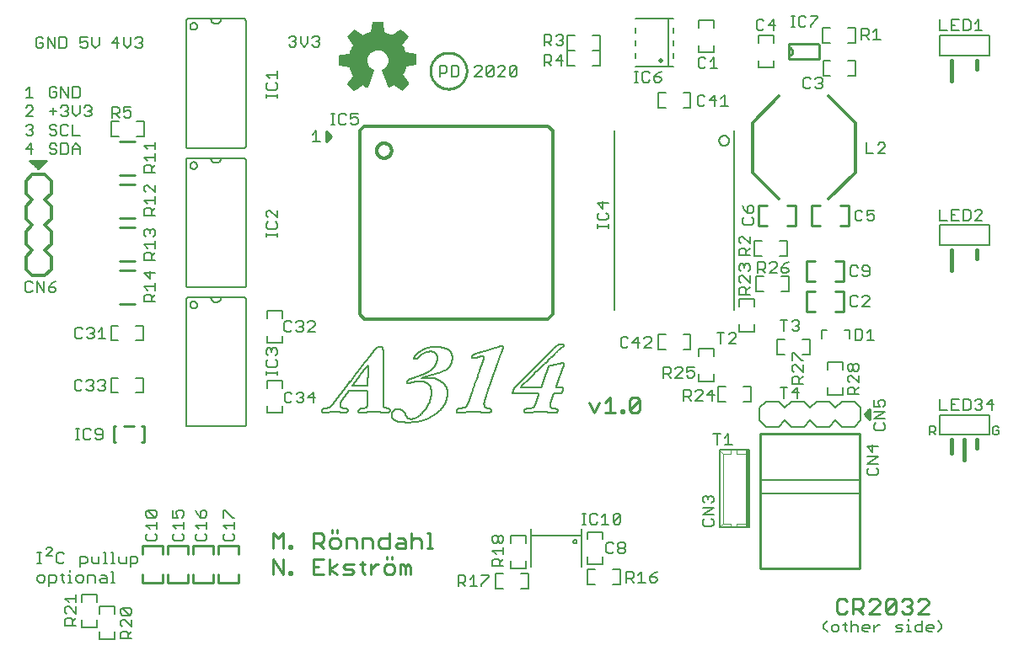
<source format=gto>
G75*
%MOIN*%
%OFA0B0*%
%FSLAX25Y25*%
%IPPOS*%
%LPD*%
%AMOC8*
5,1,8,0,0,1.08239X$1,22.5*
%
%ADD10C,0.00700*%
%ADD11C,0.01000*%
%ADD12C,0.00900*%
%ADD13C,0.01600*%
%ADD14C,0.00500*%
%ADD15C,0.00787*%
%ADD16C,0.00800*%
%ADD17C,0.02000*%
%ADD18C,0.01200*%
%ADD19C,0.00200*%
%ADD20C,0.00600*%
%ADD21R,0.01476X0.30512*%
D10*
X0047004Y0092488D02*
X0047004Y0094640D01*
X0047721Y0095357D01*
X0049156Y0095357D01*
X0049873Y0094640D01*
X0049873Y0092488D01*
X0049873Y0093922D02*
X0051307Y0095357D01*
X0051307Y0097092D02*
X0048438Y0099961D01*
X0047721Y0099961D01*
X0047004Y0099244D01*
X0047004Y0097809D01*
X0047721Y0097092D01*
X0051307Y0097092D02*
X0051307Y0099961D01*
X0050590Y0101696D02*
X0047721Y0104565D01*
X0050590Y0104565D01*
X0051307Y0103847D01*
X0051307Y0102413D01*
X0050590Y0101696D01*
X0047721Y0101696D01*
X0047004Y0102413D01*
X0047004Y0103847D01*
X0047721Y0104565D01*
X0044600Y0114677D02*
X0043166Y0114677D01*
X0043883Y0114677D02*
X0043883Y0118980D01*
X0043166Y0118980D01*
X0041431Y0116829D02*
X0041431Y0114677D01*
X0039279Y0114677D01*
X0038562Y0115394D01*
X0039279Y0116111D01*
X0041431Y0116111D01*
X0041431Y0116829D02*
X0040714Y0117546D01*
X0039279Y0117546D01*
X0036827Y0116829D02*
X0036827Y0114677D01*
X0036827Y0116829D02*
X0036110Y0117546D01*
X0033958Y0117546D01*
X0033958Y0114677D01*
X0032223Y0115394D02*
X0032223Y0116829D01*
X0031506Y0117546D01*
X0030071Y0117546D01*
X0029354Y0116829D01*
X0029354Y0115394D01*
X0030071Y0114677D01*
X0031506Y0114677D01*
X0032223Y0115394D01*
X0027719Y0114677D02*
X0026285Y0114677D01*
X0027002Y0114677D02*
X0027002Y0117546D01*
X0026285Y0117546D01*
X0027002Y0118980D02*
X0027002Y0119698D01*
X0024650Y0117546D02*
X0023215Y0117546D01*
X0023933Y0118263D02*
X0023933Y0115394D01*
X0024650Y0114677D01*
X0021481Y0115394D02*
X0020763Y0114677D01*
X0018611Y0114677D01*
X0018611Y0113242D02*
X0018611Y0117546D01*
X0020763Y0117546D01*
X0021481Y0116829D01*
X0021481Y0115394D01*
X0016877Y0115394D02*
X0016877Y0116829D01*
X0016159Y0117546D01*
X0014725Y0117546D01*
X0014007Y0116829D01*
X0014007Y0115394D01*
X0014725Y0114677D01*
X0016159Y0114677D01*
X0016877Y0115394D01*
X0015442Y0122177D02*
X0014007Y0122177D01*
X0014725Y0122177D02*
X0014725Y0126480D01*
X0015442Y0126480D02*
X0014007Y0126480D01*
X0021681Y0125763D02*
X0021681Y0122894D01*
X0022398Y0122177D01*
X0023833Y0122177D01*
X0024550Y0122894D01*
X0024550Y0125763D02*
X0023833Y0126480D01*
X0022398Y0126480D01*
X0021681Y0125763D01*
X0030889Y0125046D02*
X0030889Y0120742D01*
X0030889Y0122177D02*
X0033040Y0122177D01*
X0033758Y0122894D01*
X0033758Y0124329D01*
X0033040Y0125046D01*
X0030889Y0125046D01*
X0035492Y0125046D02*
X0035492Y0122894D01*
X0036210Y0122177D01*
X0038362Y0122177D01*
X0038362Y0125046D01*
X0040096Y0126480D02*
X0040814Y0126480D01*
X0040814Y0122177D01*
X0041531Y0122177D02*
X0040096Y0122177D01*
X0043166Y0122177D02*
X0044600Y0122177D01*
X0043883Y0122177D02*
X0043883Y0126480D01*
X0043166Y0126480D01*
X0046235Y0125046D02*
X0046235Y0122894D01*
X0046952Y0122177D01*
X0049104Y0122177D01*
X0049104Y0125046D01*
X0050839Y0125046D02*
X0050839Y0120742D01*
X0050839Y0122177D02*
X0052991Y0122177D01*
X0053708Y0122894D01*
X0053708Y0124329D01*
X0052991Y0125046D01*
X0050839Y0125046D01*
X0057004Y0131894D02*
X0057721Y0131177D01*
X0060590Y0131177D01*
X0061307Y0131894D01*
X0061307Y0133329D01*
X0060590Y0134046D01*
X0061307Y0135781D02*
X0061307Y0138650D01*
X0061307Y0137215D02*
X0057004Y0137215D01*
X0058438Y0135781D01*
X0057721Y0134046D02*
X0057004Y0133329D01*
X0057004Y0131894D01*
X0057721Y0140385D02*
X0057004Y0141102D01*
X0057004Y0142536D01*
X0057721Y0143254D01*
X0060590Y0140385D01*
X0061307Y0141102D01*
X0061307Y0142536D01*
X0060590Y0143254D01*
X0057721Y0143254D01*
X0057721Y0140385D02*
X0060590Y0140385D01*
X0067504Y0140385D02*
X0069656Y0140385D01*
X0068938Y0141819D01*
X0068938Y0142536D01*
X0069656Y0143254D01*
X0071090Y0143254D01*
X0071807Y0142536D01*
X0071807Y0141102D01*
X0071090Y0140385D01*
X0071807Y0138650D02*
X0071807Y0135781D01*
X0071807Y0137215D02*
X0067504Y0137215D01*
X0068938Y0135781D01*
X0068221Y0134046D02*
X0067504Y0133329D01*
X0067504Y0131894D01*
X0068221Y0131177D01*
X0071090Y0131177D01*
X0071807Y0131894D01*
X0071807Y0133329D01*
X0071090Y0134046D01*
X0076504Y0133329D02*
X0076504Y0131894D01*
X0077221Y0131177D01*
X0080090Y0131177D01*
X0080807Y0131894D01*
X0080807Y0133329D01*
X0080090Y0134046D01*
X0080807Y0135781D02*
X0080807Y0138650D01*
X0080807Y0137215D02*
X0076504Y0137215D01*
X0077938Y0135781D01*
X0077221Y0134046D02*
X0076504Y0133329D01*
X0078656Y0140385D02*
X0078656Y0142536D01*
X0079373Y0143254D01*
X0080090Y0143254D01*
X0080807Y0142536D01*
X0080807Y0141102D01*
X0080090Y0140385D01*
X0078656Y0140385D01*
X0077221Y0141819D01*
X0076504Y0143254D01*
X0067504Y0143254D02*
X0067504Y0140385D01*
X0087504Y0140385D02*
X0087504Y0143254D01*
X0088221Y0143254D01*
X0091090Y0140385D01*
X0091807Y0140385D01*
X0091807Y0138650D02*
X0091807Y0135781D01*
X0091807Y0137215D02*
X0087504Y0137215D01*
X0088938Y0135781D01*
X0088221Y0134046D02*
X0087504Y0133329D01*
X0087504Y0131894D01*
X0088221Y0131177D01*
X0091090Y0131177D01*
X0091807Y0131894D01*
X0091807Y0133329D01*
X0091090Y0134046D01*
X0051307Y0092488D02*
X0047004Y0092488D01*
X0029307Y0097677D02*
X0025004Y0097677D01*
X0025004Y0099829D01*
X0025721Y0100546D01*
X0027156Y0100546D01*
X0027873Y0099829D01*
X0027873Y0097677D01*
X0027873Y0099111D02*
X0029307Y0100546D01*
X0029307Y0102281D02*
X0026438Y0105150D01*
X0025721Y0105150D01*
X0025004Y0104433D01*
X0025004Y0102998D01*
X0025721Y0102281D01*
X0029307Y0102281D02*
X0029307Y0105150D01*
X0029307Y0106885D02*
X0029307Y0109754D01*
X0029307Y0108319D02*
X0025004Y0108319D01*
X0026438Y0106885D01*
X0029230Y0171177D02*
X0030665Y0171177D01*
X0029948Y0171177D02*
X0029948Y0175480D01*
X0030665Y0175480D02*
X0029230Y0175480D01*
X0032300Y0174763D02*
X0032300Y0171894D01*
X0033017Y0171177D01*
X0034451Y0171177D01*
X0035169Y0171894D01*
X0036904Y0171894D02*
X0037621Y0171177D01*
X0039055Y0171177D01*
X0039773Y0171894D01*
X0039773Y0174763D01*
X0039055Y0175480D01*
X0037621Y0175480D01*
X0036904Y0174763D01*
X0036904Y0174046D01*
X0037621Y0173329D01*
X0039773Y0173329D01*
X0035169Y0174763D02*
X0034451Y0175480D01*
X0033017Y0175480D01*
X0032300Y0174763D01*
X0030931Y0190563D02*
X0031648Y0191280D01*
X0030931Y0190563D02*
X0029496Y0190563D01*
X0028779Y0191280D01*
X0028779Y0194149D01*
X0029496Y0194866D01*
X0030931Y0194866D01*
X0031648Y0194149D01*
X0033383Y0194149D02*
X0034100Y0194866D01*
X0035535Y0194866D01*
X0036252Y0194149D01*
X0036252Y0193432D01*
X0035535Y0192714D01*
X0036252Y0191997D01*
X0036252Y0191280D01*
X0035535Y0190563D01*
X0034100Y0190563D01*
X0033383Y0191280D01*
X0034818Y0192714D02*
X0035535Y0192714D01*
X0037987Y0191280D02*
X0038704Y0190563D01*
X0040139Y0190563D01*
X0040856Y0191280D01*
X0040856Y0191997D01*
X0040139Y0192714D01*
X0039422Y0192714D01*
X0040139Y0192714D02*
X0040856Y0193432D01*
X0040856Y0194149D01*
X0040139Y0194866D01*
X0038704Y0194866D01*
X0037987Y0194149D01*
X0038164Y0211153D02*
X0041033Y0211153D01*
X0039599Y0211153D02*
X0039599Y0215457D01*
X0038164Y0214022D01*
X0036429Y0214022D02*
X0035712Y0213305D01*
X0036429Y0212588D01*
X0036429Y0211870D01*
X0035712Y0211153D01*
X0034277Y0211153D01*
X0033560Y0211870D01*
X0031825Y0211870D02*
X0031108Y0211153D01*
X0029674Y0211153D01*
X0028956Y0211870D01*
X0028956Y0214740D01*
X0029674Y0215457D01*
X0031108Y0215457D01*
X0031825Y0214740D01*
X0033560Y0214740D02*
X0034277Y0215457D01*
X0035712Y0215457D01*
X0036429Y0214740D01*
X0036429Y0214022D01*
X0035712Y0213305D02*
X0034995Y0213305D01*
X0020576Y0229519D02*
X0021293Y0230237D01*
X0021293Y0230954D01*
X0020576Y0231671D01*
X0018424Y0231671D01*
X0018424Y0230237D01*
X0019141Y0229519D01*
X0020576Y0229519D01*
X0018424Y0231671D02*
X0019859Y0233106D01*
X0021293Y0233823D01*
X0016689Y0233823D02*
X0016689Y0229519D01*
X0013820Y0233823D01*
X0013820Y0229519D01*
X0012085Y0230237D02*
X0011368Y0229519D01*
X0009933Y0229519D01*
X0009216Y0230237D01*
X0009216Y0233106D01*
X0009933Y0233823D01*
X0011368Y0233823D01*
X0012085Y0233106D01*
X0056283Y0231802D02*
X0060587Y0231802D01*
X0060587Y0233236D02*
X0060587Y0230367D01*
X0060587Y0228632D02*
X0059152Y0227198D01*
X0059152Y0227915D02*
X0059152Y0225763D01*
X0060587Y0225763D02*
X0056283Y0225763D01*
X0056283Y0227915D01*
X0057001Y0228632D01*
X0058435Y0228632D01*
X0059152Y0227915D01*
X0057718Y0230367D02*
X0056283Y0231802D01*
X0058435Y0234971D02*
X0058435Y0237840D01*
X0056283Y0237123D02*
X0058435Y0234971D01*
X0060587Y0237123D02*
X0056283Y0237123D01*
X0056283Y0242370D02*
X0056283Y0244522D01*
X0057001Y0245239D01*
X0058435Y0245239D01*
X0059152Y0244522D01*
X0059152Y0242370D01*
X0059152Y0243804D02*
X0060587Y0245239D01*
X0060587Y0246974D02*
X0060587Y0249843D01*
X0060587Y0248408D02*
X0056283Y0248408D01*
X0057718Y0246974D01*
X0057001Y0251578D02*
X0056283Y0252295D01*
X0056283Y0253729D01*
X0057001Y0254447D01*
X0057718Y0254447D01*
X0058435Y0253729D01*
X0059152Y0254447D01*
X0059870Y0254447D01*
X0060587Y0253729D01*
X0060587Y0252295D01*
X0059870Y0251578D01*
X0058435Y0253012D02*
X0058435Y0253729D01*
X0059152Y0259960D02*
X0059152Y0262112D01*
X0058435Y0262829D01*
X0057001Y0262829D01*
X0056283Y0262112D01*
X0056283Y0259960D01*
X0060587Y0259960D01*
X0059152Y0261395D02*
X0060587Y0262829D01*
X0060587Y0264564D02*
X0060587Y0267433D01*
X0060587Y0265999D02*
X0056283Y0265999D01*
X0057718Y0264564D01*
X0057001Y0269168D02*
X0056283Y0269885D01*
X0056283Y0271320D01*
X0057001Y0272037D01*
X0057718Y0272037D01*
X0060587Y0269168D01*
X0060587Y0272037D01*
X0060587Y0276960D02*
X0056283Y0276960D01*
X0056283Y0279112D01*
X0057001Y0279829D01*
X0058435Y0279829D01*
X0059152Y0279112D01*
X0059152Y0276960D01*
X0059152Y0278395D02*
X0060587Y0279829D01*
X0060587Y0281564D02*
X0060587Y0284433D01*
X0060587Y0282999D02*
X0056283Y0282999D01*
X0057718Y0281564D01*
X0057718Y0286168D02*
X0056283Y0287603D01*
X0060587Y0287603D01*
X0060587Y0289037D02*
X0060587Y0286168D01*
X0035408Y0299803D02*
X0034691Y0299086D01*
X0033256Y0299086D01*
X0032539Y0299803D01*
X0030804Y0300521D02*
X0030804Y0303390D01*
X0032539Y0302673D02*
X0033256Y0303390D01*
X0034691Y0303390D01*
X0035408Y0302673D01*
X0035408Y0301955D01*
X0034691Y0301238D01*
X0035408Y0300521D01*
X0035408Y0299803D01*
X0034691Y0301238D02*
X0033973Y0301238D01*
X0030804Y0300521D02*
X0029370Y0299086D01*
X0027935Y0300521D01*
X0027935Y0303390D01*
X0026200Y0302673D02*
X0025483Y0303390D01*
X0024048Y0303390D01*
X0023331Y0302673D01*
X0024766Y0301238D02*
X0025483Y0301238D01*
X0026200Y0300521D01*
X0026200Y0299803D01*
X0025483Y0299086D01*
X0024048Y0299086D01*
X0023331Y0299803D01*
X0021596Y0301238D02*
X0018727Y0301238D01*
X0020162Y0302673D02*
X0020162Y0299803D01*
X0020879Y0295890D02*
X0019444Y0295890D01*
X0018727Y0295173D01*
X0018727Y0294455D01*
X0019444Y0293738D01*
X0020879Y0293738D01*
X0021596Y0293021D01*
X0021596Y0292303D01*
X0020879Y0291586D01*
X0019444Y0291586D01*
X0018727Y0292303D01*
X0019444Y0288390D02*
X0018727Y0287673D01*
X0018727Y0286955D01*
X0019444Y0286238D01*
X0020879Y0286238D01*
X0021596Y0285521D01*
X0021596Y0284803D01*
X0020879Y0284086D01*
X0019444Y0284086D01*
X0018727Y0284803D01*
X0019444Y0288390D02*
X0020879Y0288390D01*
X0021596Y0287673D01*
X0023331Y0288390D02*
X0023331Y0284086D01*
X0025483Y0284086D01*
X0026200Y0284803D01*
X0026200Y0287673D01*
X0025483Y0288390D01*
X0023331Y0288390D01*
X0024048Y0291586D02*
X0025483Y0291586D01*
X0026200Y0292303D01*
X0027935Y0291586D02*
X0030804Y0291586D01*
X0027935Y0291586D02*
X0027935Y0295890D01*
X0026200Y0295173D02*
X0025483Y0295890D01*
X0024048Y0295890D01*
X0023331Y0295173D01*
X0023331Y0292303D01*
X0024048Y0291586D01*
X0021596Y0295173D02*
X0020879Y0295890D01*
X0025483Y0301238D02*
X0026200Y0301955D01*
X0026200Y0302673D01*
X0026200Y0306586D02*
X0026200Y0310890D01*
X0027935Y0310890D02*
X0030087Y0310890D01*
X0030804Y0310173D01*
X0030804Y0307303D01*
X0030087Y0306586D01*
X0027935Y0306586D01*
X0027935Y0310890D01*
X0023331Y0310890D02*
X0026200Y0306586D01*
X0023331Y0306586D02*
X0023331Y0310890D01*
X0021596Y0310173D02*
X0020879Y0310890D01*
X0019444Y0310890D01*
X0018727Y0310173D01*
X0018727Y0307303D01*
X0019444Y0306586D01*
X0020879Y0306586D01*
X0021596Y0307303D01*
X0021596Y0308738D01*
X0020162Y0308738D01*
X0012388Y0306586D02*
X0009519Y0306586D01*
X0010954Y0306586D02*
X0010954Y0310890D01*
X0009519Y0309455D01*
X0010237Y0303390D02*
X0009519Y0302673D01*
X0010237Y0303390D02*
X0011671Y0303390D01*
X0012388Y0302673D01*
X0012388Y0301955D01*
X0009519Y0299086D01*
X0012388Y0299086D01*
X0011671Y0295890D02*
X0012388Y0295173D01*
X0012388Y0294455D01*
X0011671Y0293738D01*
X0012388Y0293021D01*
X0012388Y0292303D01*
X0011671Y0291586D01*
X0010237Y0291586D01*
X0009519Y0292303D01*
X0010954Y0293738D02*
X0011671Y0293738D01*
X0011671Y0295890D02*
X0010237Y0295890D01*
X0009519Y0295173D01*
X0011671Y0288390D02*
X0009519Y0286238D01*
X0012388Y0286238D01*
X0011671Y0284086D02*
X0011671Y0288390D01*
X0027935Y0286955D02*
X0027935Y0284086D01*
X0027935Y0286238D02*
X0030804Y0286238D01*
X0030804Y0286955D02*
X0030804Y0284086D01*
X0030804Y0286955D02*
X0029370Y0288390D01*
X0027935Y0286955D01*
X0024867Y0326177D02*
X0025584Y0326894D01*
X0025584Y0329763D01*
X0024867Y0330480D01*
X0022715Y0330480D01*
X0022715Y0326177D01*
X0024867Y0326177D01*
X0020981Y0326177D02*
X0020981Y0330480D01*
X0018111Y0330480D02*
X0020981Y0326177D01*
X0018111Y0326177D02*
X0018111Y0330480D01*
X0016377Y0329763D02*
X0015659Y0330480D01*
X0014225Y0330480D01*
X0013507Y0329763D01*
X0013507Y0326894D01*
X0014225Y0326177D01*
X0015659Y0326177D01*
X0016377Y0326894D01*
X0016377Y0328329D01*
X0014942Y0328329D01*
X0031007Y0328329D02*
X0032442Y0329046D01*
X0033159Y0329046D01*
X0033877Y0328329D01*
X0033877Y0326894D01*
X0033159Y0326177D01*
X0031725Y0326177D01*
X0031007Y0326894D01*
X0031007Y0328329D02*
X0031007Y0330480D01*
X0033877Y0330480D01*
X0035611Y0330480D02*
X0035611Y0327611D01*
X0037046Y0326177D01*
X0038481Y0327611D01*
X0038481Y0330480D01*
X0043507Y0328329D02*
X0046377Y0328329D01*
X0048111Y0327611D02*
X0049546Y0326177D01*
X0050981Y0327611D01*
X0050981Y0330480D01*
X0052715Y0329763D02*
X0053433Y0330480D01*
X0054867Y0330480D01*
X0055584Y0329763D01*
X0055584Y0329046D01*
X0054867Y0328329D01*
X0055584Y0327611D01*
X0055584Y0326894D01*
X0054867Y0326177D01*
X0053433Y0326177D01*
X0052715Y0326894D01*
X0054150Y0328329D02*
X0054867Y0328329D01*
X0048111Y0327611D02*
X0048111Y0330480D01*
X0045659Y0330480D02*
X0043507Y0328329D01*
X0045659Y0330480D02*
X0045659Y0326177D01*
X0104520Y0315694D02*
X0108823Y0315694D01*
X0108823Y0314259D02*
X0108823Y0317129D01*
X0105954Y0314259D02*
X0104520Y0315694D01*
X0105237Y0312525D02*
X0104520Y0311807D01*
X0104520Y0310373D01*
X0105237Y0309655D01*
X0108106Y0309655D01*
X0108823Y0310373D01*
X0108823Y0311807D01*
X0108106Y0312525D01*
X0108823Y0308021D02*
X0108823Y0306586D01*
X0108823Y0307303D02*
X0104520Y0307303D01*
X0104520Y0306586D02*
X0104520Y0308021D01*
X0114225Y0326677D02*
X0113507Y0327394D01*
X0114225Y0326677D02*
X0115659Y0326677D01*
X0116377Y0327394D01*
X0116377Y0328111D01*
X0115659Y0328829D01*
X0114942Y0328829D01*
X0115659Y0328829D02*
X0116377Y0329546D01*
X0116377Y0330263D01*
X0115659Y0330980D01*
X0114225Y0330980D01*
X0113507Y0330263D01*
X0118111Y0330980D02*
X0118111Y0328111D01*
X0119546Y0326677D01*
X0120981Y0328111D01*
X0120981Y0330980D01*
X0122715Y0330263D02*
X0123433Y0330980D01*
X0124867Y0330980D01*
X0125584Y0330263D01*
X0125584Y0329546D01*
X0124867Y0328829D01*
X0125584Y0328111D01*
X0125584Y0327394D01*
X0124867Y0326677D01*
X0123433Y0326677D01*
X0122715Y0327394D01*
X0124150Y0328829D02*
X0124867Y0328829D01*
X0130191Y0300256D02*
X0131626Y0300256D01*
X0130908Y0300256D02*
X0130908Y0295952D01*
X0130191Y0295952D02*
X0131626Y0295952D01*
X0133260Y0296670D02*
X0133978Y0295952D01*
X0135412Y0295952D01*
X0136129Y0296670D01*
X0137864Y0296670D02*
X0138581Y0295952D01*
X0140016Y0295952D01*
X0140733Y0296670D01*
X0140733Y0298104D01*
X0140016Y0298821D01*
X0139299Y0298821D01*
X0137864Y0298104D01*
X0137864Y0300256D01*
X0140733Y0300256D01*
X0136129Y0299539D02*
X0135412Y0300256D01*
X0133978Y0300256D01*
X0133260Y0299539D01*
X0133260Y0296670D01*
X0124338Y0293480D02*
X0124338Y0289177D01*
X0122904Y0289177D02*
X0125773Y0289177D01*
X0122904Y0292046D02*
X0124338Y0293480D01*
X0108823Y0262010D02*
X0108823Y0259141D01*
X0105954Y0262010D01*
X0105237Y0262010D01*
X0104520Y0261293D01*
X0104520Y0259859D01*
X0105237Y0259141D01*
X0105237Y0257406D02*
X0104520Y0256689D01*
X0104520Y0255255D01*
X0105237Y0254537D01*
X0108106Y0254537D01*
X0108823Y0255255D01*
X0108823Y0256689D01*
X0108106Y0257406D01*
X0108823Y0252903D02*
X0108823Y0251468D01*
X0108823Y0252185D02*
X0104520Y0252185D01*
X0104520Y0251468D02*
X0104520Y0252903D01*
X0112398Y0218146D02*
X0111681Y0217429D01*
X0111681Y0214559D01*
X0112398Y0213842D01*
X0113833Y0213842D01*
X0114550Y0214559D01*
X0116285Y0214559D02*
X0117002Y0213842D01*
X0118436Y0213842D01*
X0119154Y0214559D01*
X0119154Y0215277D01*
X0118436Y0215994D01*
X0117719Y0215994D01*
X0118436Y0215994D02*
X0119154Y0216711D01*
X0119154Y0217429D01*
X0118436Y0218146D01*
X0117002Y0218146D01*
X0116285Y0217429D01*
X0114550Y0217429D02*
X0113833Y0218146D01*
X0112398Y0218146D01*
X0120889Y0217429D02*
X0121606Y0218146D01*
X0123040Y0218146D01*
X0123758Y0217429D01*
X0123758Y0216711D01*
X0120889Y0213842D01*
X0123758Y0213842D01*
X0108823Y0206675D02*
X0108823Y0205240D01*
X0108106Y0204523D01*
X0108106Y0202788D02*
X0108823Y0202071D01*
X0108823Y0200637D01*
X0108106Y0199919D01*
X0105237Y0199919D01*
X0104520Y0200637D01*
X0104520Y0202071D01*
X0105237Y0202788D01*
X0105237Y0204523D02*
X0104520Y0205240D01*
X0104520Y0206675D01*
X0105237Y0207392D01*
X0105954Y0207392D01*
X0106671Y0206675D01*
X0107389Y0207392D01*
X0108106Y0207392D01*
X0108823Y0206675D01*
X0106671Y0206675D02*
X0106671Y0205958D01*
X0104520Y0198285D02*
X0104520Y0196850D01*
X0104520Y0197567D02*
X0108823Y0197567D01*
X0108823Y0196850D02*
X0108823Y0198285D01*
X0112559Y0190028D02*
X0111842Y0189310D01*
X0111842Y0186441D01*
X0112559Y0185724D01*
X0113994Y0185724D01*
X0114711Y0186441D01*
X0116446Y0186441D02*
X0117163Y0185724D01*
X0118598Y0185724D01*
X0119315Y0186441D01*
X0119315Y0187159D01*
X0118598Y0187876D01*
X0117881Y0187876D01*
X0118598Y0187876D02*
X0119315Y0188593D01*
X0119315Y0189310D01*
X0118598Y0190028D01*
X0117163Y0190028D01*
X0116446Y0189310D01*
X0114711Y0189310D02*
X0113994Y0190028D01*
X0112559Y0190028D01*
X0121050Y0187876D02*
X0123919Y0187876D01*
X0123202Y0185724D02*
X0123202Y0190028D01*
X0121050Y0187876D01*
X0060587Y0242370D02*
X0056283Y0242370D01*
X0173157Y0314858D02*
X0173157Y0319162D01*
X0175309Y0319162D01*
X0176026Y0318444D01*
X0176026Y0317010D01*
X0175309Y0316292D01*
X0173157Y0316292D01*
X0177761Y0314858D02*
X0177761Y0319162D01*
X0179913Y0319162D01*
X0180630Y0318444D01*
X0180630Y0315575D01*
X0179913Y0314858D01*
X0177761Y0314858D01*
X0186969Y0314858D02*
X0189838Y0317727D01*
X0189838Y0318444D01*
X0189121Y0319162D01*
X0187686Y0319162D01*
X0186969Y0318444D01*
X0186969Y0314858D02*
X0189838Y0314858D01*
X0191573Y0315575D02*
X0194442Y0318444D01*
X0194442Y0315575D01*
X0193725Y0314858D01*
X0192290Y0314858D01*
X0191573Y0315575D01*
X0191573Y0318444D01*
X0192290Y0319162D01*
X0193725Y0319162D01*
X0194442Y0318444D01*
X0196177Y0318444D02*
X0196894Y0319162D01*
X0198329Y0319162D01*
X0199046Y0318444D01*
X0199046Y0317727D01*
X0196177Y0314858D01*
X0199046Y0314858D01*
X0200781Y0315575D02*
X0203650Y0318444D01*
X0203650Y0315575D01*
X0202932Y0314858D01*
X0201498Y0314858D01*
X0200781Y0315575D01*
X0200781Y0318444D01*
X0201498Y0319162D01*
X0202932Y0319162D01*
X0203650Y0318444D01*
X0214507Y0319177D02*
X0214507Y0323480D01*
X0216659Y0323480D01*
X0217377Y0322763D01*
X0217377Y0321329D01*
X0216659Y0320611D01*
X0214507Y0320611D01*
X0215942Y0320611D02*
X0217377Y0319177D01*
X0219111Y0321329D02*
X0221981Y0321329D01*
X0221263Y0323480D02*
X0219111Y0321329D01*
X0221263Y0323480D02*
X0221263Y0319177D01*
X0221263Y0327177D02*
X0219829Y0327177D01*
X0219111Y0327894D01*
X0217377Y0327177D02*
X0215942Y0328611D01*
X0216659Y0328611D02*
X0214507Y0328611D01*
X0214507Y0327177D02*
X0214507Y0331480D01*
X0216659Y0331480D01*
X0217377Y0330763D01*
X0217377Y0329329D01*
X0216659Y0328611D01*
X0219111Y0330763D02*
X0219829Y0331480D01*
X0221263Y0331480D01*
X0221981Y0330763D01*
X0221981Y0330046D01*
X0221263Y0329329D01*
X0221981Y0328611D01*
X0221981Y0327894D01*
X0221263Y0327177D01*
X0221263Y0329329D02*
X0220546Y0329329D01*
X0250230Y0316980D02*
X0251665Y0316980D01*
X0250948Y0316980D02*
X0250948Y0312677D01*
X0251665Y0312677D02*
X0250230Y0312677D01*
X0253300Y0313394D02*
X0253300Y0316263D01*
X0254017Y0316980D01*
X0255451Y0316980D01*
X0256169Y0316263D01*
X0257904Y0314829D02*
X0260055Y0314829D01*
X0260773Y0314111D01*
X0260773Y0313394D01*
X0260055Y0312677D01*
X0258621Y0312677D01*
X0257904Y0313394D01*
X0257904Y0314829D01*
X0259338Y0316263D01*
X0260773Y0316980D01*
X0256169Y0313394D02*
X0255451Y0312677D01*
X0254017Y0312677D01*
X0253300Y0313394D01*
X0275143Y0306840D02*
X0275143Y0303971D01*
X0275861Y0303254D01*
X0277295Y0303254D01*
X0278013Y0303971D01*
X0279747Y0305406D02*
X0282616Y0305406D01*
X0284351Y0306123D02*
X0285786Y0307558D01*
X0285786Y0303254D01*
X0287220Y0303254D02*
X0284351Y0303254D01*
X0281899Y0303254D02*
X0281899Y0307558D01*
X0279747Y0305406D01*
X0278013Y0306840D02*
X0277295Y0307558D01*
X0275861Y0307558D01*
X0275143Y0306840D01*
X0276225Y0318177D02*
X0277659Y0318177D01*
X0278377Y0318894D01*
X0280111Y0318177D02*
X0282981Y0318177D01*
X0281546Y0318177D02*
X0281546Y0322480D01*
X0280111Y0321046D01*
X0278377Y0321763D02*
X0277659Y0322480D01*
X0276225Y0322480D01*
X0275507Y0321763D01*
X0275507Y0318894D01*
X0276225Y0318177D01*
X0298507Y0333894D02*
X0299225Y0333177D01*
X0300659Y0333177D01*
X0301377Y0333894D01*
X0303111Y0335329D02*
X0305263Y0337480D01*
X0305263Y0333177D01*
X0305981Y0335329D02*
X0303111Y0335329D01*
X0301377Y0336763D02*
X0300659Y0337480D01*
X0299225Y0337480D01*
X0298507Y0336763D01*
X0298507Y0333894D01*
X0312070Y0334551D02*
X0313505Y0334551D01*
X0312788Y0334551D02*
X0312788Y0338854D01*
X0313505Y0338854D02*
X0312070Y0338854D01*
X0315140Y0338137D02*
X0315140Y0335268D01*
X0315857Y0334551D01*
X0317292Y0334551D01*
X0318009Y0335268D01*
X0319744Y0335268D02*
X0322613Y0338137D01*
X0322613Y0338854D01*
X0319744Y0338854D01*
X0318009Y0338137D02*
X0317292Y0338854D01*
X0315857Y0338854D01*
X0315140Y0338137D01*
X0319744Y0335268D02*
X0319744Y0334551D01*
X0319159Y0314480D02*
X0317725Y0314480D01*
X0317007Y0313763D01*
X0317007Y0310894D01*
X0317725Y0310177D01*
X0319159Y0310177D01*
X0319877Y0310894D01*
X0321611Y0310894D02*
X0322329Y0310177D01*
X0323763Y0310177D01*
X0324481Y0310894D01*
X0324481Y0311611D01*
X0323763Y0312329D01*
X0323046Y0312329D01*
X0323763Y0312329D02*
X0324481Y0313046D01*
X0324481Y0313763D01*
X0323763Y0314480D01*
X0322329Y0314480D01*
X0321611Y0313763D01*
X0319877Y0313763D02*
X0319159Y0314480D01*
X0340007Y0329677D02*
X0340007Y0333980D01*
X0342159Y0333980D01*
X0342877Y0333263D01*
X0342877Y0331829D01*
X0342159Y0331111D01*
X0340007Y0331111D01*
X0341442Y0331111D02*
X0342877Y0329677D01*
X0344611Y0329677D02*
X0347481Y0329677D01*
X0346046Y0329677D02*
X0346046Y0333980D01*
X0344611Y0332546D01*
X0370992Y0333110D02*
X0373861Y0333110D01*
X0375596Y0333110D02*
X0378465Y0333110D01*
X0380200Y0333110D02*
X0382351Y0333110D01*
X0383069Y0333827D01*
X0383069Y0336696D01*
X0382351Y0337414D01*
X0380200Y0337414D01*
X0380200Y0333110D01*
X0377030Y0335262D02*
X0375596Y0335262D01*
X0375596Y0337414D02*
X0375596Y0333110D01*
X0375596Y0337414D02*
X0378465Y0337414D01*
X0384804Y0335979D02*
X0386238Y0337414D01*
X0386238Y0333110D01*
X0384804Y0333110D02*
X0387673Y0333110D01*
X0370992Y0333110D02*
X0370992Y0337414D01*
X0348544Y0288734D02*
X0347109Y0288734D01*
X0346392Y0288017D01*
X0348544Y0288734D02*
X0349261Y0288017D01*
X0349261Y0287299D01*
X0346392Y0284430D01*
X0349261Y0284430D01*
X0344657Y0284430D02*
X0341788Y0284430D01*
X0341788Y0288734D01*
X0342096Y0262032D02*
X0342096Y0259880D01*
X0343530Y0260597D01*
X0344247Y0260597D01*
X0344965Y0259880D01*
X0344965Y0258445D01*
X0344247Y0257728D01*
X0342813Y0257728D01*
X0342096Y0258445D01*
X0340361Y0258445D02*
X0339644Y0257728D01*
X0338209Y0257728D01*
X0337492Y0258445D01*
X0337492Y0261314D01*
X0338209Y0262032D01*
X0339644Y0262032D01*
X0340361Y0261314D01*
X0342096Y0262032D02*
X0344965Y0262032D01*
X0342362Y0240075D02*
X0340927Y0240075D01*
X0340210Y0239358D01*
X0340210Y0238640D01*
X0340927Y0237923D01*
X0343079Y0237923D01*
X0343079Y0236489D02*
X0343079Y0239358D01*
X0342362Y0240075D01*
X0343079Y0236489D02*
X0342362Y0235771D01*
X0340927Y0235771D01*
X0340210Y0236489D01*
X0338475Y0236489D02*
X0337758Y0235771D01*
X0336323Y0235771D01*
X0335606Y0236489D01*
X0335606Y0239358D01*
X0336323Y0240075D01*
X0337758Y0240075D01*
X0338475Y0239358D01*
X0337742Y0228244D02*
X0336307Y0228244D01*
X0335590Y0227527D01*
X0335590Y0224658D01*
X0336307Y0223941D01*
X0337742Y0223941D01*
X0338459Y0224658D01*
X0340194Y0223941D02*
X0343063Y0226810D01*
X0343063Y0227527D01*
X0342346Y0228244D01*
X0340911Y0228244D01*
X0340194Y0227527D01*
X0338459Y0227527D02*
X0337742Y0228244D01*
X0340194Y0223941D02*
X0343063Y0223941D01*
X0343546Y0214980D02*
X0343546Y0210677D01*
X0342111Y0210677D02*
X0344981Y0210677D01*
X0342111Y0213546D02*
X0343546Y0214980D01*
X0340377Y0214263D02*
X0339659Y0214980D01*
X0337507Y0214980D01*
X0337507Y0210677D01*
X0339659Y0210677D01*
X0340377Y0211394D01*
X0340377Y0214263D01*
X0338090Y0201254D02*
X0338807Y0200536D01*
X0338807Y0199102D01*
X0338090Y0198385D01*
X0337373Y0198385D01*
X0336656Y0199102D01*
X0336656Y0200536D01*
X0337373Y0201254D01*
X0338090Y0201254D01*
X0336656Y0200536D02*
X0335938Y0201254D01*
X0335221Y0201254D01*
X0334504Y0200536D01*
X0334504Y0199102D01*
X0335221Y0198385D01*
X0335938Y0198385D01*
X0336656Y0199102D01*
X0335938Y0196650D02*
X0335221Y0196650D01*
X0334504Y0195933D01*
X0334504Y0194498D01*
X0335221Y0193781D01*
X0335221Y0192046D02*
X0336656Y0192046D01*
X0337373Y0191329D01*
X0337373Y0189177D01*
X0337373Y0190611D02*
X0338807Y0192046D01*
X0338807Y0193781D02*
X0335938Y0196650D01*
X0338807Y0196650D02*
X0338807Y0193781D01*
X0335221Y0192046D02*
X0334504Y0191329D01*
X0334504Y0189177D01*
X0338807Y0189177D01*
X0345004Y0186942D02*
X0345004Y0184073D01*
X0347156Y0184073D01*
X0346438Y0185507D01*
X0346438Y0186225D01*
X0347156Y0186942D01*
X0348590Y0186942D01*
X0349307Y0186225D01*
X0349307Y0184790D01*
X0348590Y0184073D01*
X0349307Y0182338D02*
X0345004Y0182338D01*
X0345004Y0179469D02*
X0349307Y0182338D01*
X0349307Y0179469D02*
X0345004Y0179469D01*
X0345721Y0177734D02*
X0345004Y0177017D01*
X0345004Y0175582D01*
X0345721Y0174865D01*
X0348590Y0174865D01*
X0349307Y0175582D01*
X0349307Y0177017D01*
X0348590Y0177734D01*
X0346443Y0168475D02*
X0342139Y0168475D01*
X0344291Y0166324D01*
X0344291Y0169193D01*
X0346443Y0164589D02*
X0342139Y0164589D01*
X0342139Y0161720D02*
X0346443Y0164589D01*
X0346443Y0161720D02*
X0342139Y0161720D01*
X0342857Y0159985D02*
X0342139Y0159268D01*
X0342139Y0157833D01*
X0342857Y0157116D01*
X0345726Y0157116D01*
X0346443Y0157833D01*
X0346443Y0159268D01*
X0345726Y0159985D01*
X0370992Y0182952D02*
X0373861Y0182952D01*
X0375596Y0182952D02*
X0378465Y0182952D01*
X0380200Y0182952D02*
X0382351Y0182952D01*
X0383069Y0183670D01*
X0383069Y0186539D01*
X0382351Y0187256D01*
X0380200Y0187256D01*
X0380200Y0182952D01*
X0377030Y0185104D02*
X0375596Y0185104D01*
X0375596Y0187256D02*
X0375596Y0182952D01*
X0375596Y0187256D02*
X0378465Y0187256D01*
X0384804Y0186539D02*
X0385521Y0187256D01*
X0386955Y0187256D01*
X0387673Y0186539D01*
X0387673Y0185821D01*
X0386955Y0185104D01*
X0387673Y0184387D01*
X0387673Y0183670D01*
X0386955Y0182952D01*
X0385521Y0182952D01*
X0384804Y0183670D01*
X0386238Y0185104D02*
X0386955Y0185104D01*
X0389407Y0185104D02*
X0392277Y0185104D01*
X0391559Y0182952D02*
X0391559Y0187256D01*
X0389407Y0185104D01*
X0370992Y0187256D02*
X0370992Y0182952D01*
X0316807Y0193365D02*
X0312504Y0193365D01*
X0312504Y0195517D01*
X0313221Y0196234D01*
X0314656Y0196234D01*
X0315373Y0195517D01*
X0315373Y0193365D01*
X0315373Y0194800D02*
X0316807Y0196234D01*
X0316807Y0197969D02*
X0313938Y0200838D01*
X0313221Y0200838D01*
X0312504Y0200121D01*
X0312504Y0198686D01*
X0313221Y0197969D01*
X0316807Y0197969D02*
X0316807Y0200838D01*
X0316807Y0202573D02*
X0316090Y0202573D01*
X0313221Y0205442D01*
X0312504Y0205442D01*
X0312504Y0202573D01*
X0310669Y0191980D02*
X0307800Y0191980D01*
X0309234Y0191980D02*
X0309234Y0187677D01*
X0312404Y0189829D02*
X0315273Y0189829D01*
X0314555Y0191980D02*
X0314555Y0187677D01*
X0312404Y0189829D02*
X0314555Y0191980D01*
X0290273Y0209177D02*
X0287404Y0209177D01*
X0290273Y0212046D01*
X0290273Y0212763D01*
X0289555Y0213480D01*
X0288121Y0213480D01*
X0287404Y0212763D01*
X0285669Y0213480D02*
X0282800Y0213480D01*
X0284234Y0213480D02*
X0284234Y0209177D01*
X0273773Y0199980D02*
X0270904Y0199980D01*
X0270904Y0197829D01*
X0272338Y0198546D01*
X0273055Y0198546D01*
X0273773Y0197829D01*
X0273773Y0196394D01*
X0273055Y0195677D01*
X0271621Y0195677D01*
X0270904Y0196394D01*
X0269169Y0195677D02*
X0266300Y0195677D01*
X0269169Y0198546D01*
X0269169Y0199263D01*
X0268451Y0199980D01*
X0267017Y0199980D01*
X0266300Y0199263D01*
X0264565Y0199263D02*
X0264565Y0197829D01*
X0263848Y0197111D01*
X0261696Y0197111D01*
X0263130Y0197111D02*
X0264565Y0195677D01*
X0261696Y0195677D02*
X0261696Y0199980D01*
X0263848Y0199980D01*
X0264565Y0199263D01*
X0269696Y0190980D02*
X0271848Y0190980D01*
X0272565Y0190263D01*
X0272565Y0188829D01*
X0271848Y0188111D01*
X0269696Y0188111D01*
X0271130Y0188111D02*
X0272565Y0186677D01*
X0274300Y0186677D02*
X0277169Y0189546D01*
X0277169Y0190263D01*
X0276451Y0190980D01*
X0275017Y0190980D01*
X0274300Y0190263D01*
X0274300Y0186677D02*
X0277169Y0186677D01*
X0278904Y0188829D02*
X0281773Y0188829D01*
X0281055Y0190980D02*
X0278904Y0188829D01*
X0281055Y0190980D02*
X0281055Y0186677D01*
X0269696Y0186677D02*
X0269696Y0190980D01*
X0256809Y0207494D02*
X0253940Y0207494D01*
X0256809Y0210363D01*
X0256809Y0211080D01*
X0256091Y0211798D01*
X0254657Y0211798D01*
X0253940Y0211080D01*
X0252205Y0209646D02*
X0249336Y0209646D01*
X0251488Y0211798D01*
X0251488Y0207494D01*
X0247601Y0208211D02*
X0246884Y0207494D01*
X0245449Y0207494D01*
X0244732Y0208211D01*
X0244732Y0211080D01*
X0245449Y0211798D01*
X0246884Y0211798D01*
X0247601Y0211080D01*
X0291504Y0228677D02*
X0291504Y0230829D01*
X0292221Y0231546D01*
X0293656Y0231546D01*
X0294373Y0230829D01*
X0294373Y0228677D01*
X0294373Y0230111D02*
X0295807Y0231546D01*
X0295807Y0233281D02*
X0292938Y0236150D01*
X0292221Y0236150D01*
X0291504Y0235433D01*
X0291504Y0233998D01*
X0292221Y0233281D01*
X0295807Y0233281D02*
X0295807Y0236150D01*
X0295090Y0237885D02*
X0295807Y0238602D01*
X0295807Y0240036D01*
X0295090Y0240754D01*
X0294373Y0240754D01*
X0293656Y0240036D01*
X0293656Y0239319D01*
X0293656Y0240036D02*
X0292938Y0240754D01*
X0292221Y0240754D01*
X0291504Y0240036D01*
X0291504Y0238602D01*
X0292221Y0237885D01*
X0291504Y0244177D02*
X0291504Y0246329D01*
X0292221Y0247046D01*
X0293656Y0247046D01*
X0294373Y0246329D01*
X0294373Y0244177D01*
X0294373Y0245611D02*
X0295807Y0247046D01*
X0295807Y0248781D02*
X0292938Y0251650D01*
X0292221Y0251650D01*
X0291504Y0250933D01*
X0291504Y0249498D01*
X0292221Y0248781D01*
X0295807Y0248781D02*
X0295807Y0251650D01*
X0296413Y0256319D02*
X0293544Y0256319D01*
X0292827Y0257036D01*
X0292827Y0258470D01*
X0293544Y0259188D01*
X0294978Y0260922D02*
X0293544Y0262357D01*
X0292827Y0263792D01*
X0294978Y0263074D02*
X0294978Y0260922D01*
X0296413Y0260922D01*
X0297130Y0261640D01*
X0297130Y0263074D01*
X0296413Y0263792D01*
X0295696Y0263792D01*
X0294978Y0263074D01*
X0296413Y0259188D02*
X0297130Y0258470D01*
X0297130Y0257036D01*
X0296413Y0256319D01*
X0295807Y0244177D02*
X0291504Y0244177D01*
X0299007Y0241480D02*
X0299007Y0237177D01*
X0299007Y0238611D02*
X0301159Y0238611D01*
X0301877Y0239329D01*
X0301877Y0240763D01*
X0301159Y0241480D01*
X0299007Y0241480D01*
X0300442Y0238611D02*
X0301877Y0237177D01*
X0303611Y0237177D02*
X0306481Y0240046D01*
X0306481Y0240763D01*
X0305763Y0241480D01*
X0304329Y0241480D01*
X0303611Y0240763D01*
X0303611Y0237177D02*
X0306481Y0237177D01*
X0308215Y0237894D02*
X0308933Y0237177D01*
X0310367Y0237177D01*
X0311084Y0237894D01*
X0311084Y0238611D01*
X0310367Y0239329D01*
X0308215Y0239329D01*
X0308215Y0237894D01*
X0308215Y0239329D02*
X0309650Y0240763D01*
X0311084Y0241480D01*
X0295807Y0228677D02*
X0291504Y0228677D01*
X0307800Y0218480D02*
X0310669Y0218480D01*
X0309234Y0218480D02*
X0309234Y0214177D01*
X0312404Y0214894D02*
X0313121Y0214177D01*
X0314555Y0214177D01*
X0315273Y0214894D01*
X0315273Y0215611D01*
X0314555Y0216329D01*
X0313838Y0216329D01*
X0314555Y0216329D02*
X0315273Y0217046D01*
X0315273Y0217763D01*
X0314555Y0218480D01*
X0313121Y0218480D01*
X0312404Y0217763D01*
X0287338Y0173480D02*
X0287338Y0169177D01*
X0285904Y0169177D02*
X0288773Y0169177D01*
X0285904Y0172046D02*
X0287338Y0173480D01*
X0284169Y0173480D02*
X0281300Y0173480D01*
X0282734Y0173480D02*
X0282734Y0169177D01*
X0280700Y0148990D02*
X0281418Y0148273D01*
X0281418Y0146838D01*
X0280700Y0146121D01*
X0281418Y0144386D02*
X0277114Y0144386D01*
X0277831Y0146121D02*
X0277114Y0146838D01*
X0277114Y0148273D01*
X0277831Y0148990D01*
X0278549Y0148990D01*
X0279266Y0148273D01*
X0279983Y0148990D01*
X0280700Y0148990D01*
X0279266Y0148273D02*
X0279266Y0147555D01*
X0281418Y0144386D02*
X0277114Y0141517D01*
X0281418Y0141517D01*
X0280700Y0139782D02*
X0281418Y0139065D01*
X0281418Y0137630D01*
X0280700Y0136913D01*
X0277831Y0136913D01*
X0277114Y0137630D01*
X0277114Y0139065D01*
X0277831Y0139782D01*
X0259084Y0118980D02*
X0257650Y0118263D01*
X0256215Y0116829D01*
X0258367Y0116829D01*
X0259084Y0116111D01*
X0259084Y0115394D01*
X0258367Y0114677D01*
X0256933Y0114677D01*
X0256215Y0115394D01*
X0256215Y0116829D01*
X0254481Y0114677D02*
X0251611Y0114677D01*
X0253046Y0114677D02*
X0253046Y0118980D01*
X0251611Y0117546D01*
X0249877Y0118263D02*
X0249877Y0116829D01*
X0249159Y0116111D01*
X0247007Y0116111D01*
X0247007Y0114677D02*
X0247007Y0118980D01*
X0249159Y0118980D01*
X0249877Y0118263D01*
X0248442Y0116111D02*
X0249877Y0114677D01*
X0245763Y0126177D02*
X0244329Y0126177D01*
X0243611Y0126894D01*
X0243611Y0127611D01*
X0244329Y0128329D01*
X0245763Y0128329D01*
X0246481Y0127611D01*
X0246481Y0126894D01*
X0245763Y0126177D01*
X0245763Y0128329D02*
X0246481Y0129046D01*
X0246481Y0129763D01*
X0245763Y0130480D01*
X0244329Y0130480D01*
X0243611Y0129763D01*
X0243611Y0129046D01*
X0244329Y0128329D01*
X0241877Y0129763D02*
X0241159Y0130480D01*
X0239725Y0130480D01*
X0239007Y0129763D01*
X0239007Y0126894D01*
X0239725Y0126177D01*
X0241159Y0126177D01*
X0241877Y0126894D01*
X0242502Y0137677D02*
X0241785Y0138394D01*
X0244654Y0141263D01*
X0244654Y0138394D01*
X0243936Y0137677D01*
X0242502Y0137677D01*
X0241785Y0138394D02*
X0241785Y0141263D01*
X0242502Y0141980D01*
X0243936Y0141980D01*
X0244654Y0141263D01*
X0240050Y0137677D02*
X0237181Y0137677D01*
X0238615Y0137677D02*
X0238615Y0141980D01*
X0237181Y0140546D01*
X0235446Y0141263D02*
X0234729Y0141980D01*
X0233294Y0141980D01*
X0232577Y0141263D01*
X0232577Y0138394D01*
X0233294Y0137677D01*
X0234729Y0137677D01*
X0235446Y0138394D01*
X0230942Y0137677D02*
X0229507Y0137677D01*
X0230225Y0137677D02*
X0230225Y0141980D01*
X0230942Y0141980D02*
X0229507Y0141980D01*
X0198307Y0132536D02*
X0198307Y0131102D01*
X0197590Y0130385D01*
X0196873Y0130385D01*
X0196156Y0131102D01*
X0196156Y0132536D01*
X0196873Y0133254D01*
X0197590Y0133254D01*
X0198307Y0132536D01*
X0196156Y0132536D02*
X0195438Y0133254D01*
X0194721Y0133254D01*
X0194004Y0132536D01*
X0194004Y0131102D01*
X0194721Y0130385D01*
X0195438Y0130385D01*
X0196156Y0131102D01*
X0198307Y0128650D02*
X0198307Y0125781D01*
X0198307Y0127215D02*
X0194004Y0127215D01*
X0195438Y0125781D01*
X0194721Y0124046D02*
X0196156Y0124046D01*
X0196873Y0123329D01*
X0196873Y0121177D01*
X0196873Y0122611D02*
X0198307Y0124046D01*
X0198307Y0121177D02*
X0194004Y0121177D01*
X0194004Y0123329D01*
X0194721Y0124046D01*
X0192584Y0117480D02*
X0192584Y0116763D01*
X0189715Y0113894D01*
X0189715Y0113177D01*
X0187981Y0113177D02*
X0185111Y0113177D01*
X0186546Y0113177D02*
X0186546Y0117480D01*
X0185111Y0116046D01*
X0183377Y0116763D02*
X0182659Y0117480D01*
X0180507Y0117480D01*
X0180507Y0113177D01*
X0180507Y0114611D02*
X0182659Y0114611D01*
X0183377Y0115329D01*
X0183377Y0116763D01*
X0181942Y0114611D02*
X0183377Y0113177D01*
X0189715Y0117480D02*
X0192584Y0117480D01*
X0325007Y0098046D02*
X0326442Y0099480D01*
X0325007Y0098046D02*
X0325007Y0096611D01*
X0326442Y0095177D01*
X0328077Y0095894D02*
X0328794Y0095177D01*
X0330229Y0095177D01*
X0330946Y0095894D01*
X0330946Y0097329D01*
X0330229Y0098046D01*
X0328794Y0098046D01*
X0328077Y0097329D01*
X0328077Y0095894D01*
X0332681Y0098046D02*
X0334115Y0098046D01*
X0333398Y0098763D02*
X0333398Y0095894D01*
X0334115Y0095177D01*
X0335750Y0095177D02*
X0335750Y0099480D01*
X0336467Y0098046D02*
X0337902Y0098046D01*
X0338619Y0097329D01*
X0338619Y0095177D01*
X0340354Y0095894D02*
X0340354Y0097329D01*
X0341071Y0098046D01*
X0342506Y0098046D01*
X0343223Y0097329D01*
X0343223Y0096611D01*
X0340354Y0096611D01*
X0340354Y0095894D02*
X0341071Y0095177D01*
X0342506Y0095177D01*
X0344958Y0095177D02*
X0344958Y0098046D01*
X0346392Y0098046D02*
X0347110Y0098046D01*
X0346392Y0098046D02*
X0344958Y0096611D01*
X0353398Y0097329D02*
X0354116Y0098046D01*
X0356267Y0098046D01*
X0355550Y0096611D02*
X0354116Y0096611D01*
X0353398Y0097329D01*
X0353398Y0095177D02*
X0355550Y0095177D01*
X0356267Y0095894D01*
X0355550Y0096611D01*
X0358002Y0095177D02*
X0359437Y0095177D01*
X0358720Y0095177D02*
X0358720Y0098046D01*
X0358002Y0098046D01*
X0358720Y0099480D02*
X0358720Y0100198D01*
X0361072Y0097329D02*
X0361789Y0098046D01*
X0363941Y0098046D01*
X0363941Y0099480D02*
X0363941Y0095177D01*
X0361789Y0095177D01*
X0361072Y0095894D01*
X0361072Y0097329D01*
X0365675Y0097329D02*
X0366393Y0098046D01*
X0367827Y0098046D01*
X0368545Y0097329D01*
X0368545Y0096611D01*
X0365675Y0096611D01*
X0365675Y0095894D02*
X0365675Y0097329D01*
X0365675Y0095894D02*
X0366393Y0095177D01*
X0367827Y0095177D01*
X0370279Y0095177D02*
X0371714Y0096611D01*
X0371714Y0098046D01*
X0370279Y0099480D01*
X0336467Y0098046D02*
X0335750Y0097329D01*
X0239752Y0254988D02*
X0239752Y0256422D01*
X0239752Y0255705D02*
X0235449Y0255705D01*
X0235449Y0254988D02*
X0235449Y0256422D01*
X0236166Y0258057D02*
X0239035Y0258057D01*
X0239752Y0258774D01*
X0239752Y0260209D01*
X0239035Y0260926D01*
X0237601Y0262661D02*
X0237601Y0265530D01*
X0239752Y0264813D02*
X0235449Y0264813D01*
X0237601Y0262661D01*
X0236166Y0260926D02*
X0235449Y0260209D01*
X0235449Y0258774D01*
X0236166Y0258057D01*
X0370992Y0258031D02*
X0373861Y0258031D01*
X0375596Y0258031D02*
X0378465Y0258031D01*
X0380200Y0258031D02*
X0382351Y0258031D01*
X0383069Y0258748D01*
X0383069Y0261617D01*
X0382351Y0262335D01*
X0380200Y0262335D01*
X0380200Y0258031D01*
X0377030Y0260183D02*
X0375596Y0260183D01*
X0375596Y0262335D02*
X0375596Y0258031D01*
X0375596Y0262335D02*
X0378465Y0262335D01*
X0384804Y0261617D02*
X0385521Y0262335D01*
X0386955Y0262335D01*
X0387673Y0261617D01*
X0387673Y0260900D01*
X0384804Y0258031D01*
X0387673Y0258031D01*
X0370992Y0258031D02*
X0370992Y0262335D01*
D11*
X0334941Y0263764D02*
X0334941Y0255890D01*
X0331594Y0255890D01*
X0323720Y0255890D02*
X0320374Y0255890D01*
X0320374Y0263764D01*
X0323720Y0263764D01*
X0331594Y0263764D02*
X0334941Y0263764D01*
X0313941Y0263764D02*
X0313941Y0255890D01*
X0310594Y0255890D01*
X0302720Y0255890D02*
X0299374Y0255890D01*
X0299374Y0263764D01*
X0302720Y0263764D01*
X0310594Y0263764D02*
X0313941Y0263764D01*
X0318374Y0241764D02*
X0321720Y0241764D01*
X0318374Y0241764D02*
X0318374Y0233890D01*
X0321720Y0233890D01*
X0321720Y0229764D02*
X0318374Y0229764D01*
X0318374Y0221890D01*
X0321720Y0221890D01*
X0329594Y0221890D02*
X0332941Y0221890D01*
X0332941Y0229764D01*
X0329594Y0229764D01*
X0329594Y0233890D02*
X0332941Y0233890D01*
X0332941Y0241764D01*
X0329594Y0241764D01*
X0343157Y0183327D02*
X0342657Y0182827D01*
X0342657Y0179827D01*
X0343157Y0179327D01*
X0343157Y0183327D01*
X0342657Y0182827D02*
X0341157Y0181327D01*
X0342657Y0181327D01*
X0341157Y0181327D02*
X0342657Y0179827D01*
X0339343Y0173402D02*
X0339343Y0155291D01*
X0339343Y0149780D01*
X0339343Y0120252D01*
X0299972Y0120252D01*
X0299972Y0149780D01*
X0299972Y0155291D01*
X0299972Y0173402D01*
X0339343Y0173402D01*
X0169451Y0317205D02*
X0169453Y0317381D01*
X0169460Y0317556D01*
X0169470Y0317732D01*
X0169485Y0317907D01*
X0169505Y0318081D01*
X0169528Y0318255D01*
X0169556Y0318429D01*
X0169589Y0318602D01*
X0169625Y0318774D01*
X0169666Y0318944D01*
X0169710Y0319114D01*
X0169759Y0319283D01*
X0169812Y0319451D01*
X0169869Y0319617D01*
X0169931Y0319781D01*
X0169996Y0319945D01*
X0170065Y0320106D01*
X0170138Y0320266D01*
X0170215Y0320424D01*
X0170296Y0320580D01*
X0170381Y0320734D01*
X0170470Y0320885D01*
X0170562Y0321035D01*
X0170658Y0321182D01*
X0170757Y0321327D01*
X0170860Y0321470D01*
X0170966Y0321609D01*
X0171076Y0321747D01*
X0171189Y0321881D01*
X0171306Y0322013D01*
X0171425Y0322141D01*
X0171548Y0322267D01*
X0171674Y0322390D01*
X0171802Y0322509D01*
X0171934Y0322626D01*
X0172068Y0322739D01*
X0172206Y0322849D01*
X0172345Y0322955D01*
X0172488Y0323058D01*
X0172633Y0323157D01*
X0172780Y0323253D01*
X0172930Y0323345D01*
X0173081Y0323434D01*
X0173235Y0323519D01*
X0173391Y0323600D01*
X0173549Y0323677D01*
X0173709Y0323750D01*
X0173870Y0323819D01*
X0174034Y0323884D01*
X0174198Y0323946D01*
X0174364Y0324003D01*
X0174532Y0324056D01*
X0174701Y0324105D01*
X0174871Y0324149D01*
X0175041Y0324190D01*
X0175213Y0324226D01*
X0175386Y0324259D01*
X0175560Y0324287D01*
X0175734Y0324310D01*
X0175908Y0324330D01*
X0176083Y0324345D01*
X0176259Y0324355D01*
X0176434Y0324362D01*
X0176610Y0324364D01*
X0176786Y0324362D01*
X0176961Y0324355D01*
X0177137Y0324345D01*
X0177312Y0324330D01*
X0177486Y0324310D01*
X0177660Y0324287D01*
X0177834Y0324259D01*
X0178007Y0324226D01*
X0178179Y0324190D01*
X0178349Y0324149D01*
X0178519Y0324105D01*
X0178688Y0324056D01*
X0178856Y0324003D01*
X0179022Y0323946D01*
X0179186Y0323884D01*
X0179350Y0323819D01*
X0179511Y0323750D01*
X0179671Y0323677D01*
X0179829Y0323600D01*
X0179985Y0323519D01*
X0180139Y0323434D01*
X0180290Y0323345D01*
X0180440Y0323253D01*
X0180587Y0323157D01*
X0180732Y0323058D01*
X0180875Y0322955D01*
X0181014Y0322849D01*
X0181152Y0322739D01*
X0181286Y0322626D01*
X0181418Y0322509D01*
X0181546Y0322390D01*
X0181672Y0322267D01*
X0181795Y0322141D01*
X0181914Y0322013D01*
X0182031Y0321881D01*
X0182144Y0321747D01*
X0182254Y0321609D01*
X0182360Y0321470D01*
X0182463Y0321327D01*
X0182562Y0321182D01*
X0182658Y0321035D01*
X0182750Y0320885D01*
X0182839Y0320734D01*
X0182924Y0320580D01*
X0183005Y0320424D01*
X0183082Y0320266D01*
X0183155Y0320106D01*
X0183224Y0319945D01*
X0183289Y0319781D01*
X0183351Y0319617D01*
X0183408Y0319451D01*
X0183461Y0319283D01*
X0183510Y0319114D01*
X0183554Y0318944D01*
X0183595Y0318774D01*
X0183631Y0318602D01*
X0183664Y0318429D01*
X0183692Y0318255D01*
X0183715Y0318081D01*
X0183735Y0317907D01*
X0183750Y0317732D01*
X0183760Y0317556D01*
X0183767Y0317381D01*
X0183769Y0317205D01*
X0183767Y0317029D01*
X0183760Y0316854D01*
X0183750Y0316678D01*
X0183735Y0316503D01*
X0183715Y0316329D01*
X0183692Y0316155D01*
X0183664Y0315981D01*
X0183631Y0315808D01*
X0183595Y0315636D01*
X0183554Y0315466D01*
X0183510Y0315296D01*
X0183461Y0315127D01*
X0183408Y0314959D01*
X0183351Y0314793D01*
X0183289Y0314629D01*
X0183224Y0314465D01*
X0183155Y0314304D01*
X0183082Y0314144D01*
X0183005Y0313986D01*
X0182924Y0313830D01*
X0182839Y0313676D01*
X0182750Y0313525D01*
X0182658Y0313375D01*
X0182562Y0313228D01*
X0182463Y0313083D01*
X0182360Y0312940D01*
X0182254Y0312801D01*
X0182144Y0312663D01*
X0182031Y0312529D01*
X0181914Y0312397D01*
X0181795Y0312269D01*
X0181672Y0312143D01*
X0181546Y0312020D01*
X0181418Y0311901D01*
X0181286Y0311784D01*
X0181152Y0311671D01*
X0181014Y0311561D01*
X0180875Y0311455D01*
X0180732Y0311352D01*
X0180587Y0311253D01*
X0180440Y0311157D01*
X0180290Y0311065D01*
X0180139Y0310976D01*
X0179985Y0310891D01*
X0179829Y0310810D01*
X0179671Y0310733D01*
X0179511Y0310660D01*
X0179350Y0310591D01*
X0179186Y0310526D01*
X0179022Y0310464D01*
X0178856Y0310407D01*
X0178688Y0310354D01*
X0178519Y0310305D01*
X0178349Y0310261D01*
X0178179Y0310220D01*
X0178007Y0310184D01*
X0177834Y0310151D01*
X0177660Y0310123D01*
X0177486Y0310100D01*
X0177312Y0310080D01*
X0177137Y0310065D01*
X0176961Y0310055D01*
X0176786Y0310048D01*
X0176610Y0310046D01*
X0176434Y0310048D01*
X0176259Y0310055D01*
X0176083Y0310065D01*
X0175908Y0310080D01*
X0175734Y0310100D01*
X0175560Y0310123D01*
X0175386Y0310151D01*
X0175213Y0310184D01*
X0175041Y0310220D01*
X0174871Y0310261D01*
X0174701Y0310305D01*
X0174532Y0310354D01*
X0174364Y0310407D01*
X0174198Y0310464D01*
X0174034Y0310526D01*
X0173870Y0310591D01*
X0173709Y0310660D01*
X0173549Y0310733D01*
X0173391Y0310810D01*
X0173235Y0310891D01*
X0173081Y0310976D01*
X0172930Y0311065D01*
X0172780Y0311157D01*
X0172633Y0311253D01*
X0172488Y0311352D01*
X0172345Y0311455D01*
X0172206Y0311561D01*
X0172068Y0311671D01*
X0171934Y0311784D01*
X0171802Y0311901D01*
X0171674Y0312020D01*
X0171548Y0312143D01*
X0171425Y0312269D01*
X0171306Y0312397D01*
X0171189Y0312529D01*
X0171076Y0312663D01*
X0170966Y0312801D01*
X0170860Y0312940D01*
X0170757Y0313083D01*
X0170658Y0313228D01*
X0170562Y0313375D01*
X0170470Y0313525D01*
X0170381Y0313676D01*
X0170296Y0313830D01*
X0170215Y0313986D01*
X0170138Y0314144D01*
X0170065Y0314304D01*
X0169996Y0314465D01*
X0169931Y0314629D01*
X0169869Y0314793D01*
X0169812Y0314959D01*
X0169759Y0315127D01*
X0169710Y0315296D01*
X0169666Y0315466D01*
X0169625Y0315636D01*
X0169589Y0315808D01*
X0169556Y0315981D01*
X0169528Y0316155D01*
X0169505Y0316329D01*
X0169485Y0316503D01*
X0169470Y0316678D01*
X0169460Y0316854D01*
X0169453Y0317029D01*
X0169451Y0317205D01*
X0130157Y0291327D02*
X0129157Y0292327D01*
X0129157Y0290327D01*
X0130157Y0291327D01*
X0129157Y0292327D02*
X0128157Y0293327D01*
X0128157Y0289327D01*
X0129157Y0290327D01*
X0052583Y0289122D02*
X0046677Y0289122D01*
X0046677Y0275917D02*
X0052583Y0275917D01*
X0052583Y0272122D02*
X0046677Y0272122D01*
X0046677Y0258917D02*
X0052583Y0258917D01*
X0052583Y0255122D02*
X0046677Y0255122D01*
X0046677Y0241917D02*
X0052583Y0241917D01*
X0052583Y0238122D02*
X0046677Y0238122D01*
X0046677Y0224917D02*
X0052583Y0224917D01*
X0052213Y0176516D02*
X0048102Y0176516D01*
X0044929Y0176516D02*
X0044059Y0176516D01*
X0044059Y0170138D01*
X0044929Y0170138D01*
X0055386Y0170138D02*
X0056256Y0170138D01*
X0056256Y0176516D01*
X0055386Y0176516D01*
X0055720Y0129110D02*
X0063594Y0129110D01*
X0063594Y0125764D01*
X0065720Y0125764D02*
X0065720Y0129110D01*
X0073594Y0129110D01*
X0073594Y0125764D01*
X0075720Y0125764D02*
X0075720Y0129110D01*
X0083594Y0129110D01*
X0083594Y0125764D01*
X0085720Y0125764D02*
X0085720Y0129110D01*
X0093594Y0129110D01*
X0093594Y0125764D01*
X0093594Y0117890D02*
X0093594Y0114543D01*
X0085720Y0114543D01*
X0085720Y0117890D01*
X0083594Y0117890D02*
X0083594Y0114543D01*
X0075720Y0114543D01*
X0075720Y0117890D01*
X0073594Y0117890D02*
X0073594Y0114543D01*
X0065720Y0114543D01*
X0065720Y0117890D01*
X0063594Y0117890D02*
X0063594Y0114543D01*
X0055720Y0114543D01*
X0055720Y0117890D01*
X0055720Y0125764D02*
X0055720Y0129110D01*
X0311154Y0322276D02*
X0311154Y0327378D01*
X0311153Y0327378D02*
X0311155Y0327417D01*
X0311161Y0327455D01*
X0311170Y0327492D01*
X0311183Y0327529D01*
X0311200Y0327564D01*
X0311219Y0327597D01*
X0311242Y0327628D01*
X0311268Y0327657D01*
X0311297Y0327683D01*
X0311328Y0327706D01*
X0311361Y0327725D01*
X0311396Y0327742D01*
X0311433Y0327755D01*
X0311470Y0327764D01*
X0311508Y0327770D01*
X0311547Y0327772D01*
X0322768Y0327772D01*
X0322807Y0327770D01*
X0322845Y0327764D01*
X0322882Y0327755D01*
X0322919Y0327742D01*
X0322954Y0327725D01*
X0322987Y0327706D01*
X0323018Y0327683D01*
X0323047Y0327657D01*
X0323073Y0327628D01*
X0323096Y0327597D01*
X0323115Y0327564D01*
X0323132Y0327529D01*
X0323145Y0327492D01*
X0323154Y0327455D01*
X0323160Y0327417D01*
X0323162Y0327378D01*
X0323161Y0327378D02*
X0323161Y0322276D01*
X0323162Y0322276D02*
X0323160Y0322237D01*
X0323154Y0322199D01*
X0323145Y0322162D01*
X0323132Y0322125D01*
X0323115Y0322090D01*
X0323096Y0322057D01*
X0323073Y0322026D01*
X0323047Y0321997D01*
X0323018Y0321971D01*
X0322987Y0321948D01*
X0322954Y0321929D01*
X0322919Y0321912D01*
X0322882Y0321899D01*
X0322845Y0321890D01*
X0322807Y0321884D01*
X0322768Y0321882D01*
X0311547Y0321882D01*
X0311508Y0321884D01*
X0311470Y0321890D01*
X0311433Y0321899D01*
X0311396Y0321912D01*
X0311361Y0321929D01*
X0311328Y0321948D01*
X0311297Y0321971D01*
X0311268Y0321997D01*
X0311242Y0322026D01*
X0311219Y0322057D01*
X0311200Y0322090D01*
X0311183Y0322125D01*
X0311170Y0322162D01*
X0311161Y0322199D01*
X0311155Y0322237D01*
X0311153Y0322276D01*
X0311157Y0323327D02*
X0311233Y0323329D01*
X0311309Y0323335D01*
X0311384Y0323344D01*
X0311459Y0323358D01*
X0311533Y0323375D01*
X0311606Y0323396D01*
X0311678Y0323420D01*
X0311749Y0323449D01*
X0311818Y0323480D01*
X0311885Y0323515D01*
X0311950Y0323554D01*
X0312014Y0323596D01*
X0312075Y0323641D01*
X0312134Y0323689D01*
X0312190Y0323740D01*
X0312244Y0323794D01*
X0312295Y0323850D01*
X0312343Y0323909D01*
X0312388Y0323970D01*
X0312430Y0324034D01*
X0312469Y0324099D01*
X0312504Y0324166D01*
X0312535Y0324235D01*
X0312564Y0324306D01*
X0312588Y0324378D01*
X0312609Y0324451D01*
X0312626Y0324525D01*
X0312640Y0324600D01*
X0312649Y0324675D01*
X0312655Y0324751D01*
X0312657Y0324827D01*
X0312655Y0324903D01*
X0312649Y0324979D01*
X0312640Y0325054D01*
X0312626Y0325129D01*
X0312609Y0325203D01*
X0312588Y0325276D01*
X0312564Y0325348D01*
X0312535Y0325419D01*
X0312504Y0325488D01*
X0312469Y0325555D01*
X0312430Y0325620D01*
X0312388Y0325684D01*
X0312343Y0325745D01*
X0312295Y0325804D01*
X0312244Y0325860D01*
X0312190Y0325914D01*
X0312134Y0325965D01*
X0312075Y0326013D01*
X0312014Y0326058D01*
X0311950Y0326100D01*
X0311885Y0326139D01*
X0311818Y0326174D01*
X0311749Y0326205D01*
X0311678Y0326234D01*
X0311606Y0326258D01*
X0311533Y0326279D01*
X0311459Y0326296D01*
X0311384Y0326310D01*
X0311309Y0326319D01*
X0311233Y0326325D01*
X0311157Y0326327D01*
D12*
X0251274Y0187882D02*
X0252291Y0186864D01*
X0248221Y0182794D01*
X0249239Y0181777D01*
X0251274Y0181777D01*
X0252291Y0182794D01*
X0252291Y0186864D01*
X0251274Y0187882D02*
X0249239Y0187882D01*
X0248221Y0186864D01*
X0248221Y0182794D01*
X0246016Y0182794D02*
X0246016Y0181777D01*
X0244998Y0181777D01*
X0244998Y0182794D01*
X0246016Y0182794D01*
X0242623Y0181777D02*
X0238553Y0181777D01*
X0240588Y0181777D02*
X0240588Y0187882D01*
X0238553Y0185847D01*
X0236178Y0185847D02*
X0234143Y0181777D01*
X0232107Y0185847D01*
X0169357Y0134382D02*
X0169357Y0128277D01*
X0168340Y0128277D02*
X0170375Y0128277D01*
X0165964Y0128277D02*
X0165964Y0131329D01*
X0164947Y0132347D01*
X0162912Y0132347D01*
X0161894Y0131329D01*
X0159519Y0131329D02*
X0159519Y0128277D01*
X0156466Y0128277D01*
X0155449Y0129294D01*
X0156466Y0130312D01*
X0159519Y0130312D01*
X0159519Y0131329D02*
X0158501Y0132347D01*
X0156466Y0132347D01*
X0153073Y0132347D02*
X0150021Y0132347D01*
X0149003Y0131329D01*
X0149003Y0129294D01*
X0150021Y0128277D01*
X0153073Y0128277D01*
X0153073Y0134382D01*
X0146628Y0131329D02*
X0146628Y0128277D01*
X0146628Y0131329D02*
X0145610Y0132347D01*
X0142558Y0132347D01*
X0142558Y0128277D01*
X0140182Y0128277D02*
X0140182Y0131329D01*
X0139165Y0132347D01*
X0136112Y0132347D01*
X0136112Y0128277D01*
X0133737Y0129294D02*
X0133737Y0131329D01*
X0132719Y0132347D01*
X0130684Y0132347D01*
X0129667Y0131329D01*
X0129667Y0129294D01*
X0130684Y0128277D01*
X0132719Y0128277D01*
X0133737Y0129294D01*
X0132719Y0134382D02*
X0132719Y0135400D01*
X0130684Y0135400D02*
X0130684Y0134382D01*
X0127291Y0133364D02*
X0127291Y0131329D01*
X0126274Y0130312D01*
X0123221Y0130312D01*
X0123221Y0128277D02*
X0123221Y0134382D01*
X0126274Y0134382D01*
X0127291Y0133364D01*
X0125256Y0130312D02*
X0127291Y0128277D01*
X0127291Y0123882D02*
X0123221Y0123882D01*
X0123221Y0117777D01*
X0127291Y0117777D01*
X0129667Y0117777D02*
X0129667Y0123882D01*
X0132719Y0121847D02*
X0129667Y0119812D01*
X0132719Y0117777D01*
X0135038Y0117777D02*
X0138091Y0117777D01*
X0139108Y0118794D01*
X0138091Y0119812D01*
X0136055Y0119812D01*
X0135038Y0120829D01*
X0136055Y0121847D01*
X0139108Y0121847D01*
X0141483Y0121847D02*
X0143519Y0121847D01*
X0142501Y0122864D02*
X0142501Y0118794D01*
X0143519Y0117777D01*
X0145780Y0117777D02*
X0145780Y0121847D01*
X0145780Y0119812D02*
X0147816Y0121847D01*
X0148833Y0121847D01*
X0151152Y0120829D02*
X0151152Y0118794D01*
X0152169Y0117777D01*
X0154204Y0117777D01*
X0155222Y0118794D01*
X0155222Y0120829D01*
X0154204Y0121847D01*
X0152169Y0121847D01*
X0151152Y0120829D01*
X0152169Y0123882D02*
X0152169Y0124900D01*
X0154204Y0124900D02*
X0154204Y0123882D01*
X0157597Y0121847D02*
X0157597Y0117777D01*
X0159632Y0117777D02*
X0159632Y0120829D01*
X0160650Y0121847D01*
X0161667Y0120829D01*
X0161667Y0117777D01*
X0159632Y0120829D02*
X0158615Y0121847D01*
X0157597Y0121847D01*
X0161894Y0128277D02*
X0161894Y0134382D01*
X0168340Y0134382D02*
X0169357Y0134382D01*
X0125256Y0120829D02*
X0123221Y0120829D01*
X0114571Y0118794D02*
X0114571Y0117777D01*
X0113553Y0117777D01*
X0113553Y0118794D01*
X0114571Y0118794D01*
X0111178Y0117777D02*
X0111178Y0123882D01*
X0107107Y0123882D02*
X0107107Y0117777D01*
X0111178Y0117777D02*
X0107107Y0123882D01*
X0107107Y0128277D02*
X0107107Y0134382D01*
X0109143Y0132347D01*
X0111178Y0134382D01*
X0111178Y0128277D01*
X0113553Y0128277D02*
X0114571Y0128277D01*
X0114571Y0129294D01*
X0113553Y0129294D01*
X0113553Y0128277D01*
X0330107Y0107364D02*
X0330107Y0103294D01*
X0331125Y0102277D01*
X0333160Y0102277D01*
X0334178Y0103294D01*
X0336553Y0102277D02*
X0336553Y0108382D01*
X0339606Y0108382D01*
X0340623Y0107364D01*
X0340623Y0105329D01*
X0339606Y0104312D01*
X0336553Y0104312D01*
X0338588Y0104312D02*
X0340623Y0102277D01*
X0342998Y0102277D02*
X0347069Y0106347D01*
X0347069Y0107364D01*
X0346051Y0108382D01*
X0344016Y0108382D01*
X0342998Y0107364D01*
X0342998Y0102277D02*
X0347069Y0102277D01*
X0349444Y0103294D02*
X0349444Y0107364D01*
X0350462Y0108382D01*
X0352497Y0108382D01*
X0353514Y0107364D01*
X0349444Y0103294D01*
X0350462Y0102277D01*
X0352497Y0102277D01*
X0353514Y0103294D01*
X0353514Y0107364D01*
X0355889Y0107364D02*
X0356907Y0108382D01*
X0358942Y0108382D01*
X0359960Y0107364D01*
X0359960Y0106347D01*
X0358942Y0105329D01*
X0359960Y0104312D01*
X0359960Y0103294D01*
X0358942Y0102277D01*
X0356907Y0102277D01*
X0355889Y0103294D01*
X0357925Y0105329D02*
X0358942Y0105329D01*
X0362335Y0107364D02*
X0363352Y0108382D01*
X0365388Y0108382D01*
X0366405Y0107364D01*
X0366405Y0106347D01*
X0362335Y0102277D01*
X0366405Y0102277D01*
X0334178Y0107364D02*
X0333160Y0108382D01*
X0331125Y0108382D01*
X0330107Y0107364D01*
D13*
X0380657Y0163327D02*
X0380657Y0171327D01*
X0375657Y0171327D02*
X0375657Y0165827D01*
X0385657Y0167827D02*
X0385657Y0171327D01*
X0375657Y0238327D02*
X0375657Y0246327D01*
X0385657Y0246327D02*
X0385657Y0242827D01*
X0375657Y0313327D02*
X0375657Y0321327D01*
X0385657Y0321327D02*
X0385657Y0317827D01*
D14*
X0390484Y0181039D02*
X0370799Y0181039D01*
X0370799Y0173165D01*
X0390484Y0173165D01*
X0390484Y0181039D01*
X0392491Y0176580D02*
X0391907Y0175996D01*
X0391907Y0173661D01*
X0392491Y0173077D01*
X0393659Y0173077D01*
X0394243Y0173661D01*
X0394243Y0174828D01*
X0393075Y0174828D01*
X0394243Y0175996D02*
X0393659Y0176580D01*
X0392491Y0176580D01*
X0369243Y0175996D02*
X0369243Y0174828D01*
X0368659Y0174244D01*
X0366907Y0174244D01*
X0366907Y0173077D02*
X0366907Y0176580D01*
X0368659Y0176580D01*
X0369243Y0175996D01*
X0368075Y0174244D02*
X0369243Y0173077D01*
X0339343Y0155291D02*
X0299972Y0155291D01*
X0299972Y0149780D02*
X0339343Y0149780D01*
X0225950Y0130827D02*
X0225952Y0130880D01*
X0225958Y0130932D01*
X0225968Y0130984D01*
X0225981Y0131035D01*
X0225999Y0131085D01*
X0226020Y0131134D01*
X0226045Y0131181D01*
X0226073Y0131225D01*
X0226104Y0131268D01*
X0226139Y0131308D01*
X0226176Y0131345D01*
X0226216Y0131380D01*
X0226259Y0131411D01*
X0226304Y0131439D01*
X0226350Y0131464D01*
X0226399Y0131485D01*
X0226449Y0131503D01*
X0226500Y0131516D01*
X0226552Y0131526D01*
X0226604Y0131532D01*
X0226657Y0131534D01*
X0226710Y0131532D01*
X0226762Y0131526D01*
X0226814Y0131516D01*
X0226865Y0131503D01*
X0226915Y0131485D01*
X0226964Y0131464D01*
X0227011Y0131439D01*
X0227055Y0131411D01*
X0227098Y0131380D01*
X0227138Y0131345D01*
X0227175Y0131308D01*
X0227210Y0131268D01*
X0227241Y0131225D01*
X0227269Y0131180D01*
X0227294Y0131134D01*
X0227315Y0131085D01*
X0227333Y0131035D01*
X0227346Y0130984D01*
X0227356Y0130932D01*
X0227362Y0130880D01*
X0227364Y0130827D01*
X0227362Y0130774D01*
X0227356Y0130722D01*
X0227346Y0130670D01*
X0227333Y0130619D01*
X0227315Y0130569D01*
X0227294Y0130520D01*
X0227269Y0130473D01*
X0227241Y0130429D01*
X0227210Y0130386D01*
X0227175Y0130346D01*
X0227138Y0130309D01*
X0227098Y0130274D01*
X0227055Y0130243D01*
X0227010Y0130215D01*
X0226964Y0130190D01*
X0226915Y0130169D01*
X0226865Y0130151D01*
X0226814Y0130138D01*
X0226762Y0130128D01*
X0226710Y0130122D01*
X0226657Y0130120D01*
X0226604Y0130122D01*
X0226552Y0130128D01*
X0226500Y0130138D01*
X0226449Y0130151D01*
X0226399Y0130169D01*
X0226350Y0130190D01*
X0226303Y0130215D01*
X0226259Y0130243D01*
X0226216Y0130274D01*
X0226176Y0130309D01*
X0226139Y0130346D01*
X0226104Y0130386D01*
X0226073Y0130429D01*
X0226045Y0130474D01*
X0226020Y0130520D01*
X0225999Y0130569D01*
X0225981Y0130619D01*
X0225968Y0130670D01*
X0225958Y0130722D01*
X0225952Y0130774D01*
X0225950Y0130827D01*
X0096469Y0177181D02*
X0096469Y0226787D01*
X0096468Y0226787D02*
X0096466Y0226841D01*
X0096461Y0226894D01*
X0096452Y0226947D01*
X0096439Y0226999D01*
X0096423Y0227051D01*
X0096403Y0227101D01*
X0096380Y0227149D01*
X0096353Y0227196D01*
X0096324Y0227241D01*
X0096291Y0227284D01*
X0096256Y0227324D01*
X0096218Y0227362D01*
X0096178Y0227397D01*
X0096135Y0227430D01*
X0096090Y0227459D01*
X0096043Y0227486D01*
X0095995Y0227509D01*
X0095945Y0227529D01*
X0095893Y0227545D01*
X0095841Y0227558D01*
X0095788Y0227567D01*
X0095735Y0227572D01*
X0095681Y0227574D01*
X0095681Y0227575D02*
X0086626Y0227575D01*
X0082689Y0227575D01*
X0073634Y0227575D01*
X0073634Y0227574D02*
X0073580Y0227572D01*
X0073527Y0227567D01*
X0073474Y0227558D01*
X0073422Y0227545D01*
X0073370Y0227529D01*
X0073320Y0227509D01*
X0073272Y0227486D01*
X0073225Y0227459D01*
X0073180Y0227430D01*
X0073137Y0227397D01*
X0073097Y0227362D01*
X0073059Y0227324D01*
X0073024Y0227284D01*
X0072991Y0227241D01*
X0072962Y0227196D01*
X0072935Y0227149D01*
X0072912Y0227101D01*
X0072892Y0227051D01*
X0072876Y0226999D01*
X0072863Y0226947D01*
X0072854Y0226894D01*
X0072849Y0226841D01*
X0072847Y0226787D01*
X0072846Y0226787D02*
X0072846Y0177181D01*
X0072847Y0177181D02*
X0072849Y0177127D01*
X0072854Y0177074D01*
X0072863Y0177021D01*
X0072876Y0176969D01*
X0072892Y0176917D01*
X0072912Y0176867D01*
X0072935Y0176819D01*
X0072962Y0176772D01*
X0072991Y0176727D01*
X0073024Y0176684D01*
X0073059Y0176644D01*
X0073097Y0176606D01*
X0073137Y0176571D01*
X0073180Y0176538D01*
X0073225Y0176509D01*
X0073272Y0176482D01*
X0073320Y0176459D01*
X0073370Y0176439D01*
X0073422Y0176423D01*
X0073474Y0176410D01*
X0073527Y0176401D01*
X0073580Y0176396D01*
X0073634Y0176394D01*
X0095681Y0176394D01*
X0095735Y0176396D01*
X0095788Y0176401D01*
X0095841Y0176410D01*
X0095893Y0176423D01*
X0095945Y0176439D01*
X0095995Y0176459D01*
X0096043Y0176482D01*
X0096090Y0176509D01*
X0096135Y0176538D01*
X0096178Y0176571D01*
X0096218Y0176606D01*
X0096256Y0176644D01*
X0096291Y0176684D01*
X0096324Y0176727D01*
X0096353Y0176772D01*
X0096380Y0176819D01*
X0096403Y0176867D01*
X0096423Y0176917D01*
X0096439Y0176969D01*
X0096452Y0177021D01*
X0096461Y0177074D01*
X0096466Y0177127D01*
X0096468Y0177181D01*
X0074407Y0224622D02*
X0074409Y0224696D01*
X0074415Y0224770D01*
X0074425Y0224843D01*
X0074438Y0224916D01*
X0074456Y0224988D01*
X0074477Y0225059D01*
X0074503Y0225129D01*
X0074531Y0225197D01*
X0074564Y0225264D01*
X0074600Y0225329D01*
X0074639Y0225391D01*
X0074682Y0225452D01*
X0074727Y0225510D01*
X0074776Y0225566D01*
X0074828Y0225619D01*
X0074882Y0225670D01*
X0074939Y0225717D01*
X0074999Y0225761D01*
X0075061Y0225802D01*
X0075125Y0225840D01*
X0075190Y0225874D01*
X0075258Y0225904D01*
X0075327Y0225931D01*
X0075397Y0225955D01*
X0075469Y0225974D01*
X0075541Y0225990D01*
X0075614Y0226002D01*
X0075688Y0226010D01*
X0075762Y0226014D01*
X0075836Y0226014D01*
X0075910Y0226010D01*
X0075984Y0226002D01*
X0076057Y0225990D01*
X0076129Y0225974D01*
X0076201Y0225955D01*
X0076271Y0225931D01*
X0076340Y0225904D01*
X0076408Y0225874D01*
X0076473Y0225840D01*
X0076537Y0225802D01*
X0076599Y0225761D01*
X0076659Y0225717D01*
X0076716Y0225670D01*
X0076770Y0225619D01*
X0076822Y0225566D01*
X0076871Y0225510D01*
X0076916Y0225452D01*
X0076959Y0225391D01*
X0076998Y0225329D01*
X0077034Y0225264D01*
X0077067Y0225197D01*
X0077095Y0225129D01*
X0077121Y0225059D01*
X0077142Y0224988D01*
X0077160Y0224916D01*
X0077173Y0224843D01*
X0077183Y0224770D01*
X0077189Y0224696D01*
X0077191Y0224622D01*
X0077189Y0224548D01*
X0077183Y0224474D01*
X0077173Y0224401D01*
X0077160Y0224328D01*
X0077142Y0224256D01*
X0077121Y0224185D01*
X0077095Y0224115D01*
X0077067Y0224047D01*
X0077034Y0223980D01*
X0076998Y0223915D01*
X0076959Y0223853D01*
X0076916Y0223792D01*
X0076871Y0223734D01*
X0076822Y0223678D01*
X0076770Y0223625D01*
X0076716Y0223574D01*
X0076659Y0223527D01*
X0076599Y0223483D01*
X0076537Y0223442D01*
X0076473Y0223404D01*
X0076408Y0223370D01*
X0076340Y0223340D01*
X0076271Y0223313D01*
X0076201Y0223289D01*
X0076129Y0223270D01*
X0076057Y0223254D01*
X0075984Y0223242D01*
X0075910Y0223234D01*
X0075836Y0223230D01*
X0075762Y0223230D01*
X0075688Y0223234D01*
X0075614Y0223242D01*
X0075541Y0223254D01*
X0075469Y0223270D01*
X0075397Y0223289D01*
X0075327Y0223313D01*
X0075258Y0223340D01*
X0075190Y0223370D01*
X0075125Y0223404D01*
X0075061Y0223442D01*
X0074999Y0223483D01*
X0074939Y0223527D01*
X0074882Y0223574D01*
X0074828Y0223625D01*
X0074776Y0223678D01*
X0074727Y0223734D01*
X0074682Y0223792D01*
X0074639Y0223853D01*
X0074600Y0223915D01*
X0074564Y0223980D01*
X0074531Y0224047D01*
X0074503Y0224115D01*
X0074477Y0224185D01*
X0074456Y0224256D01*
X0074438Y0224328D01*
X0074425Y0224401D01*
X0074415Y0224474D01*
X0074409Y0224548D01*
X0074407Y0224622D01*
X0073634Y0231512D02*
X0095681Y0231512D01*
X0095735Y0231514D01*
X0095788Y0231519D01*
X0095841Y0231528D01*
X0095893Y0231541D01*
X0095945Y0231557D01*
X0095995Y0231577D01*
X0096043Y0231600D01*
X0096090Y0231627D01*
X0096135Y0231656D01*
X0096178Y0231689D01*
X0096218Y0231724D01*
X0096256Y0231762D01*
X0096291Y0231802D01*
X0096324Y0231845D01*
X0096353Y0231890D01*
X0096380Y0231937D01*
X0096403Y0231985D01*
X0096423Y0232035D01*
X0096439Y0232087D01*
X0096452Y0232139D01*
X0096461Y0232192D01*
X0096466Y0232245D01*
X0096468Y0232299D01*
X0096469Y0232299D02*
X0096469Y0281906D01*
X0096468Y0281906D02*
X0096466Y0281960D01*
X0096461Y0282013D01*
X0096452Y0282066D01*
X0096439Y0282118D01*
X0096423Y0282170D01*
X0096403Y0282220D01*
X0096380Y0282268D01*
X0096353Y0282315D01*
X0096324Y0282360D01*
X0096291Y0282403D01*
X0096256Y0282443D01*
X0096218Y0282481D01*
X0096178Y0282516D01*
X0096135Y0282549D01*
X0096090Y0282578D01*
X0096043Y0282605D01*
X0095995Y0282628D01*
X0095945Y0282648D01*
X0095893Y0282664D01*
X0095841Y0282677D01*
X0095788Y0282686D01*
X0095735Y0282691D01*
X0095681Y0282693D01*
X0086626Y0282693D01*
X0082689Y0282693D01*
X0073634Y0282693D01*
X0073580Y0282691D01*
X0073527Y0282686D01*
X0073474Y0282677D01*
X0073422Y0282664D01*
X0073370Y0282648D01*
X0073320Y0282628D01*
X0073272Y0282605D01*
X0073225Y0282578D01*
X0073180Y0282549D01*
X0073137Y0282516D01*
X0073097Y0282481D01*
X0073059Y0282443D01*
X0073024Y0282403D01*
X0072991Y0282360D01*
X0072962Y0282315D01*
X0072935Y0282268D01*
X0072912Y0282220D01*
X0072892Y0282170D01*
X0072876Y0282118D01*
X0072863Y0282066D01*
X0072854Y0282013D01*
X0072849Y0281960D01*
X0072847Y0281906D01*
X0072846Y0281906D02*
X0072846Y0232299D01*
X0072847Y0232299D02*
X0072849Y0232245D01*
X0072854Y0232192D01*
X0072863Y0232139D01*
X0072876Y0232087D01*
X0072892Y0232035D01*
X0072912Y0231985D01*
X0072935Y0231937D01*
X0072962Y0231890D01*
X0072991Y0231845D01*
X0073024Y0231802D01*
X0073059Y0231762D01*
X0073097Y0231724D01*
X0073137Y0231689D01*
X0073180Y0231656D01*
X0073225Y0231627D01*
X0073272Y0231600D01*
X0073320Y0231577D01*
X0073370Y0231557D01*
X0073422Y0231541D01*
X0073474Y0231528D01*
X0073527Y0231519D01*
X0073580Y0231514D01*
X0073634Y0231512D01*
X0082688Y0227575D02*
X0082690Y0227488D01*
X0082696Y0227401D01*
X0082705Y0227314D01*
X0082719Y0227228D01*
X0082736Y0227143D01*
X0082757Y0227058D01*
X0082782Y0226975D01*
X0082810Y0226892D01*
X0082842Y0226811D01*
X0082878Y0226732D01*
X0082917Y0226654D01*
X0082959Y0226578D01*
X0083005Y0226504D01*
X0083054Y0226432D01*
X0083106Y0226362D01*
X0083161Y0226295D01*
X0083219Y0226230D01*
X0083280Y0226167D01*
X0083344Y0226108D01*
X0083410Y0226051D01*
X0083479Y0225998D01*
X0083550Y0225947D01*
X0083623Y0225900D01*
X0083698Y0225855D01*
X0083775Y0225815D01*
X0083853Y0225777D01*
X0083934Y0225744D01*
X0084015Y0225713D01*
X0084098Y0225687D01*
X0084183Y0225664D01*
X0084268Y0225645D01*
X0084353Y0225630D01*
X0084440Y0225618D01*
X0084526Y0225610D01*
X0084613Y0225606D01*
X0084701Y0225606D01*
X0084788Y0225610D01*
X0084874Y0225618D01*
X0084961Y0225630D01*
X0085046Y0225645D01*
X0085131Y0225664D01*
X0085216Y0225687D01*
X0085299Y0225713D01*
X0085380Y0225744D01*
X0085461Y0225777D01*
X0085539Y0225815D01*
X0085616Y0225855D01*
X0085691Y0225900D01*
X0085764Y0225947D01*
X0085835Y0225998D01*
X0085904Y0226051D01*
X0085970Y0226108D01*
X0086034Y0226167D01*
X0086095Y0226230D01*
X0086153Y0226295D01*
X0086208Y0226362D01*
X0086260Y0226432D01*
X0086309Y0226504D01*
X0086355Y0226578D01*
X0086397Y0226654D01*
X0086436Y0226732D01*
X0086472Y0226811D01*
X0086504Y0226892D01*
X0086532Y0226975D01*
X0086557Y0227058D01*
X0086578Y0227143D01*
X0086595Y0227228D01*
X0086609Y0227314D01*
X0086618Y0227401D01*
X0086624Y0227488D01*
X0086626Y0227575D01*
X0074407Y0279740D02*
X0074409Y0279814D01*
X0074415Y0279888D01*
X0074425Y0279961D01*
X0074438Y0280034D01*
X0074456Y0280106D01*
X0074477Y0280177D01*
X0074503Y0280247D01*
X0074531Y0280315D01*
X0074564Y0280382D01*
X0074600Y0280447D01*
X0074639Y0280509D01*
X0074682Y0280570D01*
X0074727Y0280628D01*
X0074776Y0280684D01*
X0074828Y0280737D01*
X0074882Y0280788D01*
X0074939Y0280835D01*
X0074999Y0280879D01*
X0075061Y0280920D01*
X0075125Y0280958D01*
X0075190Y0280992D01*
X0075258Y0281022D01*
X0075327Y0281049D01*
X0075397Y0281073D01*
X0075469Y0281092D01*
X0075541Y0281108D01*
X0075614Y0281120D01*
X0075688Y0281128D01*
X0075762Y0281132D01*
X0075836Y0281132D01*
X0075910Y0281128D01*
X0075984Y0281120D01*
X0076057Y0281108D01*
X0076129Y0281092D01*
X0076201Y0281073D01*
X0076271Y0281049D01*
X0076340Y0281022D01*
X0076408Y0280992D01*
X0076473Y0280958D01*
X0076537Y0280920D01*
X0076599Y0280879D01*
X0076659Y0280835D01*
X0076716Y0280788D01*
X0076770Y0280737D01*
X0076822Y0280684D01*
X0076871Y0280628D01*
X0076916Y0280570D01*
X0076959Y0280509D01*
X0076998Y0280447D01*
X0077034Y0280382D01*
X0077067Y0280315D01*
X0077095Y0280247D01*
X0077121Y0280177D01*
X0077142Y0280106D01*
X0077160Y0280034D01*
X0077173Y0279961D01*
X0077183Y0279888D01*
X0077189Y0279814D01*
X0077191Y0279740D01*
X0077189Y0279666D01*
X0077183Y0279592D01*
X0077173Y0279519D01*
X0077160Y0279446D01*
X0077142Y0279374D01*
X0077121Y0279303D01*
X0077095Y0279233D01*
X0077067Y0279165D01*
X0077034Y0279098D01*
X0076998Y0279033D01*
X0076959Y0278971D01*
X0076916Y0278910D01*
X0076871Y0278852D01*
X0076822Y0278796D01*
X0076770Y0278743D01*
X0076716Y0278692D01*
X0076659Y0278645D01*
X0076599Y0278601D01*
X0076537Y0278560D01*
X0076473Y0278522D01*
X0076408Y0278488D01*
X0076340Y0278458D01*
X0076271Y0278431D01*
X0076201Y0278407D01*
X0076129Y0278388D01*
X0076057Y0278372D01*
X0075984Y0278360D01*
X0075910Y0278352D01*
X0075836Y0278348D01*
X0075762Y0278348D01*
X0075688Y0278352D01*
X0075614Y0278360D01*
X0075541Y0278372D01*
X0075469Y0278388D01*
X0075397Y0278407D01*
X0075327Y0278431D01*
X0075258Y0278458D01*
X0075190Y0278488D01*
X0075125Y0278522D01*
X0075061Y0278560D01*
X0074999Y0278601D01*
X0074939Y0278645D01*
X0074882Y0278692D01*
X0074828Y0278743D01*
X0074776Y0278796D01*
X0074727Y0278852D01*
X0074682Y0278910D01*
X0074639Y0278971D01*
X0074600Y0279033D01*
X0074564Y0279098D01*
X0074531Y0279165D01*
X0074503Y0279233D01*
X0074477Y0279303D01*
X0074456Y0279374D01*
X0074438Y0279446D01*
X0074425Y0279519D01*
X0074415Y0279592D01*
X0074409Y0279666D01*
X0074407Y0279740D01*
X0073634Y0286630D02*
X0095681Y0286630D01*
X0095735Y0286632D01*
X0095788Y0286637D01*
X0095841Y0286646D01*
X0095893Y0286659D01*
X0095945Y0286675D01*
X0095995Y0286695D01*
X0096043Y0286718D01*
X0096090Y0286745D01*
X0096135Y0286774D01*
X0096178Y0286807D01*
X0096218Y0286842D01*
X0096256Y0286880D01*
X0096291Y0286920D01*
X0096324Y0286963D01*
X0096353Y0287008D01*
X0096380Y0287055D01*
X0096403Y0287103D01*
X0096423Y0287153D01*
X0096439Y0287205D01*
X0096452Y0287257D01*
X0096461Y0287310D01*
X0096466Y0287363D01*
X0096468Y0287417D01*
X0096469Y0287417D02*
X0096469Y0337024D01*
X0096468Y0337024D02*
X0096466Y0337078D01*
X0096461Y0337131D01*
X0096452Y0337184D01*
X0096439Y0337236D01*
X0096423Y0337288D01*
X0096403Y0337338D01*
X0096380Y0337386D01*
X0096353Y0337433D01*
X0096324Y0337478D01*
X0096291Y0337521D01*
X0096256Y0337561D01*
X0096218Y0337599D01*
X0096178Y0337634D01*
X0096135Y0337667D01*
X0096090Y0337696D01*
X0096043Y0337723D01*
X0095995Y0337746D01*
X0095945Y0337766D01*
X0095893Y0337782D01*
X0095841Y0337795D01*
X0095788Y0337804D01*
X0095735Y0337809D01*
X0095681Y0337811D01*
X0086626Y0337811D01*
X0082689Y0337811D01*
X0073634Y0337811D01*
X0073580Y0337809D01*
X0073527Y0337804D01*
X0073474Y0337795D01*
X0073422Y0337782D01*
X0073370Y0337766D01*
X0073320Y0337746D01*
X0073272Y0337723D01*
X0073225Y0337696D01*
X0073180Y0337667D01*
X0073137Y0337634D01*
X0073097Y0337599D01*
X0073059Y0337561D01*
X0073024Y0337521D01*
X0072991Y0337478D01*
X0072962Y0337433D01*
X0072935Y0337386D01*
X0072912Y0337338D01*
X0072892Y0337288D01*
X0072876Y0337236D01*
X0072863Y0337184D01*
X0072854Y0337131D01*
X0072849Y0337078D01*
X0072847Y0337024D01*
X0072846Y0337024D02*
X0072846Y0287417D01*
X0072847Y0287417D02*
X0072849Y0287363D01*
X0072854Y0287310D01*
X0072863Y0287257D01*
X0072876Y0287205D01*
X0072892Y0287153D01*
X0072912Y0287103D01*
X0072935Y0287055D01*
X0072962Y0287008D01*
X0072991Y0286963D01*
X0073024Y0286920D01*
X0073059Y0286880D01*
X0073097Y0286842D01*
X0073137Y0286807D01*
X0073180Y0286774D01*
X0073225Y0286745D01*
X0073272Y0286718D01*
X0073320Y0286695D01*
X0073370Y0286675D01*
X0073422Y0286659D01*
X0073474Y0286646D01*
X0073527Y0286637D01*
X0073580Y0286632D01*
X0073634Y0286630D01*
X0082688Y0282693D02*
X0082690Y0282606D01*
X0082696Y0282519D01*
X0082705Y0282432D01*
X0082719Y0282346D01*
X0082736Y0282261D01*
X0082757Y0282176D01*
X0082782Y0282093D01*
X0082810Y0282010D01*
X0082842Y0281929D01*
X0082878Y0281850D01*
X0082917Y0281772D01*
X0082959Y0281696D01*
X0083005Y0281622D01*
X0083054Y0281550D01*
X0083106Y0281480D01*
X0083161Y0281413D01*
X0083219Y0281348D01*
X0083280Y0281285D01*
X0083344Y0281226D01*
X0083410Y0281169D01*
X0083479Y0281116D01*
X0083550Y0281065D01*
X0083623Y0281018D01*
X0083698Y0280973D01*
X0083775Y0280933D01*
X0083853Y0280895D01*
X0083934Y0280862D01*
X0084015Y0280831D01*
X0084098Y0280805D01*
X0084183Y0280782D01*
X0084268Y0280763D01*
X0084353Y0280748D01*
X0084440Y0280736D01*
X0084526Y0280728D01*
X0084613Y0280724D01*
X0084701Y0280724D01*
X0084788Y0280728D01*
X0084874Y0280736D01*
X0084961Y0280748D01*
X0085046Y0280763D01*
X0085131Y0280782D01*
X0085216Y0280805D01*
X0085299Y0280831D01*
X0085380Y0280862D01*
X0085461Y0280895D01*
X0085539Y0280933D01*
X0085616Y0280973D01*
X0085691Y0281018D01*
X0085764Y0281065D01*
X0085835Y0281116D01*
X0085904Y0281169D01*
X0085970Y0281226D01*
X0086034Y0281285D01*
X0086095Y0281348D01*
X0086153Y0281413D01*
X0086208Y0281480D01*
X0086260Y0281550D01*
X0086309Y0281622D01*
X0086355Y0281696D01*
X0086397Y0281772D01*
X0086436Y0281850D01*
X0086472Y0281929D01*
X0086504Y0282010D01*
X0086532Y0282093D01*
X0086557Y0282176D01*
X0086578Y0282261D01*
X0086595Y0282346D01*
X0086609Y0282432D01*
X0086618Y0282519D01*
X0086624Y0282606D01*
X0086626Y0282693D01*
X0074407Y0334858D02*
X0074409Y0334932D01*
X0074415Y0335006D01*
X0074425Y0335079D01*
X0074438Y0335152D01*
X0074456Y0335224D01*
X0074477Y0335295D01*
X0074503Y0335365D01*
X0074531Y0335433D01*
X0074564Y0335500D01*
X0074600Y0335565D01*
X0074639Y0335627D01*
X0074682Y0335688D01*
X0074727Y0335746D01*
X0074776Y0335802D01*
X0074828Y0335855D01*
X0074882Y0335906D01*
X0074939Y0335953D01*
X0074999Y0335997D01*
X0075061Y0336038D01*
X0075125Y0336076D01*
X0075190Y0336110D01*
X0075258Y0336140D01*
X0075327Y0336167D01*
X0075397Y0336191D01*
X0075469Y0336210D01*
X0075541Y0336226D01*
X0075614Y0336238D01*
X0075688Y0336246D01*
X0075762Y0336250D01*
X0075836Y0336250D01*
X0075910Y0336246D01*
X0075984Y0336238D01*
X0076057Y0336226D01*
X0076129Y0336210D01*
X0076201Y0336191D01*
X0076271Y0336167D01*
X0076340Y0336140D01*
X0076408Y0336110D01*
X0076473Y0336076D01*
X0076537Y0336038D01*
X0076599Y0335997D01*
X0076659Y0335953D01*
X0076716Y0335906D01*
X0076770Y0335855D01*
X0076822Y0335802D01*
X0076871Y0335746D01*
X0076916Y0335688D01*
X0076959Y0335627D01*
X0076998Y0335565D01*
X0077034Y0335500D01*
X0077067Y0335433D01*
X0077095Y0335365D01*
X0077121Y0335295D01*
X0077142Y0335224D01*
X0077160Y0335152D01*
X0077173Y0335079D01*
X0077183Y0335006D01*
X0077189Y0334932D01*
X0077191Y0334858D01*
X0077189Y0334784D01*
X0077183Y0334710D01*
X0077173Y0334637D01*
X0077160Y0334564D01*
X0077142Y0334492D01*
X0077121Y0334421D01*
X0077095Y0334351D01*
X0077067Y0334283D01*
X0077034Y0334216D01*
X0076998Y0334151D01*
X0076959Y0334089D01*
X0076916Y0334028D01*
X0076871Y0333970D01*
X0076822Y0333914D01*
X0076770Y0333861D01*
X0076716Y0333810D01*
X0076659Y0333763D01*
X0076599Y0333719D01*
X0076537Y0333678D01*
X0076473Y0333640D01*
X0076408Y0333606D01*
X0076340Y0333576D01*
X0076271Y0333549D01*
X0076201Y0333525D01*
X0076129Y0333506D01*
X0076057Y0333490D01*
X0075984Y0333478D01*
X0075910Y0333470D01*
X0075836Y0333466D01*
X0075762Y0333466D01*
X0075688Y0333470D01*
X0075614Y0333478D01*
X0075541Y0333490D01*
X0075469Y0333506D01*
X0075397Y0333525D01*
X0075327Y0333549D01*
X0075258Y0333576D01*
X0075190Y0333606D01*
X0075125Y0333640D01*
X0075061Y0333678D01*
X0074999Y0333719D01*
X0074939Y0333763D01*
X0074882Y0333810D01*
X0074828Y0333861D01*
X0074776Y0333914D01*
X0074727Y0333970D01*
X0074682Y0334028D01*
X0074639Y0334089D01*
X0074600Y0334151D01*
X0074564Y0334216D01*
X0074531Y0334283D01*
X0074503Y0334351D01*
X0074477Y0334421D01*
X0074456Y0334492D01*
X0074438Y0334564D01*
X0074425Y0334637D01*
X0074415Y0334710D01*
X0074409Y0334784D01*
X0074407Y0334858D01*
X0082688Y0337811D02*
X0082690Y0337724D01*
X0082696Y0337637D01*
X0082705Y0337550D01*
X0082719Y0337464D01*
X0082736Y0337379D01*
X0082757Y0337294D01*
X0082782Y0337211D01*
X0082810Y0337128D01*
X0082842Y0337047D01*
X0082878Y0336968D01*
X0082917Y0336890D01*
X0082959Y0336814D01*
X0083005Y0336740D01*
X0083054Y0336668D01*
X0083106Y0336598D01*
X0083161Y0336531D01*
X0083219Y0336466D01*
X0083280Y0336403D01*
X0083344Y0336344D01*
X0083410Y0336287D01*
X0083479Y0336234D01*
X0083550Y0336183D01*
X0083623Y0336136D01*
X0083698Y0336091D01*
X0083775Y0336051D01*
X0083853Y0336013D01*
X0083934Y0335980D01*
X0084015Y0335949D01*
X0084098Y0335923D01*
X0084183Y0335900D01*
X0084268Y0335881D01*
X0084353Y0335866D01*
X0084440Y0335854D01*
X0084526Y0335846D01*
X0084613Y0335842D01*
X0084701Y0335842D01*
X0084788Y0335846D01*
X0084874Y0335854D01*
X0084961Y0335866D01*
X0085046Y0335881D01*
X0085131Y0335900D01*
X0085216Y0335923D01*
X0085299Y0335949D01*
X0085380Y0335980D01*
X0085461Y0336013D01*
X0085539Y0336051D01*
X0085616Y0336091D01*
X0085691Y0336136D01*
X0085764Y0336183D01*
X0085835Y0336234D01*
X0085904Y0336287D01*
X0085970Y0336344D01*
X0086034Y0336403D01*
X0086095Y0336466D01*
X0086153Y0336531D01*
X0086208Y0336598D01*
X0086260Y0336668D01*
X0086309Y0336740D01*
X0086355Y0336814D01*
X0086397Y0336890D01*
X0086436Y0336968D01*
X0086472Y0337047D01*
X0086504Y0337128D01*
X0086532Y0337211D01*
X0086557Y0337294D01*
X0086578Y0337379D01*
X0086595Y0337464D01*
X0086609Y0337550D01*
X0086618Y0337637D01*
X0086624Y0337724D01*
X0086626Y0337811D01*
X0018000Y0281618D02*
X0011000Y0281618D01*
X0014500Y0278118D01*
X0018000Y0281618D01*
X0017628Y0281246D02*
X0011372Y0281246D01*
X0011870Y0280748D02*
X0017130Y0280748D01*
X0016631Y0280249D02*
X0012369Y0280249D01*
X0012867Y0279751D02*
X0016133Y0279751D01*
X0015634Y0279252D02*
X0013366Y0279252D01*
X0013864Y0278754D02*
X0015136Y0278754D01*
X0014637Y0278255D02*
X0014363Y0278255D01*
X0017991Y0128580D02*
X0017407Y0127996D01*
X0017991Y0128580D02*
X0019159Y0128580D01*
X0019743Y0127996D01*
X0019743Y0127412D01*
X0017407Y0125077D01*
X0019743Y0125077D01*
D15*
X0038657Y0092138D02*
X0044657Y0092138D01*
X0044657Y0095138D01*
X0038657Y0095138D02*
X0038657Y0092138D01*
X0037657Y0096827D02*
X0037657Y0099827D01*
X0038657Y0102138D02*
X0038657Y0105138D01*
X0044657Y0105138D01*
X0044657Y0102138D01*
X0037657Y0106827D02*
X0037657Y0109827D01*
X0031657Y0109827D01*
X0031657Y0106827D01*
X0031657Y0099827D02*
X0031657Y0096827D01*
X0037657Y0096827D01*
X0104894Y0181827D02*
X0104894Y0184626D01*
X0104894Y0181827D02*
X0110799Y0181827D01*
X0110799Y0184626D01*
X0110799Y0191626D02*
X0110799Y0194425D01*
X0104894Y0194425D01*
X0104894Y0191626D01*
X0104894Y0209465D02*
X0110799Y0209465D01*
X0110799Y0212264D01*
X0104894Y0212264D02*
X0104894Y0209465D01*
X0104894Y0219264D02*
X0104894Y0222063D01*
X0110799Y0222063D01*
X0110799Y0219264D01*
X0139542Y0196592D02*
X0139133Y0196063D01*
X0138751Y0195570D01*
X0138399Y0195114D01*
X0138078Y0194700D01*
X0137790Y0194327D01*
X0137534Y0193996D01*
X0137623Y0194111D02*
X0136152Y0192199D01*
X0136088Y0192121D01*
X0136012Y0192025D01*
X0135920Y0191910D01*
X0135813Y0191773D01*
X0135690Y0191614D01*
X0135548Y0191432D01*
X0135390Y0191227D01*
X0135215Y0191002D01*
X0135026Y0190757D01*
X0134824Y0190496D01*
X0134611Y0190221D01*
X0134392Y0189937D01*
X0134168Y0189648D01*
X0133944Y0189359D01*
X0133723Y0189073D01*
X0133508Y0188796D01*
X0133303Y0188530D01*
X0133109Y0188280D01*
X0132929Y0188047D01*
X0132764Y0187834D01*
X0132615Y0187641D01*
X0132482Y0187469D01*
X0132364Y0187316D01*
X0132261Y0187182D01*
X0132171Y0187065D01*
X0132092Y0186962D01*
X0132022Y0186871D01*
X0131960Y0186789D01*
X0131904Y0186715D01*
X0131851Y0186646D01*
X0131801Y0186579D01*
X0131751Y0186512D01*
X0131700Y0186445D01*
X0131648Y0186376D01*
X0131593Y0186305D01*
X0131536Y0186230D01*
X0131476Y0186151D01*
X0131412Y0186068D01*
X0131346Y0185983D01*
X0131276Y0185894D01*
X0131204Y0185802D01*
X0131129Y0185708D01*
X0131052Y0185612D01*
X0130973Y0185516D01*
X0130893Y0185420D01*
X0130813Y0185323D01*
X0130731Y0185229D01*
X0130650Y0185136D01*
X0130570Y0185045D01*
X0130490Y0184957D01*
X0130411Y0184873D01*
X0130334Y0184792D01*
X0130259Y0184715D01*
X0130186Y0184642D01*
X0130115Y0184573D01*
X0130046Y0184508D01*
X0129980Y0184447D01*
X0129917Y0184390D01*
X0129856Y0184337D01*
X0129797Y0184288D01*
X0129741Y0184242D01*
X0129688Y0184200D01*
X0129637Y0184160D01*
X0129588Y0184124D01*
X0129541Y0184090D01*
X0129496Y0184059D01*
X0129452Y0184030D01*
X0129409Y0184003D01*
X0129368Y0183979D01*
X0129328Y0183956D01*
X0129288Y0183936D01*
X0129249Y0183917D01*
X0129210Y0183899D01*
X0129171Y0183884D01*
X0129133Y0183869D01*
X0129094Y0183856D01*
X0129056Y0183843D01*
X0129017Y0183832D01*
X0128977Y0183821D01*
X0128937Y0183811D01*
X0128897Y0183802D01*
X0128856Y0183793D01*
X0128814Y0183784D01*
X0128771Y0183776D01*
X0128727Y0183768D01*
X0128682Y0183760D01*
X0128635Y0183752D01*
X0128587Y0183744D01*
X0128538Y0183737D01*
X0128486Y0183729D01*
X0128433Y0183721D01*
X0128378Y0183714D01*
X0128320Y0183706D01*
X0128261Y0183699D01*
X0128199Y0183691D01*
X0128135Y0183683D01*
X0128069Y0183676D01*
X0128000Y0183667D01*
X0127930Y0183659D01*
X0127858Y0183650D01*
X0127785Y0183641D01*
X0127710Y0183631D01*
X0127635Y0183619D01*
X0127559Y0183606D01*
X0127483Y0183592D01*
X0127408Y0183575D01*
X0127334Y0183556D01*
X0127262Y0183535D01*
X0127192Y0183509D01*
X0127125Y0183481D01*
X0127062Y0183448D01*
X0127002Y0183412D01*
X0126947Y0183371D01*
X0126896Y0183327D01*
X0126850Y0183278D01*
X0126809Y0183225D01*
X0126772Y0183169D01*
X0126740Y0183109D01*
X0126712Y0183047D01*
X0126689Y0182982D01*
X0126669Y0182916D01*
X0126653Y0182848D01*
X0126640Y0182781D01*
X0126630Y0182713D01*
X0126623Y0182646D01*
X0126619Y0182581D01*
X0126617Y0182518D01*
X0126617Y0182457D01*
X0126620Y0182399D01*
X0126625Y0182344D01*
X0126633Y0182293D01*
X0126644Y0182246D01*
X0126657Y0182203D01*
X0126673Y0182163D01*
X0126692Y0182128D01*
X0126713Y0182097D01*
X0126738Y0182069D01*
X0126765Y0182045D01*
X0126795Y0182025D01*
X0126828Y0182008D01*
X0126863Y0181993D01*
X0126901Y0181982D01*
X0126942Y0181973D01*
X0126984Y0181965D01*
X0127029Y0181960D01*
X0127077Y0181956D01*
X0127127Y0181953D01*
X0127180Y0181951D01*
X0127236Y0181950D01*
X0127294Y0181949D01*
X0127356Y0181949D01*
X0127422Y0181950D01*
X0127491Y0181951D01*
X0127565Y0181952D01*
X0127642Y0181954D01*
X0127724Y0181956D01*
X0127810Y0181958D01*
X0127901Y0181961D01*
X0127996Y0181965D01*
X0128095Y0181969D01*
X0128199Y0181973D01*
X0128306Y0181978D01*
X0128416Y0181984D01*
X0128530Y0181990D01*
X0128646Y0181997D01*
X0128764Y0182005D01*
X0128885Y0182013D01*
X0129007Y0182021D01*
X0129131Y0182030D01*
X0129256Y0182039D01*
X0129382Y0182048D01*
X0129509Y0182057D01*
X0129636Y0182066D01*
X0129763Y0182075D01*
X0129891Y0182084D01*
X0130019Y0182092D01*
X0130147Y0182099D01*
X0130275Y0182107D01*
X0130403Y0182113D01*
X0130532Y0182119D01*
X0130660Y0182124D01*
X0130788Y0182128D01*
X0130916Y0182132D01*
X0131045Y0182135D01*
X0131173Y0182137D01*
X0131301Y0182139D01*
X0131429Y0182140D01*
X0131557Y0182140D01*
X0131685Y0182140D01*
X0131814Y0182140D01*
X0131942Y0182139D01*
X0132070Y0182137D01*
X0132198Y0182135D01*
X0132326Y0182132D01*
X0132454Y0182128D01*
X0132581Y0182124D01*
X0132709Y0182119D01*
X0132837Y0182113D01*
X0132965Y0182107D01*
X0133093Y0182100D01*
X0133220Y0182092D01*
X0133348Y0182084D01*
X0133475Y0182075D01*
X0133603Y0182066D01*
X0133730Y0182057D01*
X0133856Y0182048D01*
X0133982Y0182039D01*
X0134107Y0182030D01*
X0134232Y0182021D01*
X0134355Y0182013D01*
X0134477Y0182005D01*
X0134596Y0181997D01*
X0134714Y0181991D01*
X0134829Y0181984D01*
X0134941Y0181979D01*
X0135050Y0181974D01*
X0135155Y0181970D01*
X0135256Y0181966D01*
X0135353Y0181963D01*
X0135446Y0181961D01*
X0135534Y0181960D01*
X0135618Y0181959D01*
X0135699Y0181960D01*
X0135775Y0181961D01*
X0135847Y0181963D01*
X0135916Y0181967D01*
X0135982Y0181971D01*
X0136045Y0181977D01*
X0136105Y0181984D01*
X0136163Y0181994D01*
X0136219Y0182004D01*
X0136273Y0182017D01*
X0136325Y0182032D01*
X0136375Y0182049D01*
X0136423Y0182068D01*
X0136468Y0182090D01*
X0136512Y0182115D01*
X0136553Y0182144D01*
X0136592Y0182175D01*
X0136628Y0182210D01*
X0136662Y0182249D01*
X0136692Y0182291D01*
X0136720Y0182338D01*
X0136744Y0182390D01*
X0136766Y0182446D01*
X0136784Y0182506D01*
X0136800Y0182571D01*
X0136812Y0182641D01*
X0136820Y0182714D01*
X0136824Y0182791D01*
X0136823Y0182871D01*
X0136817Y0182953D01*
X0136805Y0183035D01*
X0136785Y0183118D01*
X0136757Y0183199D01*
X0136719Y0183276D01*
X0136670Y0183349D01*
X0136610Y0183417D01*
X0136536Y0183477D01*
X0136449Y0183530D01*
X0136348Y0183574D01*
X0136234Y0183610D01*
X0136107Y0183637D01*
X0135968Y0183657D01*
X0135819Y0183671D01*
X0135662Y0183680D01*
X0135499Y0183686D01*
X0135332Y0183692D01*
X0135165Y0183699D01*
X0134999Y0183710D01*
X0134839Y0183727D01*
X0134686Y0183752D01*
X0134543Y0183787D01*
X0134411Y0183832D01*
X0134292Y0183889D01*
X0134186Y0183957D01*
X0134094Y0184037D01*
X0134016Y0184128D01*
X0133952Y0184229D01*
X0133900Y0184339D01*
X0133861Y0184456D01*
X0133833Y0184579D01*
X0133816Y0184708D01*
X0133808Y0184840D01*
X0133810Y0184975D01*
X0133820Y0185113D01*
X0133839Y0185253D01*
X0133865Y0185395D01*
X0133900Y0185540D01*
X0133943Y0185687D01*
X0133994Y0185837D01*
X0134054Y0185990D01*
X0134123Y0186147D01*
X0134200Y0186307D01*
X0134286Y0186472D01*
X0134379Y0186640D01*
X0134479Y0186811D01*
X0134585Y0186984D01*
X0134696Y0187159D01*
X0134811Y0187334D01*
X0134929Y0187508D01*
X0135047Y0187680D01*
X0135165Y0187848D01*
X0135281Y0188011D01*
X0135393Y0188168D01*
X0135502Y0188317D01*
X0135605Y0188458D01*
X0135702Y0188590D01*
X0135792Y0188712D01*
X0135876Y0188825D01*
X0135952Y0188928D01*
X0136021Y0189021D01*
X0136084Y0189105D01*
X0136140Y0189181D01*
X0136190Y0189249D01*
X0136235Y0189309D01*
X0136275Y0189364D01*
X0136311Y0189413D01*
X0136344Y0189458D01*
X0136375Y0189501D01*
X0136404Y0189540D01*
X0136432Y0189579D01*
X0136460Y0189618D01*
X0136487Y0189656D01*
X0136516Y0189696D01*
X0136545Y0189737D01*
X0136575Y0189780D01*
X0136607Y0189825D01*
X0136639Y0189871D01*
X0136672Y0189918D01*
X0136706Y0189966D01*
X0136740Y0190014D01*
X0136774Y0190062D01*
X0136808Y0190110D01*
X0136840Y0190155D01*
X0136870Y0190199D01*
X0136899Y0190239D01*
X0136926Y0190277D01*
X0136950Y0190311D01*
X0136973Y0190341D01*
X0136993Y0190368D01*
X0137013Y0190391D01*
X0137032Y0190410D01*
X0137052Y0190426D01*
X0137074Y0190440D01*
X0137101Y0190450D01*
X0137134Y0190458D01*
X0137176Y0190464D01*
X0137230Y0190469D01*
X0137299Y0190472D01*
X0137386Y0190475D01*
X0137494Y0190476D01*
X0137626Y0190477D01*
X0137785Y0190478D01*
X0137973Y0190478D01*
X0138191Y0190479D01*
X0138440Y0190479D01*
X0138718Y0190479D01*
X0139025Y0190479D01*
X0139357Y0190479D01*
X0139711Y0190479D01*
X0140082Y0190479D01*
X0140465Y0190479D01*
X0140854Y0190479D01*
X0141242Y0190479D01*
X0141624Y0190479D01*
X0141994Y0190479D01*
X0142345Y0190479D01*
X0142675Y0190479D01*
X0142979Y0190479D01*
X0143254Y0190478D01*
X0143500Y0190478D01*
X0143715Y0190477D01*
X0143899Y0190476D01*
X0144055Y0190474D01*
X0144184Y0190471D01*
X0144289Y0190465D01*
X0144373Y0190458D01*
X0144438Y0190448D01*
X0144487Y0190433D01*
X0144524Y0190414D01*
X0144551Y0190388D01*
X0144570Y0190356D01*
X0144583Y0190315D01*
X0144592Y0190265D01*
X0144599Y0190205D01*
X0144603Y0190134D01*
X0144607Y0190052D01*
X0144609Y0189958D01*
X0144612Y0189853D01*
X0144614Y0189738D01*
X0144617Y0189613D01*
X0144619Y0189481D01*
X0144622Y0189342D01*
X0144625Y0189199D01*
X0144627Y0189055D01*
X0144630Y0188910D01*
X0144633Y0188768D01*
X0144635Y0188631D01*
X0144638Y0188501D01*
X0144640Y0188379D01*
X0144642Y0188267D01*
X0144644Y0188165D01*
X0144646Y0188075D01*
X0144647Y0187996D01*
X0144649Y0187927D01*
X0144650Y0187868D01*
X0144650Y0187819D01*
X0144651Y0187777D01*
X0144651Y0187741D01*
X0144651Y0187710D01*
X0144651Y0187682D01*
X0144650Y0187655D01*
X0144650Y0187627D01*
X0144649Y0187597D01*
X0144647Y0187564D01*
X0144645Y0187525D01*
X0144643Y0187480D01*
X0144640Y0187429D01*
X0144637Y0187370D01*
X0144634Y0187303D01*
X0144630Y0187229D01*
X0144626Y0187147D01*
X0144621Y0187059D01*
X0144616Y0186966D01*
X0144611Y0186868D01*
X0144606Y0186767D01*
X0144600Y0186665D01*
X0144595Y0186562D01*
X0144590Y0186461D01*
X0144584Y0186362D01*
X0144579Y0186267D01*
X0144575Y0186176D01*
X0144570Y0186089D01*
X0144566Y0186008D01*
X0144562Y0185931D01*
X0144558Y0185857D01*
X0144554Y0185788D01*
X0144550Y0185720D01*
X0144546Y0185655D01*
X0144543Y0185590D01*
X0144538Y0185524D01*
X0144534Y0185457D01*
X0144529Y0185388D01*
X0144523Y0185317D01*
X0144517Y0185243D01*
X0144510Y0185166D01*
X0144501Y0185087D01*
X0144492Y0185005D01*
X0144481Y0184922D01*
X0144468Y0184838D01*
X0144453Y0184754D01*
X0144436Y0184671D01*
X0144417Y0184589D01*
X0144394Y0184510D01*
X0144368Y0184433D01*
X0144339Y0184359D01*
X0144305Y0184289D01*
X0144267Y0184222D01*
X0144223Y0184160D01*
X0144175Y0184103D01*
X0144121Y0184049D01*
X0144062Y0184000D01*
X0143998Y0183955D01*
X0143928Y0183914D01*
X0143853Y0183876D01*
X0143773Y0183842D01*
X0143689Y0183811D01*
X0143602Y0183783D01*
X0143512Y0183758D01*
X0143419Y0183735D01*
X0143325Y0183715D01*
X0143230Y0183696D01*
X0143135Y0183680D01*
X0143041Y0183664D01*
X0142946Y0183651D01*
X0142853Y0183638D01*
X0142762Y0183626D01*
X0142671Y0183616D01*
X0142583Y0183606D01*
X0142495Y0183596D01*
X0142409Y0183587D01*
X0142324Y0183577D01*
X0142240Y0183568D01*
X0142157Y0183558D01*
X0142075Y0183548D01*
X0141994Y0183536D01*
X0141914Y0183523D01*
X0141836Y0183508D01*
X0141760Y0183491D01*
X0141687Y0183471D01*
X0141616Y0183448D01*
X0141548Y0183422D01*
X0141484Y0183392D01*
X0141424Y0183358D01*
X0141368Y0183321D01*
X0141317Y0183279D01*
X0141270Y0183233D01*
X0141229Y0183184D01*
X0141192Y0183132D01*
X0141160Y0183076D01*
X0141133Y0183018D01*
X0141110Y0182959D01*
X0141090Y0182898D01*
X0141074Y0182836D01*
X0141062Y0182774D01*
X0141052Y0182713D01*
X0141045Y0182652D01*
X0141040Y0182593D01*
X0141038Y0182537D01*
X0141037Y0182482D01*
X0141039Y0182430D01*
X0141043Y0182381D01*
X0141049Y0182335D01*
X0141056Y0182292D01*
X0141067Y0182252D01*
X0141079Y0182215D01*
X0141093Y0182182D01*
X0141110Y0182151D01*
X0141129Y0182123D01*
X0141151Y0182098D01*
X0141175Y0182076D01*
X0141202Y0182056D01*
X0141231Y0182039D01*
X0141262Y0182024D01*
X0141297Y0182010D01*
X0141334Y0181999D01*
X0141374Y0181989D01*
X0141417Y0181981D01*
X0141464Y0181975D01*
X0141515Y0181969D01*
X0141571Y0181965D01*
X0141631Y0181961D01*
X0141696Y0181959D01*
X0141767Y0181957D01*
X0141844Y0181957D01*
X0141928Y0181957D01*
X0142018Y0181957D01*
X0142115Y0181959D01*
X0142219Y0181961D01*
X0142330Y0181963D01*
X0142448Y0181966D01*
X0142572Y0181970D01*
X0142702Y0181975D01*
X0142837Y0181980D01*
X0142978Y0181986D01*
X0143123Y0181992D01*
X0143273Y0181999D01*
X0143425Y0182006D01*
X0143581Y0182014D01*
X0143739Y0182023D01*
X0143900Y0182032D01*
X0144061Y0182041D01*
X0144224Y0182050D01*
X0144388Y0182059D01*
X0144553Y0182068D01*
X0144718Y0182077D01*
X0144883Y0182085D01*
X0145049Y0182093D01*
X0145214Y0182101D01*
X0145380Y0182108D01*
X0145546Y0182114D01*
X0145712Y0182120D01*
X0145878Y0182125D01*
X0146044Y0182129D01*
X0146210Y0182132D01*
X0146376Y0182135D01*
X0146541Y0182137D01*
X0146707Y0182139D01*
X0146873Y0182140D01*
X0147038Y0182140D01*
X0147203Y0182140D01*
X0147369Y0182140D01*
X0147533Y0182138D01*
X0147698Y0182137D01*
X0147862Y0182134D01*
X0148026Y0182131D01*
X0148190Y0182127D01*
X0148353Y0182123D01*
X0148516Y0182118D01*
X0148679Y0182112D01*
X0148841Y0182105D01*
X0149003Y0182098D01*
X0149165Y0182090D01*
X0149326Y0182082D01*
X0149487Y0182073D01*
X0149647Y0182064D01*
X0149808Y0182055D01*
X0149967Y0182046D01*
X0150126Y0182037D01*
X0150284Y0182028D01*
X0150441Y0182019D01*
X0150596Y0182011D01*
X0150749Y0182003D01*
X0150900Y0181996D01*
X0151047Y0181989D01*
X0151192Y0181983D01*
X0151332Y0181978D01*
X0151467Y0181973D01*
X0151598Y0181969D01*
X0151723Y0181965D01*
X0151842Y0181962D01*
X0151955Y0181960D01*
X0152062Y0181959D01*
X0152163Y0181958D01*
X0152258Y0181958D01*
X0152347Y0181959D01*
X0152431Y0181961D01*
X0152509Y0181964D01*
X0152584Y0181968D01*
X0152653Y0181973D01*
X0152720Y0181980D01*
X0152782Y0181988D01*
X0152842Y0181998D01*
X0152899Y0182010D01*
X0152953Y0182024D01*
X0153005Y0182040D01*
X0153054Y0182059D01*
X0153101Y0182081D01*
X0153145Y0182105D01*
X0153187Y0182133D01*
X0153225Y0182163D01*
X0153261Y0182197D01*
X0153294Y0182234D01*
X0153324Y0182274D01*
X0153351Y0182317D01*
X0153375Y0182362D01*
X0153397Y0182411D01*
X0153415Y0182461D01*
X0153431Y0182514D01*
X0153444Y0182568D01*
X0153455Y0182623D01*
X0153464Y0182679D01*
X0153471Y0182735D01*
X0153476Y0182791D01*
X0153480Y0182847D01*
X0153481Y0182902D01*
X0153481Y0182956D01*
X0153479Y0183008D01*
X0153475Y0183058D01*
X0153470Y0183107D01*
X0153462Y0183152D01*
X0153452Y0183196D01*
X0153439Y0183236D01*
X0153424Y0183274D01*
X0153407Y0183309D01*
X0153387Y0183341D01*
X0153364Y0183371D01*
X0153339Y0183398D01*
X0153310Y0183422D01*
X0153279Y0183444D01*
X0153246Y0183464D01*
X0153209Y0183482D01*
X0153169Y0183498D01*
X0153126Y0183513D01*
X0153079Y0183527D01*
X0153028Y0183540D01*
X0152974Y0183553D01*
X0152915Y0183565D01*
X0152851Y0183577D01*
X0152783Y0183589D01*
X0152709Y0183602D01*
X0152629Y0183616D01*
X0152544Y0183630D01*
X0152454Y0183646D01*
X0152359Y0183663D01*
X0152259Y0183683D01*
X0152156Y0183705D01*
X0152049Y0183729D01*
X0151941Y0183757D01*
X0151833Y0183787D01*
X0151725Y0183822D01*
X0151619Y0183861D01*
X0151516Y0183905D01*
X0151419Y0183954D01*
X0151327Y0184008D01*
X0151242Y0184067D01*
X0151165Y0184132D01*
X0151096Y0184203D01*
X0151034Y0184279D01*
X0150982Y0184361D01*
X0150937Y0184449D01*
X0150899Y0184541D01*
X0150869Y0184639D01*
X0150845Y0184741D01*
X0150826Y0184846D01*
X0150811Y0184955D01*
X0150801Y0185066D01*
X0150793Y0185178D01*
X0150787Y0185291D01*
X0150784Y0185404D01*
X0150781Y0185516D01*
X0150779Y0185626D01*
X0150777Y0185735D01*
X0150776Y0185842D01*
X0150775Y0185946D01*
X0150774Y0186050D01*
X0150773Y0186153D01*
X0150772Y0186257D01*
X0150771Y0186364D01*
X0150770Y0186476D01*
X0150769Y0186596D01*
X0150768Y0186726D01*
X0150767Y0186868D01*
X0150766Y0187025D01*
X0150765Y0187200D01*
X0150764Y0187393D01*
X0150763Y0187605D01*
X0150763Y0187837D01*
X0150762Y0188088D01*
X0150761Y0188356D01*
X0150761Y0188638D01*
X0150760Y0188932D01*
X0150759Y0189234D01*
X0150759Y0189539D01*
X0150758Y0189842D01*
X0150758Y0190140D01*
X0150757Y0190427D01*
X0150757Y0190700D01*
X0150756Y0190955D01*
X0150755Y0191190D01*
X0150754Y0191402D01*
X0150753Y0194189D01*
X0150748Y0194191D02*
X0150749Y0194554D01*
X0150749Y0194961D01*
X0150749Y0195411D01*
X0150748Y0195901D01*
X0150747Y0196428D01*
X0150746Y0196986D01*
X0150745Y0197571D01*
X0150744Y0198175D01*
X0150743Y0198790D01*
X0150742Y0199409D01*
X0150741Y0200022D01*
X0150740Y0200622D01*
X0150739Y0201201D01*
X0150738Y0201752D01*
X0150738Y0202268D01*
X0150737Y0202746D01*
X0150737Y0203181D01*
X0150738Y0203574D01*
X0150738Y0203923D01*
X0150739Y0204230D01*
X0150741Y0204500D01*
X0150742Y0204735D01*
X0150745Y0204944D01*
X0150748Y0205131D01*
X0150751Y0205305D01*
X0150755Y0205474D01*
X0150759Y0205645D01*
X0150763Y0205825D01*
X0150764Y0206021D01*
X0150763Y0206236D01*
X0150754Y0206471D01*
X0150732Y0206724D01*
X0150690Y0206990D01*
X0150618Y0207257D01*
X0150501Y0207507D01*
X0150390Y0207653D01*
X0150277Y0207750D01*
X0150164Y0207812D01*
X0150055Y0207850D01*
X0149948Y0207873D01*
X0149845Y0207886D01*
X0149744Y0207894D01*
X0149644Y0207897D01*
X0149545Y0207897D01*
X0149446Y0207896D01*
X0149346Y0207892D01*
X0149246Y0207886D01*
X0149144Y0207878D01*
X0149041Y0207867D01*
X0148939Y0207854D01*
X0148837Y0207837D01*
X0148737Y0207816D01*
X0148639Y0207792D01*
X0148543Y0207765D01*
X0148451Y0207733D01*
X0148362Y0207698D01*
X0148277Y0207658D01*
X0148197Y0207615D01*
X0148121Y0207569D01*
X0148048Y0207519D01*
X0147980Y0207466D01*
X0147915Y0207410D01*
X0147854Y0207352D01*
X0147796Y0207292D01*
X0147740Y0207231D01*
X0147686Y0207168D01*
X0147635Y0207105D01*
X0147585Y0207041D01*
X0147537Y0206977D01*
X0147489Y0206912D01*
X0147441Y0206847D01*
X0147394Y0206780D01*
X0147344Y0206712D01*
X0147293Y0206641D01*
X0147238Y0206566D01*
X0147178Y0206484D01*
X0147111Y0206393D01*
X0147035Y0206291D01*
X0146947Y0206175D01*
X0146846Y0206040D01*
X0146727Y0205885D01*
X0146589Y0205704D01*
X0146428Y0205494D01*
X0146242Y0205253D01*
X0146029Y0204976D01*
X0145786Y0204662D01*
X0145514Y0204309D01*
X0145210Y0203915D01*
X0144874Y0203482D01*
X0144510Y0203010D01*
X0144116Y0202502D01*
X0143698Y0201961D01*
X0143258Y0201392D01*
X0142800Y0200800D01*
X0142329Y0200192D01*
X0141851Y0199574D01*
X0141371Y0198954D01*
X0140894Y0198338D01*
X0140427Y0197735D01*
X0139975Y0197151D01*
X0139542Y0196592D01*
X0140820Y0195559D02*
X0141093Y0195926D01*
X0141373Y0196302D01*
X0141657Y0196683D01*
X0141941Y0197063D01*
X0142221Y0197439D01*
X0142494Y0197806D01*
X0142758Y0198160D01*
X0143009Y0198497D01*
X0143246Y0198815D01*
X0143466Y0199109D01*
X0143668Y0199380D01*
X0143851Y0199625D01*
X0144015Y0199843D01*
X0144159Y0200034D01*
X0144285Y0200199D01*
X0144393Y0200337D01*
X0144484Y0200451D01*
X0144560Y0200540D01*
X0144622Y0200605D01*
X0144672Y0200647D01*
X0144712Y0200667D01*
X0144742Y0200665D01*
X0144765Y0200641D01*
X0144781Y0200595D01*
X0144793Y0200525D01*
X0144800Y0200432D01*
X0144804Y0200314D01*
X0144805Y0200171D01*
X0144805Y0200001D01*
X0144803Y0199805D01*
X0144799Y0199582D01*
X0144795Y0199333D01*
X0144790Y0199058D01*
X0144784Y0198758D01*
X0144778Y0198437D01*
X0144771Y0198097D01*
X0144764Y0197740D01*
X0144757Y0197371D01*
X0144749Y0196994D01*
X0144742Y0196613D01*
X0144734Y0196233D01*
X0144727Y0195859D01*
X0144720Y0195494D01*
X0144713Y0195143D01*
X0144706Y0194809D01*
X0144700Y0194495D01*
X0144694Y0194204D01*
X0144689Y0193938D01*
X0144685Y0193697D01*
X0144682Y0193482D01*
X0144681Y0193292D01*
X0144681Y0193128D01*
X0144683Y0192987D01*
X0144688Y0192435D01*
X0144698Y0192429D02*
X0138487Y0192429D01*
X0138479Y0192427D02*
X0138743Y0192786D01*
X0138822Y0192889D01*
X0138916Y0193011D01*
X0139026Y0193156D01*
X0139153Y0193325D01*
X0139298Y0193519D01*
X0139462Y0193739D01*
X0139646Y0193984D01*
X0139848Y0194255D01*
X0140068Y0194551D01*
X0140304Y0194868D01*
X0140556Y0195205D01*
X0140820Y0195559D01*
X0154676Y0182631D02*
X0154752Y0182711D01*
X0154834Y0182786D01*
X0154921Y0182855D01*
X0155014Y0182919D01*
X0155112Y0182976D01*
X0155217Y0183028D01*
X0155328Y0183074D01*
X0155446Y0183115D01*
X0155570Y0183150D01*
X0155702Y0183180D01*
X0155842Y0183205D01*
X0155990Y0183224D01*
X0156146Y0183239D01*
X0156311Y0183248D01*
X0156484Y0183252D01*
X0156665Y0183249D01*
X0156853Y0183240D01*
X0157047Y0183223D01*
X0157245Y0183197D01*
X0157446Y0183161D01*
X0157648Y0183114D01*
X0157849Y0183054D01*
X0158046Y0182980D01*
X0158237Y0182891D01*
X0158421Y0182787D01*
X0158596Y0182666D01*
X0158761Y0182529D01*
X0158914Y0182376D01*
X0159056Y0182210D01*
X0159186Y0182030D01*
X0159306Y0181839D01*
X0159416Y0181640D01*
X0159518Y0181436D01*
X0159615Y0181230D01*
X0159708Y0181025D01*
X0159799Y0180825D01*
X0159891Y0180632D01*
X0159986Y0180449D01*
X0160084Y0180278D01*
X0160189Y0180121D01*
X0160300Y0179980D01*
X0160419Y0179854D01*
X0160545Y0179745D01*
X0160678Y0179652D01*
X0160819Y0179575D01*
X0160967Y0179512D01*
X0161120Y0179462D01*
X0161278Y0179425D01*
X0161440Y0179399D01*
X0161605Y0179383D01*
X0161773Y0179376D01*
X0161942Y0179378D01*
X0162113Y0179388D01*
X0162285Y0179405D01*
X0162457Y0179430D01*
X0162629Y0179462D01*
X0162801Y0179502D01*
X0162974Y0179549D01*
X0163146Y0179605D01*
X0163318Y0179667D01*
X0163489Y0179738D01*
X0163660Y0179815D01*
X0163829Y0179900D01*
X0163997Y0179992D01*
X0164164Y0180089D01*
X0164329Y0180193D01*
X0164491Y0180301D01*
X0164650Y0180413D01*
X0164807Y0180528D01*
X0164961Y0180647D01*
X0165111Y0180768D01*
X0165258Y0180892D01*
X0165402Y0181017D01*
X0165544Y0181144D01*
X0165683Y0181272D01*
X0165820Y0181403D01*
X0165956Y0181536D01*
X0166091Y0181671D01*
X0166225Y0181810D01*
X0166359Y0181952D01*
X0166494Y0182098D01*
X0166629Y0182248D01*
X0166766Y0182404D01*
X0166904Y0182566D01*
X0167044Y0182733D01*
X0167185Y0182908D01*
X0167327Y0183089D01*
X0167470Y0183278D01*
X0167614Y0183475D01*
X0167758Y0183679D01*
X0167902Y0183890D01*
X0168045Y0184109D01*
X0168186Y0184334D01*
X0168325Y0184566D01*
X0168460Y0184803D01*
X0168592Y0185046D01*
X0168718Y0185293D01*
X0168840Y0185543D01*
X0168955Y0185796D01*
X0169064Y0186051D01*
X0169165Y0186307D01*
X0169259Y0186563D01*
X0169345Y0186820D01*
X0169424Y0187076D01*
X0169494Y0187332D01*
X0169557Y0187587D01*
X0169613Y0187841D01*
X0169661Y0188094D01*
X0169703Y0188347D01*
X0169738Y0188600D01*
X0169767Y0188852D01*
X0169791Y0189105D01*
X0169808Y0189357D01*
X0169819Y0189610D01*
X0169825Y0189862D01*
X0169823Y0190113D01*
X0169815Y0190364D01*
X0169799Y0190613D01*
X0169775Y0190859D01*
X0169742Y0191103D01*
X0169698Y0191343D01*
X0169645Y0191577D01*
X0169579Y0191806D01*
X0169502Y0192028D01*
X0169412Y0192242D01*
X0169309Y0192448D01*
X0169194Y0192644D01*
X0169065Y0192830D01*
X0168924Y0193005D01*
X0168771Y0193168D01*
X0168606Y0193320D01*
X0168430Y0193459D01*
X0168245Y0193586D01*
X0168051Y0193700D01*
X0167849Y0193803D01*
X0167642Y0193893D01*
X0167430Y0193973D01*
X0167216Y0194041D01*
X0167000Y0194099D01*
X0166784Y0194148D01*
X0166569Y0194188D01*
X0166358Y0194221D01*
X0166151Y0194247D01*
X0165950Y0194267D01*
X0165755Y0194283D01*
X0165567Y0194294D01*
X0165386Y0194301D01*
X0165214Y0194306D01*
X0165049Y0194308D01*
X0164892Y0194308D01*
X0164742Y0194306D01*
X0164598Y0194303D01*
X0164461Y0194298D01*
X0164330Y0194292D01*
X0164203Y0194284D01*
X0164080Y0194275D01*
X0163961Y0194264D01*
X0163844Y0194252D01*
X0163730Y0194239D01*
X0163617Y0194224D01*
X0163506Y0194208D01*
X0163396Y0194190D01*
X0163288Y0194170D01*
X0163180Y0194149D01*
X0163073Y0194127D01*
X0162967Y0194104D01*
X0162863Y0194079D01*
X0162760Y0194054D01*
X0162660Y0194028D01*
X0162561Y0194001D01*
X0162466Y0193975D01*
X0162374Y0193948D01*
X0162285Y0193921D01*
X0162200Y0193895D01*
X0162119Y0193870D01*
X0162042Y0193846D01*
X0161970Y0193822D01*
X0161902Y0193800D01*
X0161839Y0193779D01*
X0161781Y0193759D01*
X0161726Y0193741D01*
X0161676Y0193723D01*
X0161629Y0193707D01*
X0161586Y0193691D01*
X0161545Y0193677D01*
X0161507Y0193663D01*
X0161470Y0193650D01*
X0161435Y0193637D01*
X0161402Y0193625D01*
X0161369Y0193613D01*
X0161337Y0193602D01*
X0161306Y0193591D01*
X0161275Y0193580D01*
X0161244Y0193569D01*
X0161213Y0193560D01*
X0161183Y0193550D01*
X0161152Y0193541D01*
X0161122Y0193533D01*
X0161092Y0193525D01*
X0161062Y0193519D01*
X0161032Y0193512D01*
X0161002Y0193507D01*
X0160972Y0193502D01*
X0160942Y0193499D01*
X0160913Y0193495D01*
X0160883Y0193493D01*
X0160854Y0193491D01*
X0160824Y0193490D01*
X0160794Y0193489D01*
X0160765Y0193489D01*
X0160735Y0193490D01*
X0160705Y0193492D01*
X0160675Y0193494D01*
X0160646Y0193498D01*
X0160617Y0193502D01*
X0160587Y0193507D01*
X0160559Y0193513D01*
X0160531Y0193521D01*
X0160503Y0193530D01*
X0160477Y0193540D01*
X0160451Y0193552D01*
X0160426Y0193565D01*
X0160402Y0193580D01*
X0160380Y0193596D01*
X0160359Y0193614D01*
X0160339Y0193634D01*
X0160321Y0193655D01*
X0160305Y0193678D01*
X0160290Y0193703D01*
X0160277Y0193729D01*
X0160265Y0193757D01*
X0160255Y0193787D01*
X0160247Y0193818D01*
X0160240Y0193852D01*
X0160234Y0193888D01*
X0160230Y0193926D01*
X0160228Y0193967D01*
X0160227Y0194009D01*
X0160228Y0194054D01*
X0160230Y0194102D01*
X0160235Y0194151D01*
X0160241Y0194203D01*
X0160250Y0194256D01*
X0160262Y0194311D01*
X0160276Y0194367D01*
X0160294Y0194424D01*
X0160316Y0194482D01*
X0160342Y0194539D01*
X0160372Y0194596D01*
X0160408Y0194652D01*
X0160448Y0194707D01*
X0160492Y0194760D01*
X0160542Y0194811D01*
X0160597Y0194861D01*
X0160656Y0194907D01*
X0160719Y0194952D01*
X0160785Y0194993D01*
X0160854Y0195032D01*
X0160926Y0195069D01*
X0160999Y0195104D01*
X0161073Y0195136D01*
X0161147Y0195166D01*
X0161220Y0195193D01*
X0161292Y0195219D01*
X0161362Y0195244D01*
X0161429Y0195266D01*
X0161493Y0195287D01*
X0161555Y0195307D01*
X0161612Y0195325D01*
X0161667Y0195342D01*
X0161718Y0195358D01*
X0161766Y0195373D01*
X0161811Y0195387D01*
X0161855Y0195401D01*
X0161897Y0195414D01*
X0161938Y0195428D01*
X0161980Y0195441D01*
X0162023Y0195456D01*
X0162067Y0195471D01*
X0162115Y0195488D01*
X0162166Y0195506D01*
X0162221Y0195526D01*
X0162281Y0195548D01*
X0162346Y0195571D01*
X0162416Y0195596D01*
X0162490Y0195624D01*
X0162569Y0195652D01*
X0162650Y0195682D01*
X0162734Y0195713D01*
X0162820Y0195744D01*
X0162906Y0195776D01*
X0162991Y0195807D01*
X0163075Y0195838D01*
X0163157Y0195868D01*
X0163236Y0195897D01*
X0163313Y0195925D01*
X0163387Y0195952D01*
X0163458Y0195978D01*
X0163528Y0196004D01*
X0163596Y0196029D01*
X0163665Y0196054D01*
X0163735Y0196079D01*
X0163807Y0196105D01*
X0163884Y0196132D01*
X0163965Y0196161D01*
X0164052Y0196192D01*
X0164146Y0196225D01*
X0164248Y0196261D01*
X0164358Y0196300D01*
X0164476Y0196341D01*
X0164603Y0196385D01*
X0164738Y0196432D01*
X0164881Y0196482D01*
X0165032Y0196534D01*
X0165190Y0196588D01*
X0165354Y0196645D01*
X0165523Y0196705D01*
X0165696Y0196766D01*
X0165873Y0196829D01*
X0166052Y0196894D01*
X0166233Y0196961D01*
X0166414Y0197029D01*
X0166595Y0197100D01*
X0166775Y0197172D01*
X0166954Y0197246D01*
X0167130Y0197321D01*
X0167303Y0197398D01*
X0167474Y0197477D01*
X0167642Y0197558D01*
X0167806Y0197641D01*
X0167967Y0197725D01*
X0168126Y0197812D01*
X0168282Y0197900D01*
X0168435Y0197990D01*
X0168587Y0198082D01*
X0168737Y0198176D01*
X0168885Y0198273D01*
X0169033Y0198372D01*
X0169180Y0198473D01*
X0169327Y0198577D01*
X0169473Y0198684D01*
X0169618Y0198795D01*
X0169763Y0198909D01*
X0169907Y0199026D01*
X0170050Y0199148D01*
X0170191Y0199273D01*
X0170331Y0199403D01*
X0170469Y0199538D01*
X0170603Y0199676D01*
X0170734Y0199820D01*
X0170862Y0199967D01*
X0170985Y0200119D01*
X0171102Y0200275D01*
X0171215Y0200435D01*
X0171321Y0200598D01*
X0171420Y0200765D01*
X0171513Y0200934D01*
X0171599Y0201106D01*
X0171677Y0201279D01*
X0171749Y0201454D01*
X0171813Y0201630D01*
X0171870Y0201807D01*
X0171920Y0201984D01*
X0171964Y0202161D01*
X0172002Y0202336D01*
X0172034Y0202511D01*
X0172060Y0202685D01*
X0172082Y0202857D01*
X0172099Y0203026D01*
X0172112Y0203194D01*
X0172120Y0203359D01*
X0172124Y0203521D01*
X0172123Y0203680D01*
X0172118Y0203836D01*
X0172107Y0203989D01*
X0172091Y0204138D01*
X0172070Y0204284D01*
X0172043Y0204425D01*
X0172009Y0204563D01*
X0171969Y0204696D01*
X0171921Y0204824D01*
X0171866Y0204948D01*
X0171805Y0205066D01*
X0171735Y0205179D01*
X0171658Y0205286D01*
X0171574Y0205387D01*
X0171482Y0205481D01*
X0171383Y0205569D01*
X0171277Y0205649D01*
X0171164Y0205723D01*
X0171043Y0205789D01*
X0170915Y0205848D01*
X0170779Y0205900D01*
X0170635Y0205946D01*
X0170484Y0205984D01*
X0170325Y0206016D01*
X0170157Y0206042D01*
X0169982Y0206062D01*
X0169797Y0206076D01*
X0169605Y0206083D01*
X0169404Y0206085D01*
X0169196Y0206079D01*
X0168980Y0206067D01*
X0168759Y0206046D01*
X0168532Y0206017D01*
X0168301Y0205979D01*
X0168067Y0205930D01*
X0167831Y0205869D01*
X0167595Y0205797D01*
X0167361Y0205713D01*
X0167129Y0205615D01*
X0166901Y0205506D01*
X0166678Y0205385D01*
X0166462Y0205253D01*
X0166252Y0205111D01*
X0166050Y0204962D01*
X0165855Y0204807D01*
X0165670Y0204649D01*
X0165493Y0204491D01*
X0165324Y0204334D01*
X0165164Y0204181D01*
X0165013Y0204035D01*
X0164870Y0203897D01*
X0164736Y0203769D01*
X0164609Y0203652D01*
X0164490Y0203548D01*
X0164378Y0203455D01*
X0164273Y0203375D01*
X0164175Y0203307D01*
X0164084Y0203250D01*
X0163999Y0203204D01*
X0163921Y0203167D01*
X0163848Y0203138D01*
X0163780Y0203117D01*
X0163718Y0203101D01*
X0163660Y0203090D01*
X0163607Y0203083D01*
X0163558Y0203080D01*
X0163513Y0203079D01*
X0163470Y0203081D01*
X0163431Y0203084D01*
X0163395Y0203089D01*
X0163360Y0203096D01*
X0163328Y0203104D01*
X0163297Y0203113D01*
X0163268Y0203124D01*
X0163241Y0203136D01*
X0163215Y0203149D01*
X0163190Y0203164D01*
X0163167Y0203180D01*
X0163145Y0203198D01*
X0163125Y0203217D01*
X0163106Y0203238D01*
X0163089Y0203260D01*
X0163073Y0203285D01*
X0163060Y0203311D01*
X0163048Y0203339D01*
X0163037Y0203369D01*
X0163029Y0203402D01*
X0163023Y0203437D01*
X0163018Y0203474D01*
X0163016Y0203515D01*
X0163015Y0203559D01*
X0163017Y0203606D01*
X0163021Y0203657D01*
X0163028Y0203711D01*
X0163038Y0203769D01*
X0163051Y0203830D01*
X0163068Y0203896D01*
X0163090Y0203964D01*
X0163117Y0204037D01*
X0163149Y0204113D01*
X0163187Y0204192D01*
X0163232Y0204274D01*
X0163283Y0204359D01*
X0163340Y0204446D01*
X0163404Y0204535D01*
X0163474Y0204626D01*
X0163550Y0204717D01*
X0163632Y0204809D01*
X0163718Y0204900D01*
X0163809Y0204991D01*
X0163902Y0205081D01*
X0163999Y0205169D01*
X0164097Y0205256D01*
X0164196Y0205340D01*
X0164296Y0205423D01*
X0164396Y0205503D01*
X0164497Y0205581D01*
X0164598Y0205658D01*
X0164700Y0205734D01*
X0164803Y0205808D01*
X0164908Y0205882D01*
X0165015Y0205957D01*
X0165125Y0206031D01*
X0165239Y0206107D01*
X0165357Y0206185D01*
X0165480Y0206264D01*
X0165608Y0206344D01*
X0165742Y0206427D01*
X0165883Y0206511D01*
X0166029Y0206596D01*
X0166181Y0206682D01*
X0166339Y0206769D01*
X0166503Y0206855D01*
X0166671Y0206940D01*
X0166844Y0207023D01*
X0167022Y0207105D01*
X0167203Y0207183D01*
X0167388Y0207258D01*
X0167575Y0207330D01*
X0167765Y0207397D01*
X0167958Y0207459D01*
X0168152Y0207517D01*
X0168349Y0207570D01*
X0168547Y0207618D01*
X0168748Y0207662D01*
X0168950Y0207700D01*
X0169154Y0207735D01*
X0169360Y0207765D01*
X0169568Y0207791D01*
X0169779Y0207813D01*
X0169993Y0207832D01*
X0170209Y0207847D01*
X0170429Y0207860D01*
X0170653Y0207869D01*
X0170880Y0207876D01*
X0171112Y0207880D01*
X0171349Y0207882D01*
X0171591Y0207880D01*
X0171839Y0207876D01*
X0172092Y0207868D01*
X0172351Y0207856D01*
X0172616Y0207840D01*
X0172887Y0207819D01*
X0173164Y0207793D01*
X0173447Y0207760D01*
X0173735Y0207721D01*
X0174027Y0207673D01*
X0174321Y0207616D01*
X0174618Y0207550D01*
X0174914Y0207473D01*
X0175208Y0207385D01*
X0175499Y0207285D01*
X0175782Y0207172D01*
X0176058Y0207045D01*
X0176322Y0206903D01*
X0176573Y0206747D01*
X0176808Y0206576D01*
X0177026Y0206390D01*
X0177226Y0206188D01*
X0177406Y0205971D01*
X0177566Y0205739D01*
X0177705Y0205492D01*
X0177823Y0205231D01*
X0177921Y0204957D01*
X0178000Y0204671D01*
X0178059Y0204374D01*
X0178101Y0204066D01*
X0178125Y0203751D01*
X0178132Y0203428D01*
X0178123Y0203101D01*
X0178096Y0202770D01*
X0178052Y0202437D01*
X0177989Y0202105D01*
X0177907Y0201776D01*
X0177804Y0201451D01*
X0177678Y0201133D01*
X0177529Y0200822D01*
X0177355Y0200521D01*
X0177156Y0200232D01*
X0176929Y0199954D01*
X0176677Y0199690D01*
X0176399Y0199439D01*
X0176098Y0199203D01*
X0175774Y0198981D01*
X0175430Y0198773D01*
X0175070Y0198580D01*
X0174697Y0198399D01*
X0174315Y0198232D01*
X0173928Y0198076D01*
X0173540Y0197931D01*
X0173155Y0197797D01*
X0172777Y0197672D01*
X0172409Y0197556D01*
X0172055Y0197449D01*
X0171716Y0197349D01*
X0171395Y0197257D01*
X0171093Y0197171D01*
X0170811Y0197091D01*
X0170549Y0197018D01*
X0170308Y0196951D01*
X0170085Y0196888D01*
X0169881Y0196830D01*
X0169692Y0196777D01*
X0169517Y0196727D01*
X0169353Y0196679D01*
X0169197Y0196634D01*
X0169046Y0196590D01*
X0168897Y0196546D01*
X0168748Y0196502D01*
X0168596Y0196456D01*
X0168439Y0196409D01*
X0168276Y0196360D01*
X0168107Y0196309D01*
X0167930Y0196256D01*
X0167748Y0196200D01*
X0167561Y0196144D01*
X0167371Y0196086D01*
X0167181Y0196029D01*
X0166994Y0195972D01*
X0166813Y0195917D01*
X0166640Y0195864D01*
X0166478Y0195815D01*
X0166330Y0195770D01*
X0166198Y0195730D01*
X0166084Y0195695D01*
X0165988Y0195664D01*
X0165915Y0195640D01*
X0165865Y0195620D01*
X0165842Y0195605D01*
X0165850Y0195596D01*
X0165895Y0195591D01*
X0165986Y0195590D01*
X0166132Y0195594D01*
X0166339Y0195602D01*
X0166613Y0195614D01*
X0166948Y0195630D01*
X0167325Y0195648D01*
X0167703Y0195666D01*
X0168014Y0195681D01*
X0168149Y0195688D01*
X0169105Y0195672D01*
X0169888Y0195626D01*
X0170540Y0195551D01*
X0171092Y0195452D01*
X0171568Y0195331D01*
X0171986Y0195193D01*
X0172359Y0195042D01*
X0172696Y0194881D01*
X0173006Y0194713D01*
X0173292Y0194540D01*
X0173557Y0194364D01*
X0173806Y0194186D01*
X0174039Y0194007D01*
X0174259Y0193826D01*
X0174464Y0193644D01*
X0174658Y0193461D01*
X0174838Y0193277D01*
X0175006Y0193091D01*
X0175162Y0192903D01*
X0175306Y0192713D01*
X0175437Y0192520D01*
X0175556Y0192326D01*
X0175663Y0192130D01*
X0175759Y0191932D01*
X0175844Y0191731D01*
X0175917Y0191529D01*
X0175980Y0191324D01*
X0176034Y0191116D01*
X0176078Y0190905D01*
X0176114Y0190691D01*
X0176142Y0190473D01*
X0176162Y0190250D01*
X0176174Y0190023D01*
X0176181Y0189789D01*
X0176180Y0189550D01*
X0176174Y0189305D01*
X0176161Y0189053D01*
X0176141Y0188795D01*
X0176114Y0188530D01*
X0176081Y0188260D01*
X0176039Y0187983D01*
X0175988Y0187702D01*
X0175928Y0187416D01*
X0175857Y0187127D01*
X0175776Y0186835D01*
X0175683Y0186542D01*
X0175578Y0186249D01*
X0175460Y0185956D01*
X0175330Y0185664D01*
X0175186Y0185376D01*
X0175030Y0185090D01*
X0174862Y0184809D01*
X0174681Y0184533D01*
X0174489Y0184263D01*
X0174287Y0183999D01*
X0174076Y0183741D01*
X0173855Y0183490D01*
X0173626Y0183246D01*
X0173391Y0183009D01*
X0173149Y0182779D01*
X0172901Y0182556D01*
X0172649Y0182338D01*
X0172393Y0182127D01*
X0172133Y0181921D01*
X0171870Y0181720D01*
X0171604Y0181524D01*
X0171336Y0181332D01*
X0171065Y0181144D01*
X0170792Y0180960D01*
X0170516Y0180780D01*
X0170238Y0180603D01*
X0169957Y0180430D01*
X0169673Y0180260D01*
X0169387Y0180095D01*
X0169097Y0179934D01*
X0168803Y0179778D01*
X0168507Y0179627D01*
X0168206Y0179483D01*
X0167901Y0179344D01*
X0167593Y0179212D01*
X0167281Y0179087D01*
X0166966Y0178969D01*
X0166647Y0178859D01*
X0166326Y0178757D01*
X0166002Y0178663D01*
X0165677Y0178576D01*
X0165350Y0178498D01*
X0165023Y0178427D01*
X0164696Y0178363D01*
X0164371Y0178307D01*
X0164048Y0178257D01*
X0163727Y0178214D01*
X0163410Y0178177D01*
X0163098Y0178145D01*
X0162790Y0178118D01*
X0162488Y0178096D01*
X0162192Y0178078D01*
X0161903Y0178064D01*
X0161619Y0178053D01*
X0161341Y0178045D01*
X0161068Y0178040D01*
X0160799Y0178037D01*
X0160533Y0178035D01*
X0160270Y0178036D01*
X0160007Y0178039D01*
X0159744Y0178044D01*
X0159478Y0178051D01*
X0159210Y0178061D01*
X0158937Y0178073D01*
X0158659Y0178090D01*
X0158377Y0178110D01*
X0158090Y0178135D01*
X0157800Y0178166D01*
X0157507Y0178204D01*
X0157214Y0178249D01*
X0156923Y0178303D01*
X0156636Y0178366D01*
X0156357Y0178439D01*
X0156088Y0178523D01*
X0155832Y0178619D01*
X0155591Y0178726D01*
X0155368Y0178844D01*
X0155164Y0178974D01*
X0154980Y0179115D01*
X0154818Y0179266D01*
X0154677Y0179425D01*
X0154557Y0179592D01*
X0154457Y0179765D01*
X0154375Y0179942D01*
X0154311Y0180122D01*
X0154262Y0180303D01*
X0154226Y0180483D01*
X0154203Y0180661D01*
X0154190Y0180836D01*
X0154186Y0181006D01*
X0154189Y0181171D01*
X0154200Y0181329D01*
X0154216Y0181481D01*
X0154239Y0181626D01*
X0154266Y0181764D01*
X0154299Y0181895D01*
X0154336Y0182020D01*
X0154380Y0182137D01*
X0154428Y0182248D01*
X0154482Y0182353D01*
X0154541Y0182452D01*
X0154606Y0182544D01*
X0154676Y0182631D01*
X0179821Y0182554D02*
X0179822Y0182607D01*
X0179826Y0182662D01*
X0179832Y0182718D01*
X0179840Y0182775D01*
X0179851Y0182834D01*
X0179865Y0182892D01*
X0179883Y0182950D01*
X0179904Y0183008D01*
X0179928Y0183064D01*
X0179957Y0183118D01*
X0179990Y0183170D01*
X0180028Y0183219D01*
X0180070Y0183264D01*
X0180116Y0183306D01*
X0180167Y0183345D01*
X0180221Y0183380D01*
X0180280Y0183411D01*
X0180341Y0183439D01*
X0180406Y0183464D01*
X0180473Y0183486D01*
X0180542Y0183505D01*
X0180612Y0183522D01*
X0180684Y0183537D01*
X0180756Y0183551D01*
X0180829Y0183563D01*
X0180902Y0183575D01*
X0180975Y0183586D01*
X0181048Y0183597D01*
X0181121Y0183608D01*
X0181194Y0183619D01*
X0181267Y0183629D01*
X0181340Y0183641D01*
X0181414Y0183652D01*
X0181488Y0183664D01*
X0181563Y0183675D01*
X0181638Y0183687D01*
X0181714Y0183699D01*
X0181791Y0183711D01*
X0181867Y0183723D01*
X0181945Y0183735D01*
X0182022Y0183747D01*
X0182099Y0183759D01*
X0182176Y0183772D01*
X0182252Y0183784D01*
X0182328Y0183797D01*
X0182402Y0183810D01*
X0182476Y0183824D01*
X0182549Y0183839D01*
X0182620Y0183856D01*
X0182691Y0183874D01*
X0182760Y0183895D01*
X0182828Y0183918D01*
X0182894Y0183944D01*
X0182960Y0183973D01*
X0183025Y0184005D01*
X0183088Y0184041D01*
X0183151Y0184081D01*
X0183213Y0184124D01*
X0183274Y0184171D01*
X0183335Y0184221D01*
X0183395Y0184275D01*
X0183454Y0184332D01*
X0183512Y0184392D01*
X0183570Y0184455D01*
X0183627Y0184519D01*
X0183684Y0184586D01*
X0183739Y0184654D01*
X0183794Y0184725D01*
X0183848Y0184796D01*
X0183902Y0184869D01*
X0183954Y0184944D01*
X0184005Y0185020D01*
X0184056Y0185097D01*
X0184105Y0185176D01*
X0184153Y0185257D01*
X0184200Y0185339D01*
X0184246Y0185423D01*
X0184291Y0185509D01*
X0184334Y0185597D01*
X0184377Y0185686D01*
X0184418Y0185777D01*
X0184458Y0185868D01*
X0184498Y0185961D01*
X0184536Y0186054D01*
X0184573Y0186147D01*
X0184609Y0186239D01*
X0184643Y0186331D01*
X0184677Y0186422D01*
X0184710Y0186510D01*
X0184742Y0186597D01*
X0184773Y0186682D01*
X0184802Y0186764D01*
X0184832Y0186844D01*
X0184860Y0186923D01*
X0184889Y0187002D01*
X0184918Y0187082D01*
X0184948Y0187165D01*
X0184981Y0187256D01*
X0185017Y0187356D01*
X0185058Y0187470D01*
X0185105Y0187604D01*
X0185162Y0187763D01*
X0185229Y0187952D01*
X0185308Y0188177D01*
X0185402Y0188444D01*
X0185511Y0188758D01*
X0185639Y0189122D01*
X0185785Y0189541D01*
X0185951Y0190015D01*
X0186135Y0190543D01*
X0186338Y0191125D01*
X0186558Y0191755D01*
X0186793Y0192427D01*
X0187039Y0193134D01*
X0187294Y0193866D01*
X0187554Y0194612D01*
X0187816Y0195362D01*
X0188074Y0196104D01*
X0188326Y0196826D01*
X0188568Y0197520D01*
X0188796Y0198176D01*
X0189009Y0198786D01*
X0189204Y0199345D01*
X0189380Y0199849D01*
X0189536Y0200297D01*
X0189672Y0200689D01*
X0189790Y0201027D01*
X0189889Y0201313D01*
X0189972Y0201552D01*
X0190041Y0201750D01*
X0190097Y0201911D01*
X0190142Y0202042D01*
X0190179Y0202148D01*
X0190208Y0202233D01*
X0190233Y0202303D01*
X0190253Y0202362D01*
X0190270Y0202412D01*
X0190286Y0202457D01*
X0190300Y0202498D01*
X0190314Y0202537D01*
X0190327Y0202576D01*
X0190341Y0202614D01*
X0190354Y0202653D01*
X0190368Y0202691D01*
X0190381Y0202731D01*
X0190395Y0202771D01*
X0190408Y0202811D01*
X0190421Y0202852D01*
X0190434Y0202893D01*
X0190447Y0202934D01*
X0190458Y0202976D01*
X0190470Y0203018D01*
X0190480Y0203059D01*
X0190490Y0203102D01*
X0190499Y0203144D01*
X0190508Y0203186D01*
X0190515Y0203228D01*
X0190522Y0203270D01*
X0190528Y0203312D01*
X0190534Y0203354D01*
X0190538Y0203396D01*
X0190542Y0203437D01*
X0190546Y0203478D01*
X0190548Y0203518D01*
X0190550Y0203558D01*
X0190552Y0203598D01*
X0190552Y0203637D01*
X0190552Y0203675D01*
X0190551Y0203713D01*
X0190548Y0203749D01*
X0190545Y0203785D01*
X0190541Y0203820D01*
X0190535Y0203854D01*
X0190528Y0203887D01*
X0190520Y0203919D01*
X0190510Y0203950D01*
X0190498Y0203979D01*
X0190485Y0204007D01*
X0190470Y0204034D01*
X0190454Y0204060D01*
X0190436Y0204083D01*
X0190416Y0204106D01*
X0190395Y0204126D01*
X0190372Y0204145D01*
X0190347Y0204162D01*
X0190322Y0204178D01*
X0190295Y0204192D01*
X0190266Y0204204D01*
X0190237Y0204215D01*
X0190206Y0204224D01*
X0190175Y0204232D01*
X0190142Y0204238D01*
X0190109Y0204243D01*
X0190075Y0204247D01*
X0190040Y0204250D01*
X0190005Y0204252D01*
X0189968Y0204253D01*
X0189930Y0204253D01*
X0189891Y0204252D01*
X0189851Y0204250D01*
X0189809Y0204247D01*
X0189765Y0204243D01*
X0189720Y0204238D01*
X0189672Y0204232D01*
X0189622Y0204224D01*
X0189570Y0204216D01*
X0189516Y0204206D01*
X0189459Y0204195D01*
X0189400Y0204182D01*
X0189340Y0204169D01*
X0189278Y0204154D01*
X0189214Y0204139D01*
X0189151Y0204123D01*
X0189086Y0204106D01*
X0189023Y0204089D01*
X0188959Y0204072D01*
X0188897Y0204055D01*
X0188837Y0204037D01*
X0188778Y0204020D01*
X0188720Y0204003D01*
X0188665Y0203987D01*
X0188612Y0203971D01*
X0188561Y0203956D01*
X0188512Y0203941D01*
X0188465Y0203927D01*
X0188418Y0203913D01*
X0188373Y0203899D01*
X0188328Y0203886D01*
X0188284Y0203873D01*
X0188239Y0203860D01*
X0188195Y0203847D01*
X0188149Y0203834D01*
X0188103Y0203820D01*
X0188055Y0203807D01*
X0188006Y0203793D01*
X0187956Y0203778D01*
X0187904Y0203764D01*
X0187851Y0203748D01*
X0187796Y0203732D01*
X0187740Y0203716D01*
X0187683Y0203699D01*
X0187624Y0203682D01*
X0187565Y0203664D01*
X0187505Y0203647D01*
X0187444Y0203630D01*
X0187383Y0203613D01*
X0187322Y0203596D01*
X0187262Y0203580D01*
X0187201Y0203565D01*
X0187142Y0203551D01*
X0187083Y0203538D01*
X0187025Y0203525D01*
X0186969Y0203515D01*
X0186914Y0203505D01*
X0186860Y0203496D01*
X0186808Y0203489D01*
X0186758Y0203483D01*
X0186708Y0203478D01*
X0186661Y0203474D01*
X0186615Y0203471D01*
X0186570Y0203470D01*
X0186527Y0203469D01*
X0186486Y0203468D01*
X0186445Y0203469D01*
X0186406Y0203471D01*
X0186368Y0203473D01*
X0186331Y0203477D01*
X0186295Y0203482D01*
X0186261Y0203487D01*
X0186227Y0203494D01*
X0186194Y0203502D01*
X0186162Y0203512D01*
X0186132Y0203523D01*
X0186102Y0203535D01*
X0186073Y0203549D01*
X0186046Y0203565D01*
X0186020Y0203582D01*
X0185996Y0203601D01*
X0185973Y0203621D01*
X0185951Y0203643D01*
X0185932Y0203667D01*
X0185913Y0203691D01*
X0185897Y0203718D01*
X0185883Y0203745D01*
X0185870Y0203774D01*
X0185859Y0203803D01*
X0185850Y0203834D01*
X0185842Y0203865D01*
X0185836Y0203897D01*
X0185831Y0203930D01*
X0185827Y0203963D01*
X0185825Y0203996D01*
X0185824Y0204029D01*
X0185824Y0204063D01*
X0185824Y0204096D01*
X0185825Y0204130D01*
X0185828Y0204162D01*
X0185830Y0204195D01*
X0185834Y0204227D01*
X0185838Y0204258D01*
X0185843Y0204288D01*
X0185849Y0204318D01*
X0185856Y0204347D01*
X0185863Y0204375D01*
X0185872Y0204402D01*
X0185881Y0204428D01*
X0185892Y0204453D01*
X0185904Y0204477D01*
X0185916Y0204500D01*
X0185930Y0204523D01*
X0185946Y0204544D01*
X0185963Y0204565D01*
X0185981Y0204586D01*
X0186000Y0204605D01*
X0186021Y0204625D01*
X0186043Y0204643D01*
X0186067Y0204662D01*
X0186092Y0204681D01*
X0186119Y0204700D01*
X0186148Y0204719D01*
X0186178Y0204738D01*
X0186210Y0204758D01*
X0186245Y0204778D01*
X0186282Y0204799D01*
X0186321Y0204821D01*
X0186364Y0204844D01*
X0186410Y0204869D01*
X0186459Y0204894D01*
X0186512Y0204920D01*
X0186570Y0204948D01*
X0186632Y0204977D01*
X0186700Y0205007D01*
X0186773Y0205038D01*
X0186851Y0205070D01*
X0186936Y0205104D01*
X0187026Y0205138D01*
X0187123Y0205173D01*
X0187224Y0205209D01*
X0187331Y0205245D01*
X0187442Y0205282D01*
X0187557Y0205318D01*
X0187675Y0205355D01*
X0187795Y0205391D01*
X0187916Y0205427D01*
X0188036Y0205462D01*
X0188155Y0205496D01*
X0188272Y0205529D01*
X0188385Y0205561D01*
X0188494Y0205591D01*
X0188598Y0205620D01*
X0188697Y0205648D01*
X0188791Y0205673D01*
X0188879Y0205697D01*
X0188961Y0205720D01*
X0189039Y0205742D01*
X0189114Y0205763D01*
X0189187Y0205783D01*
X0189259Y0205804D01*
X0189334Y0205826D01*
X0189413Y0205849D01*
X0189500Y0205874D01*
X0189597Y0205903D01*
X0189708Y0205937D01*
X0189836Y0205975D01*
X0189985Y0206020D01*
X0190155Y0206072D01*
X0190351Y0206131D01*
X0190573Y0206199D01*
X0190822Y0206274D01*
X0191097Y0206358D01*
X0191398Y0206450D01*
X0191721Y0206548D01*
X0192064Y0206652D01*
X0192422Y0206762D01*
X0192791Y0206874D01*
X0193166Y0206988D01*
X0193540Y0207102D01*
X0193908Y0207214D01*
X0194265Y0207323D01*
X0194606Y0207427D01*
X0194927Y0207525D01*
X0195224Y0207615D01*
X0195494Y0207698D01*
X0195737Y0207772D01*
X0195951Y0207837D01*
X0196138Y0207894D01*
X0196298Y0207943D01*
X0196433Y0207985D01*
X0196545Y0208020D01*
X0196638Y0208049D01*
X0196714Y0208073D01*
X0196775Y0208092D01*
X0196825Y0208109D01*
X0196866Y0208122D01*
X0196901Y0208134D01*
X0196931Y0208145D01*
X0196958Y0208155D01*
X0196983Y0208165D01*
X0197008Y0208175D01*
X0197033Y0208185D01*
X0197059Y0208195D01*
X0197085Y0208206D01*
X0197113Y0208217D01*
X0197141Y0208229D01*
X0197171Y0208241D01*
X0197202Y0208253D01*
X0197233Y0208265D01*
X0197265Y0208277D01*
X0197297Y0208289D01*
X0197329Y0208300D01*
X0197361Y0208311D01*
X0197393Y0208321D01*
X0197424Y0208331D01*
X0197455Y0208340D01*
X0197486Y0208348D01*
X0197515Y0208355D01*
X0197544Y0208361D01*
X0197573Y0208367D01*
X0197600Y0208371D01*
X0197628Y0208375D01*
X0197654Y0208378D01*
X0197680Y0208380D01*
X0197706Y0208381D01*
X0197731Y0208381D01*
X0197757Y0208381D01*
X0197782Y0208380D01*
X0197807Y0208378D01*
X0197832Y0208375D01*
X0197856Y0208371D01*
X0197881Y0208366D01*
X0197906Y0208360D01*
X0197930Y0208352D01*
X0197955Y0208344D01*
X0197979Y0208334D01*
X0198003Y0208322D01*
X0198026Y0208309D01*
X0198049Y0208295D01*
X0198071Y0208279D01*
X0198093Y0208262D01*
X0198113Y0208243D01*
X0198133Y0208224D01*
X0198151Y0208203D01*
X0198168Y0208181D01*
X0198184Y0208159D01*
X0198198Y0208136D01*
X0198211Y0208112D01*
X0198222Y0208088D01*
X0198232Y0208063D01*
X0198241Y0208038D01*
X0198248Y0208013D01*
X0198253Y0207988D01*
X0198258Y0207963D01*
X0198261Y0207937D01*
X0198263Y0207911D01*
X0198264Y0207884D01*
X0198264Y0207857D01*
X0198263Y0207829D01*
X0198260Y0207800D01*
X0198256Y0207769D01*
X0198251Y0207737D01*
X0198245Y0207703D01*
X0198237Y0207666D01*
X0198227Y0207627D01*
X0198216Y0207585D01*
X0198204Y0207540D01*
X0198189Y0207492D01*
X0198173Y0207441D01*
X0198155Y0207387D01*
X0198136Y0207331D01*
X0198116Y0207273D01*
X0198095Y0207213D01*
X0198073Y0207153D01*
X0198051Y0207092D01*
X0198028Y0207031D01*
X0198006Y0206971D01*
X0197985Y0206913D01*
X0197965Y0206857D01*
X0197945Y0206802D01*
X0197924Y0206746D01*
X0197902Y0206682D01*
X0197873Y0206600D01*
X0197832Y0206484D01*
X0197772Y0206310D01*
X0197679Y0206043D01*
X0197538Y0205637D01*
X0197327Y0205030D01*
X0197019Y0204145D01*
X0196586Y0202901D01*
X0196003Y0201228D01*
X0195257Y0199087D01*
X0194359Y0196513D01*
X0193359Y0193645D01*
X0192362Y0190785D01*
X0191547Y0188448D01*
X0191194Y0187434D01*
X0191092Y0187121D01*
X0191000Y0186844D01*
X0190921Y0186596D01*
X0190855Y0186372D01*
X0190802Y0186165D01*
X0190762Y0185968D01*
X0190733Y0185777D01*
X0190716Y0185589D01*
X0190711Y0185401D01*
X0190718Y0185213D01*
X0190738Y0185025D01*
X0190772Y0184841D01*
X0190820Y0184662D01*
X0190884Y0184492D01*
X0190965Y0184333D01*
X0191062Y0184188D01*
X0191175Y0184059D01*
X0191303Y0183948D01*
X0191444Y0183853D01*
X0191597Y0183776D01*
X0191758Y0183715D01*
X0191925Y0183668D01*
X0192095Y0183632D01*
X0192264Y0183605D01*
X0192429Y0183584D01*
X0192588Y0183565D01*
X0192737Y0183547D01*
X0192875Y0183527D01*
X0193001Y0183502D01*
X0193113Y0183472D01*
X0193210Y0183436D01*
X0193294Y0183394D01*
X0193364Y0183345D01*
X0193421Y0183290D01*
X0193465Y0183229D01*
X0193499Y0183164D01*
X0193524Y0183096D01*
X0193540Y0183026D01*
X0193548Y0182955D01*
X0193550Y0182883D01*
X0193547Y0182813D01*
X0193538Y0182743D01*
X0193525Y0182676D01*
X0193508Y0182612D01*
X0193487Y0182550D01*
X0193463Y0182492D01*
X0193434Y0182437D01*
X0193402Y0182385D01*
X0193366Y0182337D01*
X0193327Y0182293D01*
X0193285Y0182252D01*
X0193240Y0182214D01*
X0193192Y0182179D01*
X0193141Y0182148D01*
X0193088Y0182120D01*
X0193033Y0182094D01*
X0192975Y0182071D01*
X0192915Y0182051D01*
X0192854Y0182034D01*
X0192789Y0182018D01*
X0192723Y0182005D01*
X0192653Y0181994D01*
X0192580Y0181985D01*
X0192503Y0181977D01*
X0192421Y0181972D01*
X0192335Y0181967D01*
X0192242Y0181964D01*
X0192144Y0181962D01*
X0192039Y0181961D01*
X0191927Y0181962D01*
X0191809Y0181963D01*
X0191683Y0181965D01*
X0191550Y0181967D01*
X0191411Y0181971D01*
X0191265Y0181975D01*
X0191114Y0181980D01*
X0190958Y0181985D01*
X0190797Y0181991D01*
X0190632Y0181998D01*
X0190463Y0182006D01*
X0190292Y0182013D01*
X0190119Y0182022D01*
X0189944Y0182030D01*
X0189768Y0182039D01*
X0189591Y0182048D01*
X0189414Y0182057D01*
X0189236Y0182066D01*
X0189058Y0182075D01*
X0188880Y0182083D01*
X0188702Y0182091D01*
X0188524Y0182099D01*
X0188346Y0182106D01*
X0188168Y0182112D01*
X0187991Y0182118D01*
X0187813Y0182123D01*
X0187635Y0182127D01*
X0187457Y0182131D01*
X0187280Y0182134D01*
X0187102Y0182137D01*
X0186924Y0182138D01*
X0186746Y0182140D01*
X0186568Y0182140D01*
X0186390Y0182140D01*
X0186212Y0182140D01*
X0186033Y0182139D01*
X0185854Y0182138D01*
X0185675Y0182136D01*
X0185496Y0182133D01*
X0185317Y0182130D01*
X0185137Y0182126D01*
X0184956Y0182121D01*
X0184776Y0182116D01*
X0184595Y0182110D01*
X0184413Y0182103D01*
X0184232Y0182096D01*
X0184050Y0182088D01*
X0183869Y0182080D01*
X0183687Y0182071D01*
X0183506Y0182062D01*
X0183325Y0182053D01*
X0183145Y0182044D01*
X0182966Y0182035D01*
X0182789Y0182027D01*
X0182614Y0182018D01*
X0182441Y0182010D01*
X0182272Y0182002D01*
X0182107Y0181995D01*
X0181946Y0181989D01*
X0181790Y0181983D01*
X0181640Y0181977D01*
X0181496Y0181973D01*
X0181360Y0181969D01*
X0181230Y0181965D01*
X0181108Y0181963D01*
X0180995Y0181961D01*
X0180889Y0181960D01*
X0180791Y0181959D01*
X0180701Y0181960D01*
X0180618Y0181961D01*
X0180542Y0181963D01*
X0180473Y0181966D01*
X0180409Y0181971D01*
X0180352Y0181976D01*
X0180299Y0181983D01*
X0180250Y0181991D01*
X0180205Y0182001D01*
X0180163Y0182012D01*
X0180125Y0182025D01*
X0180089Y0182039D01*
X0180056Y0182055D01*
X0180025Y0182073D01*
X0179996Y0182093D01*
X0179969Y0182114D01*
X0179945Y0182138D01*
X0179923Y0182164D01*
X0179903Y0182192D01*
X0179885Y0182222D01*
X0179869Y0182255D01*
X0179856Y0182290D01*
X0179845Y0182328D01*
X0179836Y0182368D01*
X0179829Y0182411D01*
X0179824Y0182456D01*
X0179821Y0182504D01*
X0179821Y0182554D01*
X0201985Y0189645D02*
X0201980Y0189662D01*
X0201977Y0189679D01*
X0201976Y0189696D01*
X0201975Y0189713D01*
X0201975Y0189730D01*
X0201976Y0189746D01*
X0201978Y0189763D01*
X0201980Y0189779D01*
X0201982Y0189795D01*
X0201985Y0189811D01*
X0201988Y0189827D01*
X0201992Y0189842D01*
X0201996Y0189858D01*
X0202001Y0189874D01*
X0202005Y0189890D01*
X0202010Y0189906D01*
X0202015Y0189922D01*
X0202020Y0189938D01*
X0202026Y0189955D01*
X0202031Y0189972D01*
X0202037Y0189990D01*
X0202043Y0190009D01*
X0202049Y0190029D01*
X0202055Y0190050D01*
X0202062Y0190073D01*
X0202069Y0190098D01*
X0202078Y0190126D01*
X0202087Y0190157D01*
X0202097Y0190191D01*
X0202108Y0190229D01*
X0202120Y0190271D01*
X0202133Y0190317D01*
X0202148Y0190367D01*
X0202164Y0190421D01*
X0202181Y0190478D01*
X0202199Y0190538D01*
X0202218Y0190600D01*
X0202237Y0190664D01*
X0202256Y0190729D01*
X0202275Y0190794D01*
X0202294Y0190858D01*
X0202312Y0190920D01*
X0202331Y0190981D01*
X0202348Y0191039D01*
X0202366Y0191095D01*
X0202383Y0191147D01*
X0202400Y0191197D01*
X0202418Y0191245D01*
X0202437Y0191291D01*
X0202458Y0191335D01*
X0202480Y0191379D01*
X0202504Y0191422D01*
X0202530Y0191466D01*
X0202560Y0191510D01*
X0202592Y0191555D01*
X0202627Y0191602D01*
X0202665Y0191650D01*
X0202706Y0191701D01*
X0202752Y0191755D01*
X0202802Y0191812D01*
X0202859Y0191876D01*
X0202924Y0191946D01*
X0202999Y0192027D01*
X0203090Y0192122D01*
X0203199Y0192235D01*
X0203332Y0192372D01*
X0203495Y0192538D01*
X0203694Y0192739D01*
X0203937Y0192983D01*
X0204228Y0193276D01*
X0204575Y0193624D01*
X0204983Y0194031D01*
X0205454Y0194502D01*
X0205990Y0195037D01*
X0206592Y0195638D01*
X0207256Y0196300D01*
X0207976Y0197019D01*
X0208747Y0197787D01*
X0209556Y0198594D01*
X0210395Y0199430D01*
X0211248Y0200280D01*
X0212103Y0201133D01*
X0212946Y0201973D01*
X0213764Y0202789D01*
X0214545Y0203567D01*
X0215278Y0204298D01*
X0215956Y0204973D01*
X0216572Y0205588D01*
X0217122Y0206137D01*
X0217607Y0206619D01*
X0218025Y0207037D01*
X0218381Y0207392D01*
X0218680Y0207689D01*
X0218926Y0207934D01*
X0219126Y0208133D01*
X0219287Y0208293D01*
X0219416Y0208420D01*
X0219519Y0208520D01*
X0219601Y0208600D01*
X0219668Y0208662D01*
X0219724Y0208713D01*
X0219772Y0208754D01*
X0219815Y0208788D01*
X0219855Y0208818D01*
X0219893Y0208843D01*
X0219930Y0208865D01*
X0219967Y0208885D01*
X0220004Y0208902D01*
X0220041Y0208916D01*
X0220078Y0208928D01*
X0220116Y0208938D01*
X0220155Y0208946D01*
X0220194Y0208953D01*
X0220234Y0208957D01*
X0220275Y0208960D01*
X0220317Y0208961D01*
X0220359Y0208962D01*
X0220402Y0208962D01*
X0220445Y0208961D01*
X0220489Y0208960D01*
X0220533Y0208958D01*
X0220576Y0208957D01*
X0220620Y0208956D01*
X0220663Y0208955D01*
X0220705Y0208954D01*
X0220746Y0208953D01*
X0220787Y0208953D01*
X0220826Y0208953D01*
X0220866Y0208954D01*
X0220905Y0208955D01*
X0220944Y0208956D01*
X0220984Y0208958D01*
X0221025Y0208960D01*
X0221068Y0208963D01*
X0221113Y0208966D01*
X0221161Y0208970D01*
X0221212Y0208974D01*
X0221267Y0208979D01*
X0221324Y0208983D01*
X0221385Y0208988D01*
X0221449Y0208992D01*
X0221514Y0208996D01*
X0221581Y0208998D01*
X0221648Y0209000D01*
X0221715Y0209001D01*
X0221781Y0208999D01*
X0221844Y0208996D01*
X0221904Y0208991D01*
X0221960Y0208984D01*
X0222012Y0208974D01*
X0222058Y0208962D01*
X0222100Y0208948D01*
X0222136Y0208932D01*
X0222166Y0208914D01*
X0222192Y0208895D01*
X0222213Y0208874D01*
X0222229Y0208852D01*
X0222242Y0208829D01*
X0222250Y0208805D01*
X0222256Y0208781D01*
X0222259Y0208757D01*
X0222260Y0208733D01*
X0222259Y0208709D01*
X0222255Y0208685D01*
X0222250Y0208661D01*
X0222244Y0208638D01*
X0222236Y0208614D01*
X0222227Y0208591D01*
X0222216Y0208568D01*
X0222203Y0208545D01*
X0222190Y0208522D01*
X0222175Y0208499D01*
X0222159Y0208477D01*
X0222143Y0208454D01*
X0222125Y0208432D01*
X0222107Y0208411D01*
X0222088Y0208389D01*
X0222070Y0208369D01*
X0222051Y0208349D01*
X0222032Y0208329D01*
X0222014Y0208311D01*
X0221996Y0208293D01*
X0221978Y0208275D01*
X0221960Y0208257D01*
X0221940Y0208237D01*
X0221917Y0208215D01*
X0221889Y0208189D01*
X0221855Y0208156D01*
X0221809Y0208112D01*
X0221749Y0208054D01*
X0221669Y0207977D01*
X0221564Y0207876D01*
X0221426Y0207743D01*
X0221250Y0207574D01*
X0221028Y0207360D01*
X0220753Y0207095D01*
X0220420Y0206774D01*
X0220022Y0206390D01*
X0219556Y0205942D01*
X0219021Y0205426D01*
X0218416Y0204843D01*
X0217744Y0204195D01*
X0217011Y0203489D01*
X0216224Y0202730D01*
X0215393Y0201930D01*
X0214530Y0201098D01*
X0213648Y0200248D01*
X0212761Y0199394D01*
X0211885Y0198549D01*
X0211032Y0197727D01*
X0210216Y0196941D01*
X0209448Y0196201D01*
X0208737Y0195515D01*
X0208091Y0194892D01*
X0207513Y0194334D01*
X0207006Y0193844D01*
X0206571Y0193421D01*
X0206205Y0193063D01*
X0205906Y0192766D01*
X0205669Y0192524D01*
X0205489Y0192332D01*
X0205363Y0192181D01*
X0205285Y0192067D01*
X0205253Y0191982D01*
X0205262Y0191921D01*
X0205312Y0191878D01*
X0205401Y0191848D01*
X0205528Y0191829D01*
X0205692Y0191817D01*
X0205895Y0191810D01*
X0206135Y0191805D01*
X0206412Y0191803D01*
X0206724Y0191802D01*
X0207069Y0191802D01*
X0207443Y0191801D01*
X0207842Y0191801D01*
X0208260Y0191801D01*
X0208691Y0191801D01*
X0209128Y0191801D01*
X0209565Y0191801D01*
X0209993Y0191801D01*
X0210406Y0191801D01*
X0210799Y0191801D01*
X0211166Y0191801D01*
X0211503Y0191802D01*
X0211807Y0191802D01*
X0212078Y0191803D01*
X0212314Y0191806D01*
X0212516Y0191809D01*
X0212687Y0191815D01*
X0212830Y0191824D01*
X0212947Y0191838D01*
X0213042Y0191859D01*
X0213120Y0191887D01*
X0213186Y0191927D01*
X0213242Y0191980D01*
X0213293Y0192049D01*
X0213342Y0192137D01*
X0213393Y0192247D01*
X0213448Y0192381D01*
X0213509Y0192542D01*
X0213578Y0192731D01*
X0213656Y0192949D01*
X0213743Y0193196D01*
X0213840Y0193471D01*
X0213945Y0193771D01*
X0214058Y0194095D01*
X0214178Y0194437D01*
X0214302Y0194793D01*
X0214430Y0195158D01*
X0214558Y0195526D01*
X0214686Y0195891D01*
X0214811Y0196248D01*
X0214931Y0196592D01*
X0215045Y0196919D01*
X0215152Y0197224D01*
X0215250Y0197507D01*
X0215340Y0197766D01*
X0215422Y0198000D01*
X0215495Y0198211D01*
X0215560Y0198400D01*
X0215619Y0198569D01*
X0215671Y0198720D01*
X0215718Y0198858D01*
X0215760Y0198984D01*
X0215800Y0199100D01*
X0215836Y0199210D01*
X0215871Y0199315D01*
X0215905Y0199416D01*
X0215937Y0199513D01*
X0215968Y0199608D01*
X0215999Y0199700D01*
X0216029Y0199788D01*
X0216058Y0199872D01*
X0216087Y0199951D01*
X0216117Y0200024D01*
X0216146Y0200092D01*
X0216177Y0200153D01*
X0216210Y0200207D01*
X0216245Y0200255D01*
X0216283Y0200297D01*
X0216326Y0200334D01*
X0216374Y0200365D01*
X0216428Y0200393D01*
X0216488Y0200418D01*
X0216556Y0200440D01*
X0216630Y0200461D01*
X0216711Y0200481D01*
X0216798Y0200500D01*
X0216890Y0200520D01*
X0216987Y0200540D01*
X0217087Y0200560D01*
X0217188Y0200581D01*
X0217291Y0200602D01*
X0217393Y0200624D01*
X0217494Y0200645D01*
X0217594Y0200666D01*
X0217692Y0200687D01*
X0217788Y0200708D01*
X0217882Y0200729D01*
X0217977Y0200750D01*
X0218073Y0200771D01*
X0218171Y0200793D01*
X0218272Y0200815D01*
X0218378Y0200839D01*
X0218490Y0200864D01*
X0218609Y0200890D01*
X0218735Y0200919D01*
X0218868Y0200948D01*
X0219008Y0200979D01*
X0219153Y0201012D01*
X0219302Y0201045D01*
X0219454Y0201079D01*
X0219606Y0201113D01*
X0219757Y0201146D01*
X0219903Y0201179D01*
X0220044Y0201210D01*
X0220177Y0201240D01*
X0220301Y0201267D01*
X0220415Y0201293D01*
X0220518Y0201315D01*
X0220609Y0201336D01*
X0220690Y0201353D01*
X0220760Y0201369D01*
X0220820Y0201382D01*
X0220871Y0201393D01*
X0220915Y0201402D01*
X0220953Y0201410D01*
X0220986Y0201417D01*
X0221015Y0201423D01*
X0221042Y0201428D01*
X0221067Y0201433D01*
X0221091Y0201438D01*
X0221116Y0201443D01*
X0221141Y0201448D01*
X0221167Y0201454D01*
X0221195Y0201459D01*
X0221224Y0201465D01*
X0221254Y0201472D01*
X0221286Y0201478D01*
X0221319Y0201485D01*
X0221353Y0201492D01*
X0221388Y0201499D01*
X0221424Y0201507D01*
X0221460Y0201514D01*
X0221496Y0201521D01*
X0221533Y0201528D01*
X0221569Y0201534D01*
X0221604Y0201540D01*
X0221639Y0201546D01*
X0221673Y0201551D01*
X0221707Y0201556D01*
X0221739Y0201560D01*
X0221770Y0201563D01*
X0221799Y0201566D01*
X0221828Y0201569D01*
X0221855Y0201571D01*
X0221881Y0201572D01*
X0221905Y0201573D01*
X0221929Y0201574D01*
X0221951Y0201574D01*
X0221973Y0201573D01*
X0221993Y0201573D01*
X0222013Y0201571D01*
X0222032Y0201570D01*
X0222050Y0201568D01*
X0222067Y0201565D01*
X0222084Y0201561D01*
X0222101Y0201557D01*
X0222116Y0201553D01*
X0222131Y0201547D01*
X0222146Y0201541D01*
X0222160Y0201534D01*
X0222174Y0201526D01*
X0222186Y0201517D01*
X0222199Y0201507D01*
X0222210Y0201497D01*
X0222221Y0201485D01*
X0222230Y0201473D01*
X0222239Y0201460D01*
X0222248Y0201446D01*
X0222255Y0201431D01*
X0222261Y0201416D01*
X0222266Y0201399D01*
X0222271Y0201382D01*
X0222274Y0201364D01*
X0222277Y0201346D01*
X0222279Y0201326D01*
X0222280Y0201306D01*
X0222281Y0201284D01*
X0222281Y0201262D01*
X0222280Y0201239D01*
X0222279Y0201215D01*
X0222277Y0201190D01*
X0222274Y0201163D01*
X0222271Y0201135D01*
X0222267Y0201106D01*
X0222262Y0201076D01*
X0222257Y0201044D01*
X0222250Y0201011D01*
X0222243Y0200976D01*
X0222235Y0200940D01*
X0222226Y0200903D01*
X0222217Y0200865D01*
X0222207Y0200826D01*
X0222196Y0200786D01*
X0222184Y0200746D01*
X0222172Y0200705D01*
X0222160Y0200665D01*
X0222148Y0200626D01*
X0222135Y0200587D01*
X0222123Y0200549D01*
X0222111Y0200512D01*
X0222099Y0200477D01*
X0222087Y0200444D01*
X0222076Y0200411D01*
X0222065Y0200380D01*
X0222054Y0200350D01*
X0222043Y0200319D01*
X0222032Y0200286D01*
X0222019Y0200251D01*
X0222005Y0200211D01*
X0221988Y0200164D01*
X0221967Y0200106D01*
X0221942Y0200035D01*
X0221911Y0199948D01*
X0221874Y0199841D01*
X0221828Y0199709D01*
X0221772Y0199551D01*
X0221706Y0199363D01*
X0221629Y0199143D01*
X0221541Y0198889D01*
X0221440Y0198601D01*
X0221328Y0198280D01*
X0221205Y0197928D01*
X0221072Y0197548D01*
X0220931Y0197145D01*
X0220784Y0196724D01*
X0220633Y0196291D01*
X0220480Y0195853D01*
X0220328Y0195418D01*
X0220179Y0194991D01*
X0220036Y0194581D01*
X0219901Y0194193D01*
X0219774Y0193831D01*
X0219659Y0193499D01*
X0219555Y0193201D01*
X0219463Y0192937D01*
X0219384Y0192708D01*
X0219317Y0192512D01*
X0219262Y0192349D01*
X0219219Y0192215D01*
X0219187Y0192107D01*
X0219165Y0192022D01*
X0219153Y0191957D01*
X0219151Y0191908D01*
X0219159Y0191873D01*
X0219176Y0191848D01*
X0219203Y0191830D01*
X0219240Y0191819D01*
X0219287Y0191811D01*
X0219345Y0191807D01*
X0219414Y0191804D01*
X0219494Y0191803D01*
X0219585Y0191802D01*
X0219685Y0191802D01*
X0219795Y0191801D01*
X0219912Y0191801D01*
X0220036Y0191801D01*
X0220165Y0191801D01*
X0220297Y0191801D01*
X0220429Y0191801D01*
X0220559Y0191801D01*
X0220686Y0191801D01*
X0220807Y0191801D01*
X0220922Y0191801D01*
X0221028Y0191801D01*
X0221124Y0191800D01*
X0221211Y0191800D01*
X0221288Y0191799D01*
X0221355Y0191799D01*
X0221413Y0191798D01*
X0221462Y0191797D01*
X0221504Y0191796D01*
X0221539Y0191795D01*
X0221568Y0191794D01*
X0221593Y0191792D01*
X0221615Y0191791D01*
X0221634Y0191789D01*
X0221651Y0191788D01*
X0221668Y0191786D01*
X0221684Y0191785D01*
X0221700Y0191783D01*
X0221716Y0191782D01*
X0221733Y0191780D01*
X0221751Y0191779D01*
X0221769Y0191778D01*
X0221787Y0191776D01*
X0221805Y0191775D01*
X0221824Y0191773D01*
X0221843Y0191771D01*
X0221861Y0191768D01*
X0221879Y0191764D01*
X0221897Y0191760D01*
X0221913Y0191754D01*
X0221928Y0191748D01*
X0221942Y0191740D01*
X0221955Y0191731D01*
X0221967Y0191721D01*
X0221977Y0191710D01*
X0221986Y0191697D01*
X0221993Y0191684D01*
X0221999Y0191669D01*
X0222004Y0191653D01*
X0222007Y0191637D01*
X0222010Y0191620D01*
X0222011Y0191602D01*
X0222012Y0191583D01*
X0222012Y0191564D01*
X0222011Y0191544D01*
X0222009Y0191524D01*
X0222006Y0191502D01*
X0222003Y0191480D01*
X0221999Y0191457D01*
X0221994Y0191433D01*
X0221988Y0191408D01*
X0221982Y0191382D01*
X0221975Y0191355D01*
X0221967Y0191326D01*
X0221958Y0191297D01*
X0221948Y0191267D01*
X0221939Y0191237D01*
X0221928Y0191206D01*
X0221918Y0191174D01*
X0221907Y0191143D01*
X0221896Y0191113D01*
X0221885Y0191083D01*
X0221874Y0191054D01*
X0221864Y0191026D01*
X0221854Y0191000D01*
X0221845Y0190976D01*
X0221836Y0190953D01*
X0221828Y0190932D01*
X0221821Y0190913D01*
X0221814Y0190895D01*
X0221808Y0190879D01*
X0221803Y0190865D01*
X0221798Y0190851D01*
X0221793Y0190838D01*
X0221788Y0190826D01*
X0221783Y0190813D01*
X0221778Y0190800D01*
X0221773Y0190786D01*
X0221768Y0190770D01*
X0221761Y0190753D01*
X0221754Y0190733D01*
X0221746Y0190711D01*
X0221737Y0190685D01*
X0221728Y0190657D01*
X0221717Y0190626D01*
X0221705Y0190593D01*
X0221692Y0190556D01*
X0221678Y0190518D01*
X0221664Y0190477D01*
X0221649Y0190436D01*
X0221634Y0190393D01*
X0221620Y0190351D01*
X0221605Y0190309D01*
X0221591Y0190269D01*
X0221577Y0190230D01*
X0221564Y0190192D01*
X0221551Y0190157D01*
X0221540Y0190124D01*
X0221529Y0190093D01*
X0221519Y0190065D01*
X0221510Y0190038D01*
X0221501Y0190012D01*
X0221493Y0189988D01*
X0221485Y0189964D01*
X0221477Y0189941D01*
X0221469Y0189918D01*
X0221461Y0189895D01*
X0221452Y0189872D01*
X0221444Y0189848D01*
X0221435Y0189825D01*
X0221426Y0189801D01*
X0221416Y0189777D01*
X0221406Y0189754D01*
X0221396Y0189731D01*
X0221385Y0189709D01*
X0221374Y0189688D01*
X0221363Y0189669D01*
X0221351Y0189651D01*
X0221338Y0189635D01*
X0221325Y0189620D01*
X0221310Y0189608D01*
X0221295Y0189597D01*
X0221279Y0189588D01*
X0221261Y0189581D01*
X0221243Y0189575D01*
X0221223Y0189570D01*
X0221201Y0189567D01*
X0221179Y0189564D01*
X0221156Y0189562D01*
X0221131Y0189561D01*
X0221106Y0189560D01*
X0221080Y0189559D01*
X0221053Y0189558D01*
X0221025Y0189558D01*
X0220996Y0189558D01*
X0220966Y0189558D01*
X0220934Y0189558D01*
X0220900Y0189558D01*
X0220862Y0189558D01*
X0220819Y0189558D01*
X0220771Y0189558D01*
X0220715Y0189558D01*
X0220652Y0189558D01*
X0220580Y0189558D01*
X0220497Y0189558D01*
X0220404Y0189558D01*
X0220300Y0189558D01*
X0220186Y0189558D01*
X0220062Y0189558D01*
X0219929Y0189558D01*
X0219789Y0189558D01*
X0219644Y0189558D01*
X0219497Y0189558D01*
X0219351Y0189558D01*
X0219207Y0189558D01*
X0219068Y0189558D01*
X0218938Y0189558D01*
X0218818Y0189558D01*
X0218709Y0189557D01*
X0218613Y0189555D01*
X0218530Y0189550D01*
X0218458Y0189541D01*
X0218397Y0189525D01*
X0218343Y0189496D01*
X0218294Y0189448D01*
X0218244Y0189372D01*
X0218189Y0189259D01*
X0218123Y0189095D01*
X0218039Y0188869D01*
X0217936Y0188575D01*
X0217812Y0188216D01*
X0217673Y0187810D01*
X0217533Y0187400D01*
X0217418Y0187061D01*
X0217368Y0186913D01*
X0217266Y0186641D01*
X0217173Y0186382D01*
X0217094Y0186142D01*
X0217027Y0185925D01*
X0216974Y0185729D01*
X0216933Y0185553D01*
X0216902Y0185393D01*
X0216882Y0185245D01*
X0216870Y0185107D01*
X0216866Y0184975D01*
X0216870Y0184848D01*
X0216880Y0184726D01*
X0216899Y0184607D01*
X0216924Y0184493D01*
X0216958Y0184384D01*
X0216999Y0184280D01*
X0217048Y0184182D01*
X0217105Y0184091D01*
X0217170Y0184007D01*
X0217241Y0183931D01*
X0217318Y0183862D01*
X0217401Y0183801D01*
X0217489Y0183747D01*
X0217580Y0183700D01*
X0217673Y0183659D01*
X0217768Y0183623D01*
X0217863Y0183592D01*
X0217959Y0183566D01*
X0218053Y0183543D01*
X0218146Y0183523D01*
X0218237Y0183506D01*
X0218325Y0183491D01*
X0218410Y0183478D01*
X0218493Y0183467D01*
X0218572Y0183457D01*
X0218648Y0183448D01*
X0218721Y0183440D01*
X0218791Y0183433D01*
X0218858Y0183426D01*
X0218922Y0183420D01*
X0218984Y0183413D01*
X0219043Y0183407D01*
X0219100Y0183401D01*
X0219154Y0183394D01*
X0219207Y0183387D01*
X0219257Y0183379D01*
X0219306Y0183371D01*
X0219352Y0183361D01*
X0219397Y0183350D01*
X0219439Y0183337D01*
X0219480Y0183323D01*
X0219518Y0183306D01*
X0219554Y0183286D01*
X0219587Y0183264D01*
X0219618Y0183239D01*
X0219646Y0183211D01*
X0219671Y0183180D01*
X0219693Y0183146D01*
X0219712Y0183108D01*
X0219729Y0183067D01*
X0219742Y0183024D01*
X0219754Y0182978D01*
X0219762Y0182929D01*
X0219768Y0182879D01*
X0219772Y0182827D01*
X0219774Y0182773D01*
X0219773Y0182719D01*
X0219771Y0182665D01*
X0219766Y0182610D01*
X0219759Y0182557D01*
X0219749Y0182504D01*
X0219737Y0182453D01*
X0219722Y0182403D01*
X0219705Y0182356D01*
X0219684Y0182311D01*
X0219659Y0182268D01*
X0219631Y0182229D01*
X0219600Y0182192D01*
X0219565Y0182159D01*
X0219527Y0182128D01*
X0219486Y0182101D01*
X0219441Y0182077D01*
X0219394Y0182055D01*
X0219344Y0182037D01*
X0219292Y0182020D01*
X0219238Y0182007D01*
X0219182Y0181995D01*
X0219124Y0181985D01*
X0219064Y0181977D01*
X0219002Y0181971D01*
X0218937Y0181966D01*
X0218870Y0181962D01*
X0218799Y0181959D01*
X0218725Y0181957D01*
X0218646Y0181955D01*
X0218561Y0181955D01*
X0218471Y0181955D01*
X0218374Y0181956D01*
X0218270Y0181957D01*
X0218159Y0181959D01*
X0218041Y0181961D01*
X0217916Y0181964D01*
X0217783Y0181968D01*
X0217644Y0181972D01*
X0217498Y0181977D01*
X0217347Y0181983D01*
X0217191Y0181989D01*
X0217029Y0181996D01*
X0216865Y0182003D01*
X0216697Y0182011D01*
X0216526Y0182020D01*
X0216353Y0182028D01*
X0216179Y0182037D01*
X0216004Y0182047D01*
X0215828Y0182056D01*
X0215651Y0182065D01*
X0215473Y0182074D01*
X0215295Y0182083D01*
X0215117Y0182091D01*
X0214938Y0182099D01*
X0214759Y0182106D01*
X0214580Y0182113D01*
X0214400Y0182119D01*
X0214220Y0182124D01*
X0214040Y0182128D01*
X0213859Y0182132D01*
X0213678Y0182135D01*
X0213496Y0182137D01*
X0213315Y0182139D01*
X0213133Y0182140D01*
X0212951Y0182140D01*
X0212769Y0182140D01*
X0212587Y0182140D01*
X0212405Y0182139D01*
X0212224Y0182137D01*
X0212042Y0182134D01*
X0211861Y0182131D01*
X0211679Y0182128D01*
X0211499Y0182123D01*
X0211318Y0182118D01*
X0211138Y0182112D01*
X0210958Y0182105D01*
X0210778Y0182098D01*
X0210599Y0182090D01*
X0210419Y0182082D01*
X0210241Y0182073D01*
X0210062Y0182064D01*
X0209885Y0182055D01*
X0209708Y0182046D01*
X0209532Y0182036D01*
X0209357Y0182027D01*
X0209184Y0182019D01*
X0209013Y0182010D01*
X0208845Y0182002D01*
X0208681Y0181995D01*
X0208521Y0181988D01*
X0208366Y0181982D01*
X0208216Y0181977D01*
X0208073Y0181972D01*
X0207937Y0181968D01*
X0207809Y0181965D01*
X0207689Y0181963D01*
X0207577Y0181961D01*
X0207474Y0181960D01*
X0207379Y0181961D01*
X0207292Y0181962D01*
X0207214Y0181964D01*
X0207143Y0181967D01*
X0207079Y0181972D01*
X0207022Y0181978D01*
X0206970Y0181985D01*
X0206924Y0181994D01*
X0206883Y0182005D01*
X0206845Y0182017D01*
X0206811Y0182031D01*
X0206781Y0182046D01*
X0206753Y0182064D01*
X0206727Y0182083D01*
X0206704Y0182104D01*
X0206683Y0182126D01*
X0206665Y0182151D01*
X0206648Y0182177D01*
X0206633Y0182205D01*
X0206619Y0182235D01*
X0206608Y0182267D01*
X0206598Y0182301D01*
X0206591Y0182336D01*
X0206584Y0182374D01*
X0206580Y0182413D01*
X0206577Y0182455D01*
X0206575Y0182498D01*
X0206576Y0182543D01*
X0206577Y0182589D01*
X0206581Y0182637D01*
X0206586Y0182687D01*
X0206594Y0182737D01*
X0206603Y0182788D01*
X0206615Y0182839D01*
X0206630Y0182890D01*
X0206647Y0182941D01*
X0206668Y0182990D01*
X0206693Y0183039D01*
X0206720Y0183085D01*
X0206752Y0183130D01*
X0206787Y0183172D01*
X0206826Y0183212D01*
X0206868Y0183249D01*
X0206914Y0183283D01*
X0206963Y0183315D01*
X0207016Y0183344D01*
X0207071Y0183370D01*
X0207129Y0183393D01*
X0207190Y0183415D01*
X0207254Y0183434D01*
X0207321Y0183451D01*
X0207392Y0183467D01*
X0207466Y0183481D01*
X0207545Y0183494D01*
X0207629Y0183506D01*
X0207718Y0183518D01*
X0207814Y0183529D01*
X0207916Y0183541D01*
X0208026Y0183552D01*
X0208143Y0183565D01*
X0208267Y0183578D01*
X0208398Y0183592D01*
X0208535Y0183607D01*
X0208677Y0183624D01*
X0208824Y0183643D01*
X0208973Y0183664D01*
X0209122Y0183687D01*
X0209272Y0183713D01*
X0209418Y0183743D01*
X0209561Y0183776D01*
X0209697Y0183813D01*
X0209827Y0183855D01*
X0209950Y0183902D01*
X0210064Y0183955D01*
X0210170Y0184014D01*
X0210267Y0184080D01*
X0210356Y0184153D01*
X0210438Y0184235D01*
X0210513Y0184324D01*
X0210582Y0184422D01*
X0210647Y0184528D01*
X0210708Y0184642D01*
X0210766Y0184763D01*
X0210822Y0184890D01*
X0210876Y0185022D01*
X0210928Y0185158D01*
X0210979Y0185296D01*
X0211029Y0185435D01*
X0211078Y0185573D01*
X0211125Y0185709D01*
X0211171Y0185842D01*
X0211215Y0185970D01*
X0211257Y0186094D01*
X0211298Y0186214D01*
X0211337Y0186329D01*
X0211375Y0186440D01*
X0211413Y0186548D01*
X0211449Y0186655D01*
X0211486Y0186763D01*
X0211524Y0186872D01*
X0211563Y0186984D01*
X0211603Y0187101D01*
X0211646Y0187224D01*
X0211690Y0187352D01*
X0211737Y0187486D01*
X0211786Y0187627D01*
X0211836Y0187772D01*
X0211888Y0187920D01*
X0211940Y0188071D01*
X0211993Y0188221D01*
X0212044Y0188370D01*
X0212094Y0188514D01*
X0212142Y0188652D01*
X0212187Y0188781D01*
X0212229Y0188901D01*
X0212267Y0189011D01*
X0212300Y0189109D01*
X0212328Y0189195D01*
X0212350Y0189270D01*
X0212365Y0189333D01*
X0212373Y0189385D01*
X0212372Y0189428D01*
X0212361Y0189462D01*
X0212337Y0189489D01*
X0212297Y0189510D01*
X0212238Y0189525D01*
X0212158Y0189536D01*
X0212052Y0189543D01*
X0211917Y0189549D01*
X0211749Y0189552D01*
X0211545Y0189554D01*
X0211302Y0189556D01*
X0211019Y0189556D01*
X0210695Y0189557D01*
X0210331Y0189557D01*
X0209929Y0189557D01*
X0209493Y0189557D01*
X0209028Y0189557D01*
X0208540Y0189557D01*
X0208035Y0189557D01*
X0207523Y0189557D01*
X0207011Y0189557D01*
X0206508Y0189557D01*
X0206021Y0189557D01*
X0205558Y0189557D01*
X0205125Y0189557D01*
X0204726Y0189557D01*
X0204365Y0189557D01*
X0204043Y0189557D01*
X0203762Y0189557D01*
X0203521Y0189557D01*
X0203317Y0189557D01*
X0203147Y0189557D01*
X0203009Y0189557D01*
X0202898Y0189556D01*
X0202809Y0189556D01*
X0202739Y0189555D01*
X0202685Y0189554D01*
X0202641Y0189553D01*
X0202605Y0189552D01*
X0202576Y0189550D01*
X0202549Y0189548D01*
X0202524Y0189545D01*
X0202499Y0189543D01*
X0202473Y0189540D01*
X0202447Y0189536D01*
X0202419Y0189533D01*
X0202390Y0189530D01*
X0202360Y0189527D01*
X0202328Y0189524D01*
X0202296Y0189522D01*
X0202264Y0189520D01*
X0202233Y0189520D01*
X0202201Y0189521D01*
X0202172Y0189523D01*
X0202143Y0189527D01*
X0202117Y0189532D01*
X0202092Y0189539D01*
X0202071Y0189547D01*
X0202051Y0189558D01*
X0202034Y0189569D01*
X0202020Y0189582D01*
X0202008Y0189597D01*
X0201998Y0189612D01*
X0201990Y0189628D01*
X0201985Y0189645D01*
X0242295Y0222654D02*
X0242295Y0293520D01*
X0259618Y0302501D02*
X0259618Y0308407D01*
X0262417Y0308407D01*
X0262417Y0302501D02*
X0259618Y0302501D01*
X0269417Y0302501D02*
X0272217Y0302501D01*
X0272217Y0308407D01*
X0269417Y0308407D01*
X0275705Y0324528D02*
X0281610Y0324528D01*
X0281610Y0327327D01*
X0275705Y0327327D02*
X0275705Y0324528D01*
X0275705Y0334327D02*
X0275705Y0337126D01*
X0281610Y0337126D01*
X0281610Y0334327D01*
X0299205Y0331126D02*
X0299205Y0328327D01*
X0299205Y0331126D02*
X0305110Y0331126D01*
X0305110Y0328327D01*
X0305110Y0321327D02*
X0305110Y0318528D01*
X0299205Y0318528D01*
X0299205Y0321327D01*
X0324858Y0321280D02*
X0324858Y0315374D01*
X0327657Y0315374D01*
X0334657Y0315374D02*
X0337457Y0315374D01*
X0337457Y0321280D01*
X0334657Y0321280D01*
X0327657Y0321280D02*
X0324858Y0321280D01*
X0324657Y0328327D02*
X0324657Y0334327D01*
X0327657Y0334327D01*
X0334657Y0334327D02*
X0337657Y0334327D01*
X0337657Y0328327D01*
X0334657Y0328327D01*
X0327657Y0328327D02*
X0324657Y0328327D01*
X0289539Y0293520D02*
X0289539Y0222654D01*
X0291657Y0223827D02*
X0291657Y0226827D01*
X0297657Y0226827D01*
X0297657Y0223827D01*
X0298157Y0229827D02*
X0298157Y0235827D01*
X0301157Y0235827D01*
X0301157Y0229827D02*
X0298157Y0229827D01*
X0308157Y0229827D02*
X0311157Y0229827D01*
X0311157Y0235827D01*
X0308157Y0235827D01*
X0307657Y0243827D02*
X0310657Y0243827D01*
X0310657Y0249827D01*
X0307657Y0249827D01*
X0300657Y0249827D02*
X0297657Y0249827D01*
X0297657Y0243827D01*
X0300657Y0243827D01*
X0297657Y0216827D02*
X0297657Y0213827D01*
X0291657Y0213827D01*
X0291657Y0216827D01*
X0281657Y0207327D02*
X0281657Y0204327D01*
X0281657Y0207327D02*
X0275657Y0207327D01*
X0275657Y0204327D01*
X0272217Y0206918D02*
X0269417Y0206918D01*
X0272217Y0206918D02*
X0272217Y0212824D01*
X0269417Y0212824D01*
X0262417Y0212824D02*
X0259618Y0212824D01*
X0259618Y0206918D01*
X0262417Y0206918D01*
X0275657Y0197327D02*
X0275657Y0194327D01*
X0281657Y0194327D01*
X0281657Y0197327D01*
X0283157Y0192327D02*
X0286157Y0192327D01*
X0283157Y0192327D02*
X0283157Y0186327D01*
X0286157Y0186327D01*
X0293157Y0186327D02*
X0296157Y0186327D01*
X0296157Y0192327D01*
X0293157Y0192327D01*
X0306657Y0204827D02*
X0309657Y0204827D01*
X0306657Y0204827D02*
X0306657Y0210827D01*
X0309657Y0210827D01*
X0316657Y0210827D02*
X0319657Y0210827D01*
X0319657Y0204827D01*
X0316657Y0204827D01*
X0326657Y0201827D02*
X0326657Y0198827D01*
X0326657Y0201827D02*
X0332657Y0201827D01*
X0332657Y0198827D01*
X0332657Y0191827D02*
X0332657Y0188827D01*
X0326657Y0188827D01*
X0326657Y0191827D01*
X0244657Y0119827D02*
X0241657Y0119827D01*
X0244657Y0119827D02*
X0244657Y0113827D01*
X0241657Y0113827D01*
X0234657Y0113827D02*
X0231657Y0113827D01*
X0231657Y0119827D01*
X0234657Y0119827D01*
X0231705Y0122028D02*
X0237610Y0122028D01*
X0237610Y0124827D01*
X0231705Y0124827D02*
X0231705Y0122028D01*
X0231705Y0131827D02*
X0231705Y0134626D01*
X0237610Y0134626D01*
X0237610Y0131827D01*
X0207157Y0133327D02*
X0207157Y0130327D01*
X0207157Y0133327D02*
X0201157Y0133327D01*
X0201157Y0130327D01*
X0201157Y0123327D02*
X0201157Y0120327D01*
X0207157Y0120327D01*
X0207157Y0123327D01*
X0208157Y0118327D02*
X0205157Y0118327D01*
X0208157Y0118327D02*
X0208157Y0112327D01*
X0205157Y0112327D01*
X0198157Y0112327D02*
X0195157Y0112327D01*
X0195157Y0118327D01*
X0198157Y0118327D01*
X0055760Y0189780D02*
X0055760Y0195685D01*
X0052961Y0195685D01*
X0052961Y0189780D02*
X0055760Y0189780D01*
X0045961Y0189780D02*
X0043161Y0189780D01*
X0043161Y0195685D01*
X0045961Y0195685D01*
X0046039Y0210449D02*
X0043240Y0210449D01*
X0043240Y0216354D01*
X0046039Y0216354D01*
X0053039Y0216354D02*
X0055839Y0216354D01*
X0055839Y0210449D01*
X0053039Y0210449D01*
X0053157Y0291327D02*
X0056157Y0291327D01*
X0056157Y0297327D01*
X0053157Y0297327D01*
X0046157Y0297327D02*
X0043157Y0297327D01*
X0043157Y0291327D01*
X0046157Y0291327D01*
X0223657Y0319327D02*
X0223657Y0325327D01*
X0226657Y0325327D01*
X0223657Y0325327D01*
X0223657Y0331327D01*
X0226657Y0331327D01*
X0233657Y0331327D02*
X0236657Y0331327D01*
X0236657Y0325327D01*
X0233657Y0325327D01*
X0236657Y0325327D01*
X0236657Y0319327D01*
X0233657Y0319327D01*
X0226657Y0319327D02*
X0223657Y0319327D01*
X0283633Y0289583D02*
X0283635Y0289671D01*
X0283641Y0289759D01*
X0283651Y0289847D01*
X0283665Y0289935D01*
X0283682Y0290021D01*
X0283704Y0290107D01*
X0283729Y0290191D01*
X0283759Y0290275D01*
X0283791Y0290357D01*
X0283828Y0290437D01*
X0283868Y0290516D01*
X0283912Y0290593D01*
X0283959Y0290668D01*
X0284009Y0290740D01*
X0284063Y0290811D01*
X0284119Y0290878D01*
X0284179Y0290944D01*
X0284241Y0291006D01*
X0284307Y0291066D01*
X0284374Y0291122D01*
X0284445Y0291176D01*
X0284517Y0291226D01*
X0284592Y0291273D01*
X0284669Y0291317D01*
X0284748Y0291357D01*
X0284828Y0291394D01*
X0284910Y0291426D01*
X0284994Y0291456D01*
X0285078Y0291481D01*
X0285164Y0291503D01*
X0285250Y0291520D01*
X0285338Y0291534D01*
X0285426Y0291544D01*
X0285514Y0291550D01*
X0285602Y0291552D01*
X0285690Y0291550D01*
X0285778Y0291544D01*
X0285866Y0291534D01*
X0285954Y0291520D01*
X0286040Y0291503D01*
X0286126Y0291481D01*
X0286210Y0291456D01*
X0286294Y0291426D01*
X0286376Y0291394D01*
X0286456Y0291357D01*
X0286535Y0291317D01*
X0286612Y0291273D01*
X0286687Y0291226D01*
X0286759Y0291176D01*
X0286830Y0291122D01*
X0286897Y0291066D01*
X0286963Y0291006D01*
X0287025Y0290944D01*
X0287085Y0290878D01*
X0287141Y0290811D01*
X0287195Y0290740D01*
X0287245Y0290668D01*
X0287292Y0290593D01*
X0287336Y0290516D01*
X0287376Y0290437D01*
X0287413Y0290357D01*
X0287445Y0290275D01*
X0287475Y0290191D01*
X0287500Y0290107D01*
X0287522Y0290021D01*
X0287539Y0289935D01*
X0287553Y0289847D01*
X0287563Y0289759D01*
X0287569Y0289671D01*
X0287571Y0289583D01*
X0287569Y0289495D01*
X0287563Y0289407D01*
X0287553Y0289319D01*
X0287539Y0289231D01*
X0287522Y0289145D01*
X0287500Y0289059D01*
X0287475Y0288975D01*
X0287445Y0288891D01*
X0287413Y0288809D01*
X0287376Y0288729D01*
X0287336Y0288650D01*
X0287292Y0288573D01*
X0287245Y0288498D01*
X0287195Y0288426D01*
X0287141Y0288355D01*
X0287085Y0288288D01*
X0287025Y0288222D01*
X0286963Y0288160D01*
X0286897Y0288100D01*
X0286830Y0288044D01*
X0286759Y0287990D01*
X0286687Y0287940D01*
X0286612Y0287893D01*
X0286535Y0287849D01*
X0286456Y0287809D01*
X0286376Y0287772D01*
X0286294Y0287740D01*
X0286210Y0287710D01*
X0286126Y0287685D01*
X0286040Y0287663D01*
X0285954Y0287646D01*
X0285866Y0287632D01*
X0285778Y0287622D01*
X0285690Y0287616D01*
X0285602Y0287614D01*
X0285514Y0287616D01*
X0285426Y0287622D01*
X0285338Y0287632D01*
X0285250Y0287646D01*
X0285164Y0287663D01*
X0285078Y0287685D01*
X0284994Y0287710D01*
X0284910Y0287740D01*
X0284828Y0287772D01*
X0284748Y0287809D01*
X0284669Y0287849D01*
X0284592Y0287893D01*
X0284517Y0287940D01*
X0284445Y0287990D01*
X0284374Y0288044D01*
X0284307Y0288100D01*
X0284241Y0288160D01*
X0284179Y0288222D01*
X0284119Y0288288D01*
X0284063Y0288355D01*
X0284009Y0288426D01*
X0283959Y0288498D01*
X0283912Y0288573D01*
X0283868Y0288650D01*
X0283828Y0288729D01*
X0283791Y0288809D01*
X0283759Y0288891D01*
X0283729Y0288975D01*
X0283704Y0289059D01*
X0283682Y0289145D01*
X0283665Y0289231D01*
X0283651Y0289319D01*
X0283641Y0289407D01*
X0283635Y0289495D01*
X0283633Y0289583D01*
D16*
X0265638Y0318878D02*
X0263669Y0318878D01*
X0263669Y0337776D01*
X0265638Y0337776D01*
X0263669Y0337776D02*
X0250677Y0337776D01*
X0250657Y0334327D02*
X0250657Y0332327D01*
X0250657Y0329327D02*
X0250657Y0327327D01*
X0250657Y0324327D02*
X0250657Y0322327D01*
X0250677Y0318878D02*
X0263669Y0318878D01*
X0265657Y0322327D02*
X0265657Y0324327D01*
X0265657Y0327327D02*
X0265657Y0329327D01*
X0265657Y0332327D02*
X0265657Y0334327D01*
X0283752Y0167181D02*
X0283752Y0136472D01*
X0295563Y0136472D01*
X0295563Y0167181D01*
X0283752Y0167181D01*
X0229106Y0135807D02*
X0229106Y0133339D01*
X0209209Y0133339D01*
X0209209Y0135807D01*
X0209209Y0133339D02*
X0209209Y0120846D01*
X0229106Y0120846D02*
X0229106Y0133339D01*
D17*
X0260657Y0321327D03*
D18*
X0296882Y0296669D02*
X0296882Y0276984D01*
X0307315Y0266551D01*
X0327000Y0266551D02*
X0337433Y0276984D01*
X0337433Y0296669D01*
X0327000Y0307102D01*
X0307315Y0307102D02*
X0296882Y0296669D01*
X0217846Y0293402D02*
X0217846Y0220843D01*
X0215878Y0218874D01*
X0143358Y0218874D01*
X0141390Y0220843D01*
X0141390Y0293402D01*
X0143358Y0295370D01*
X0215878Y0295370D01*
X0217846Y0293402D01*
X0148200Y0285567D02*
X0148202Y0285675D01*
X0148208Y0285784D01*
X0148218Y0285892D01*
X0148232Y0285999D01*
X0148250Y0286106D01*
X0148271Y0286213D01*
X0148297Y0286318D01*
X0148327Y0286423D01*
X0148360Y0286526D01*
X0148397Y0286628D01*
X0148438Y0286728D01*
X0148482Y0286827D01*
X0148531Y0286925D01*
X0148582Y0287020D01*
X0148637Y0287113D01*
X0148696Y0287205D01*
X0148758Y0287294D01*
X0148823Y0287381D01*
X0148891Y0287465D01*
X0148962Y0287547D01*
X0149036Y0287626D01*
X0149113Y0287702D01*
X0149193Y0287776D01*
X0149276Y0287846D01*
X0149361Y0287914D01*
X0149448Y0287978D01*
X0149538Y0288039D01*
X0149630Y0288097D01*
X0149724Y0288151D01*
X0149820Y0288202D01*
X0149917Y0288249D01*
X0150017Y0288293D01*
X0150118Y0288333D01*
X0150220Y0288369D01*
X0150323Y0288401D01*
X0150428Y0288430D01*
X0150534Y0288454D01*
X0150640Y0288475D01*
X0150747Y0288492D01*
X0150855Y0288505D01*
X0150963Y0288514D01*
X0151072Y0288519D01*
X0151180Y0288520D01*
X0151289Y0288517D01*
X0151397Y0288510D01*
X0151505Y0288499D01*
X0151612Y0288484D01*
X0151719Y0288465D01*
X0151825Y0288442D01*
X0151930Y0288416D01*
X0152035Y0288385D01*
X0152137Y0288351D01*
X0152239Y0288313D01*
X0152339Y0288271D01*
X0152438Y0288226D01*
X0152535Y0288177D01*
X0152629Y0288124D01*
X0152722Y0288068D01*
X0152813Y0288009D01*
X0152902Y0287946D01*
X0152988Y0287881D01*
X0153072Y0287812D01*
X0153153Y0287740D01*
X0153231Y0287665D01*
X0153307Y0287587D01*
X0153380Y0287506D01*
X0153450Y0287423D01*
X0153516Y0287338D01*
X0153580Y0287250D01*
X0153640Y0287159D01*
X0153697Y0287067D01*
X0153750Y0286972D01*
X0153800Y0286876D01*
X0153846Y0286778D01*
X0153889Y0286678D01*
X0153928Y0286577D01*
X0153963Y0286474D01*
X0153995Y0286371D01*
X0154022Y0286266D01*
X0154046Y0286160D01*
X0154066Y0286053D01*
X0154082Y0285946D01*
X0154094Y0285838D01*
X0154102Y0285730D01*
X0154106Y0285621D01*
X0154106Y0285513D01*
X0154102Y0285404D01*
X0154094Y0285296D01*
X0154082Y0285188D01*
X0154066Y0285081D01*
X0154046Y0284974D01*
X0154022Y0284868D01*
X0153995Y0284763D01*
X0153963Y0284660D01*
X0153928Y0284557D01*
X0153889Y0284456D01*
X0153846Y0284356D01*
X0153800Y0284258D01*
X0153750Y0284162D01*
X0153697Y0284067D01*
X0153640Y0283975D01*
X0153580Y0283884D01*
X0153516Y0283796D01*
X0153450Y0283711D01*
X0153380Y0283628D01*
X0153307Y0283547D01*
X0153231Y0283469D01*
X0153153Y0283394D01*
X0153072Y0283322D01*
X0152988Y0283253D01*
X0152902Y0283188D01*
X0152813Y0283125D01*
X0152722Y0283066D01*
X0152630Y0283010D01*
X0152535Y0282957D01*
X0152438Y0282908D01*
X0152339Y0282863D01*
X0152239Y0282821D01*
X0152137Y0282783D01*
X0152035Y0282749D01*
X0151930Y0282718D01*
X0151825Y0282692D01*
X0151719Y0282669D01*
X0151612Y0282650D01*
X0151505Y0282635D01*
X0151397Y0282624D01*
X0151289Y0282617D01*
X0151180Y0282614D01*
X0151072Y0282615D01*
X0150963Y0282620D01*
X0150855Y0282629D01*
X0150747Y0282642D01*
X0150640Y0282659D01*
X0150534Y0282680D01*
X0150428Y0282704D01*
X0150323Y0282733D01*
X0150220Y0282765D01*
X0150118Y0282801D01*
X0150017Y0282841D01*
X0149917Y0282885D01*
X0149820Y0282932D01*
X0149724Y0282983D01*
X0149630Y0283037D01*
X0149538Y0283095D01*
X0149448Y0283156D01*
X0149361Y0283220D01*
X0149276Y0283288D01*
X0149193Y0283358D01*
X0149113Y0283432D01*
X0149036Y0283508D01*
X0148962Y0283587D01*
X0148891Y0283669D01*
X0148823Y0283753D01*
X0148758Y0283840D01*
X0148696Y0283929D01*
X0148637Y0284021D01*
X0148582Y0284114D01*
X0148531Y0284209D01*
X0148482Y0284307D01*
X0148438Y0284406D01*
X0148397Y0284506D01*
X0148360Y0284608D01*
X0148327Y0284711D01*
X0148297Y0284816D01*
X0148271Y0284921D01*
X0148250Y0285028D01*
X0148232Y0285135D01*
X0148218Y0285242D01*
X0148208Y0285350D01*
X0148202Y0285459D01*
X0148200Y0285567D01*
X0019500Y0273618D02*
X0019500Y0268618D01*
X0017000Y0266118D01*
X0019500Y0263618D01*
X0019500Y0258618D01*
X0017000Y0256118D01*
X0019500Y0253618D01*
X0019500Y0248618D01*
X0017000Y0246118D01*
X0019500Y0243618D01*
X0019500Y0238618D01*
X0017000Y0236118D01*
X0012000Y0236118D01*
X0009500Y0238618D01*
X0009500Y0243618D01*
X0012000Y0246118D01*
X0009500Y0248618D01*
X0009500Y0253618D01*
X0012000Y0256118D01*
X0009500Y0258618D01*
X0009500Y0263618D01*
X0012000Y0266118D01*
X0009500Y0268618D01*
X0009500Y0273618D01*
X0012000Y0276118D01*
X0017000Y0276118D01*
X0019500Y0273618D01*
D19*
X0133298Y0319633D02*
X0137498Y0318933D01*
X0137698Y0317933D01*
X0138098Y0316933D01*
X0138498Y0316033D01*
X0138898Y0315233D01*
X0136498Y0312033D01*
X0137098Y0311333D01*
X0137798Y0310633D01*
X0138498Y0309933D01*
X0139098Y0309433D01*
X0142498Y0311733D01*
X0143198Y0311333D01*
X0143898Y0311033D01*
X0144498Y0310733D01*
X0146898Y0317533D01*
X0146194Y0317869D01*
X0145565Y0318330D01*
X0145033Y0318900D01*
X0144616Y0319559D01*
X0144328Y0320284D01*
X0144181Y0321049D01*
X0144178Y0321829D01*
X0144320Y0322596D01*
X0144602Y0323323D01*
X0145014Y0323985D01*
X0145542Y0324559D01*
X0146167Y0325024D01*
X0146868Y0325366D01*
X0147620Y0325571D01*
X0148398Y0325633D01*
X0149188Y0325608D01*
X0149960Y0325435D01*
X0150686Y0325120D01*
X0151339Y0324675D01*
X0151898Y0324115D01*
X0152342Y0323461D01*
X0152655Y0322734D01*
X0152827Y0321962D01*
X0152851Y0321172D01*
X0152726Y0320391D01*
X0152457Y0319647D01*
X0152053Y0318967D01*
X0151529Y0318374D01*
X0150903Y0317891D01*
X0150198Y0317533D01*
X0152798Y0310833D01*
X0153498Y0311233D01*
X0154198Y0311633D01*
X0154898Y0312033D01*
X0158198Y0309633D01*
X0158898Y0310333D01*
X0159498Y0310933D01*
X0160098Y0311633D01*
X0160698Y0312333D01*
X0158298Y0315933D01*
X0158798Y0316733D01*
X0159098Y0317633D01*
X0159398Y0318533D01*
X0159598Y0319233D01*
X0163598Y0319933D01*
X0163698Y0321033D01*
X0163698Y0321933D01*
X0163598Y0322733D01*
X0163498Y0323733D01*
X0159398Y0324433D01*
X0158998Y0325533D01*
X0158798Y0326133D01*
X0158398Y0326833D01*
X0157898Y0327633D01*
X0160398Y0330833D01*
X0159798Y0331533D01*
X0159098Y0332233D01*
X0158298Y0332933D01*
X0157498Y0333633D01*
X0154098Y0331233D01*
X0153198Y0331633D01*
X0152398Y0332033D01*
X0151698Y0332233D01*
X0150998Y0332433D01*
X0150398Y0336533D01*
X0146598Y0336533D01*
X0145798Y0332433D01*
X0144698Y0332133D01*
X0143898Y0331733D01*
X0142698Y0331133D01*
X0139298Y0333533D01*
X0138598Y0332933D01*
X0137898Y0332233D01*
X0137198Y0331533D01*
X0136598Y0330833D01*
X0138898Y0327433D01*
X0138398Y0326533D01*
X0137998Y0325633D01*
X0137698Y0324833D01*
X0137398Y0324033D01*
X0133398Y0323433D01*
X0133298Y0322233D01*
X0133298Y0319633D01*
X0133298Y0319681D02*
X0144568Y0319681D01*
X0144489Y0319879D02*
X0133298Y0319879D01*
X0133298Y0320078D02*
X0144410Y0320078D01*
X0144331Y0320276D02*
X0133298Y0320276D01*
X0133298Y0320475D02*
X0144292Y0320475D01*
X0144253Y0320673D02*
X0133298Y0320673D01*
X0133298Y0320872D02*
X0144215Y0320872D01*
X0144181Y0321070D02*
X0133298Y0321070D01*
X0133298Y0321269D02*
X0144180Y0321269D01*
X0144179Y0321467D02*
X0133298Y0321467D01*
X0133298Y0321666D02*
X0144178Y0321666D01*
X0144184Y0321864D02*
X0133298Y0321864D01*
X0133298Y0322063D02*
X0144221Y0322063D01*
X0144258Y0322261D02*
X0133300Y0322261D01*
X0133317Y0322460D02*
X0144294Y0322460D01*
X0144344Y0322658D02*
X0133333Y0322658D01*
X0133350Y0322857D02*
X0144421Y0322857D01*
X0144498Y0323055D02*
X0133366Y0323055D01*
X0133383Y0323254D02*
X0144575Y0323254D01*
X0144682Y0323452D02*
X0133526Y0323452D01*
X0134849Y0323651D02*
X0144806Y0323651D01*
X0144929Y0323849D02*
X0136172Y0323849D01*
X0137403Y0324048D02*
X0145072Y0324048D01*
X0145254Y0324246D02*
X0137478Y0324246D01*
X0137552Y0324445D02*
X0145437Y0324445D01*
X0145655Y0324643D02*
X0137626Y0324643D01*
X0137701Y0324842D02*
X0145922Y0324842D01*
X0146200Y0325040D02*
X0137775Y0325040D01*
X0137850Y0325239D02*
X0146607Y0325239D01*
X0147130Y0325437D02*
X0137924Y0325437D01*
X0137999Y0325636D02*
X0158963Y0325636D01*
X0158897Y0325834D02*
X0138087Y0325834D01*
X0138175Y0326033D02*
X0158831Y0326033D01*
X0158741Y0326231D02*
X0138264Y0326231D01*
X0138352Y0326430D02*
X0158628Y0326430D01*
X0158515Y0326628D02*
X0138451Y0326628D01*
X0138561Y0326827D02*
X0158401Y0326827D01*
X0158277Y0327025D02*
X0138671Y0327025D01*
X0138781Y0327224D02*
X0158153Y0327224D01*
X0158029Y0327422D02*
X0138892Y0327422D01*
X0138770Y0327621D02*
X0157905Y0327621D01*
X0158043Y0327820D02*
X0138636Y0327820D01*
X0138502Y0328018D02*
X0158198Y0328018D01*
X0158353Y0328217D02*
X0138368Y0328217D01*
X0138233Y0328415D02*
X0158509Y0328415D01*
X0158664Y0328614D02*
X0138099Y0328614D01*
X0137965Y0328812D02*
X0158819Y0328812D01*
X0158974Y0329011D02*
X0137830Y0329011D01*
X0137696Y0329209D02*
X0159129Y0329209D01*
X0159284Y0329408D02*
X0137562Y0329408D01*
X0137428Y0329606D02*
X0159439Y0329606D01*
X0159594Y0329805D02*
X0137293Y0329805D01*
X0137159Y0330003D02*
X0159749Y0330003D01*
X0159904Y0330202D02*
X0137025Y0330202D01*
X0136890Y0330400D02*
X0160059Y0330400D01*
X0160215Y0330599D02*
X0136756Y0330599D01*
X0136622Y0330797D02*
X0160370Y0330797D01*
X0160258Y0330996D02*
X0136737Y0330996D01*
X0136907Y0331194D02*
X0142611Y0331194D01*
X0142820Y0331194D02*
X0160088Y0331194D01*
X0159918Y0331393D02*
X0154324Y0331393D01*
X0154605Y0331591D02*
X0159739Y0331591D01*
X0159541Y0331790D02*
X0154886Y0331790D01*
X0155167Y0331988D02*
X0159342Y0331988D01*
X0159144Y0332187D02*
X0155449Y0332187D01*
X0155730Y0332385D02*
X0158924Y0332385D01*
X0158697Y0332584D02*
X0156011Y0332584D01*
X0156292Y0332782D02*
X0158470Y0332782D01*
X0158243Y0332981D02*
X0156574Y0332981D01*
X0156855Y0333179D02*
X0158016Y0333179D01*
X0157789Y0333378D02*
X0157136Y0333378D01*
X0157417Y0333576D02*
X0157562Y0333576D01*
X0153738Y0331393D02*
X0143217Y0331393D01*
X0143614Y0331591D02*
X0153292Y0331591D01*
X0152884Y0331790D02*
X0144011Y0331790D01*
X0144408Y0331988D02*
X0152487Y0331988D01*
X0151860Y0332187D02*
X0144895Y0332187D01*
X0145622Y0332385D02*
X0151165Y0332385D01*
X0150976Y0332584D02*
X0145827Y0332584D01*
X0145866Y0332782D02*
X0150947Y0332782D01*
X0150917Y0332981D02*
X0145905Y0332981D01*
X0145943Y0333179D02*
X0150888Y0333179D01*
X0150859Y0333378D02*
X0145982Y0333378D01*
X0146021Y0333576D02*
X0150830Y0333576D01*
X0150801Y0333775D02*
X0146059Y0333775D01*
X0146098Y0333973D02*
X0150772Y0333973D01*
X0150743Y0334172D02*
X0146137Y0334172D01*
X0146176Y0334370D02*
X0150714Y0334370D01*
X0150685Y0334569D02*
X0146214Y0334569D01*
X0146253Y0334767D02*
X0150656Y0334767D01*
X0150627Y0334966D02*
X0146292Y0334966D01*
X0146331Y0335164D02*
X0150598Y0335164D01*
X0150569Y0335363D02*
X0146369Y0335363D01*
X0146408Y0335561D02*
X0150540Y0335561D01*
X0150511Y0335760D02*
X0146447Y0335760D01*
X0146486Y0335958D02*
X0150482Y0335958D01*
X0150453Y0336157D02*
X0146524Y0336157D01*
X0146563Y0336355D02*
X0150424Y0336355D01*
X0142330Y0331393D02*
X0137077Y0331393D01*
X0137256Y0331591D02*
X0142049Y0331591D01*
X0141767Y0331790D02*
X0137454Y0331790D01*
X0137653Y0331988D02*
X0141486Y0331988D01*
X0141205Y0332187D02*
X0137851Y0332187D01*
X0138050Y0332385D02*
X0140924Y0332385D01*
X0140642Y0332584D02*
X0138248Y0332584D01*
X0138447Y0332782D02*
X0140361Y0332782D01*
X0140080Y0332981D02*
X0138653Y0332981D01*
X0138885Y0333179D02*
X0139799Y0333179D01*
X0139518Y0333378D02*
X0139117Y0333378D01*
X0149948Y0325437D02*
X0159032Y0325437D01*
X0159105Y0325239D02*
X0150412Y0325239D01*
X0150803Y0325040D02*
X0159177Y0325040D01*
X0159249Y0324842D02*
X0151094Y0324842D01*
X0151371Y0324643D02*
X0159321Y0324643D01*
X0159393Y0324445D02*
X0151569Y0324445D01*
X0151767Y0324246D02*
X0160492Y0324246D01*
X0161654Y0324048D02*
X0151944Y0324048D01*
X0152078Y0323849D02*
X0162817Y0323849D01*
X0163506Y0323651D02*
X0152213Y0323651D01*
X0152346Y0323452D02*
X0163526Y0323452D01*
X0163546Y0323254D02*
X0152431Y0323254D01*
X0152517Y0323055D02*
X0163565Y0323055D01*
X0163585Y0322857D02*
X0152603Y0322857D01*
X0152672Y0322658D02*
X0163607Y0322658D01*
X0163632Y0322460D02*
X0152716Y0322460D01*
X0152760Y0322261D02*
X0163657Y0322261D01*
X0163681Y0322063D02*
X0152805Y0322063D01*
X0152830Y0321864D02*
X0163698Y0321864D01*
X0163698Y0321666D02*
X0152836Y0321666D01*
X0152842Y0321467D02*
X0163698Y0321467D01*
X0163698Y0321269D02*
X0152848Y0321269D01*
X0152834Y0321070D02*
X0163698Y0321070D01*
X0163683Y0320872D02*
X0152803Y0320872D01*
X0152771Y0320673D02*
X0163665Y0320673D01*
X0163647Y0320475D02*
X0152739Y0320475D01*
X0152684Y0320276D02*
X0163629Y0320276D01*
X0163611Y0320078D02*
X0152613Y0320078D01*
X0152541Y0319879D02*
X0163289Y0319879D01*
X0162155Y0319681D02*
X0152469Y0319681D01*
X0152359Y0319482D02*
X0161020Y0319482D01*
X0159886Y0319284D02*
X0152241Y0319284D01*
X0152123Y0319085D02*
X0159555Y0319085D01*
X0159499Y0318887D02*
X0151982Y0318887D01*
X0151806Y0318688D02*
X0159442Y0318688D01*
X0159383Y0318489D02*
X0151631Y0318489D01*
X0151421Y0318291D02*
X0159317Y0318291D01*
X0159251Y0318092D02*
X0151164Y0318092D01*
X0150907Y0317894D02*
X0159185Y0317894D01*
X0159118Y0317695D02*
X0150518Y0317695D01*
X0150212Y0317497D02*
X0159052Y0317497D01*
X0158986Y0317298D02*
X0150289Y0317298D01*
X0150366Y0317100D02*
X0158920Y0317100D01*
X0158854Y0316901D02*
X0150443Y0316901D01*
X0150520Y0316703D02*
X0158779Y0316703D01*
X0158655Y0316504D02*
X0150597Y0316504D01*
X0150674Y0316306D02*
X0158531Y0316306D01*
X0158407Y0316107D02*
X0150751Y0316107D01*
X0150828Y0315909D02*
X0158314Y0315909D01*
X0158446Y0315710D02*
X0150905Y0315710D01*
X0150982Y0315512D02*
X0158578Y0315512D01*
X0158711Y0315313D02*
X0151059Y0315313D01*
X0151136Y0315115D02*
X0158843Y0315115D01*
X0158976Y0314916D02*
X0151213Y0314916D01*
X0151290Y0314718D02*
X0159108Y0314718D01*
X0159240Y0314519D02*
X0151367Y0314519D01*
X0151444Y0314321D02*
X0159373Y0314321D01*
X0159505Y0314122D02*
X0151521Y0314122D01*
X0151598Y0313924D02*
X0159637Y0313924D01*
X0159770Y0313725D02*
X0151675Y0313725D01*
X0151752Y0313527D02*
X0159902Y0313527D01*
X0160034Y0313328D02*
X0151829Y0313328D01*
X0151906Y0313130D02*
X0160167Y0313130D01*
X0160299Y0312931D02*
X0151983Y0312931D01*
X0152060Y0312733D02*
X0160431Y0312733D01*
X0160564Y0312534D02*
X0152138Y0312534D01*
X0152215Y0312336D02*
X0160696Y0312336D01*
X0160530Y0312137D02*
X0152292Y0312137D01*
X0152369Y0311939D02*
X0154732Y0311939D01*
X0155028Y0311939D02*
X0160360Y0311939D01*
X0160189Y0311740D02*
X0155300Y0311740D01*
X0155573Y0311542D02*
X0160019Y0311542D01*
X0159849Y0311343D02*
X0155846Y0311343D01*
X0156119Y0311145D02*
X0159679Y0311145D01*
X0159509Y0310946D02*
X0156392Y0310946D01*
X0156665Y0310748D02*
X0159312Y0310748D01*
X0159114Y0310549D02*
X0156938Y0310549D01*
X0157211Y0310351D02*
X0158915Y0310351D01*
X0158717Y0310152D02*
X0157484Y0310152D01*
X0157757Y0309953D02*
X0158518Y0309953D01*
X0158320Y0309755D02*
X0158030Y0309755D01*
X0154385Y0311740D02*
X0152446Y0311740D01*
X0152523Y0311542D02*
X0154038Y0311542D01*
X0153690Y0311343D02*
X0152600Y0311343D01*
X0152677Y0311145D02*
X0153343Y0311145D01*
X0152995Y0310946D02*
X0152754Y0310946D01*
X0146885Y0317497D02*
X0137872Y0317497D01*
X0137793Y0317695D02*
X0146558Y0317695D01*
X0146160Y0317894D02*
X0137713Y0317894D01*
X0137666Y0318092D02*
X0145890Y0318092D01*
X0145619Y0318291D02*
X0137626Y0318291D01*
X0137586Y0318489D02*
X0145417Y0318489D01*
X0145231Y0318688D02*
X0137547Y0318688D01*
X0137507Y0318887D02*
X0145046Y0318887D01*
X0144916Y0319085D02*
X0136586Y0319085D01*
X0135395Y0319284D02*
X0144790Y0319284D01*
X0144665Y0319482D02*
X0134204Y0319482D01*
X0137952Y0317298D02*
X0146815Y0317298D01*
X0146745Y0317100D02*
X0138031Y0317100D01*
X0138112Y0316901D02*
X0146675Y0316901D01*
X0146605Y0316703D02*
X0138200Y0316703D01*
X0138288Y0316504D02*
X0146535Y0316504D01*
X0146464Y0316306D02*
X0138376Y0316306D01*
X0138465Y0316107D02*
X0146394Y0316107D01*
X0146324Y0315909D02*
X0138560Y0315909D01*
X0138659Y0315710D02*
X0146254Y0315710D01*
X0146184Y0315512D02*
X0138758Y0315512D01*
X0138858Y0315313D02*
X0146114Y0315313D01*
X0146044Y0315115D02*
X0138809Y0315115D01*
X0138660Y0314916D02*
X0145974Y0314916D01*
X0145904Y0314718D02*
X0138511Y0314718D01*
X0138362Y0314519D02*
X0145834Y0314519D01*
X0145764Y0314321D02*
X0138213Y0314321D01*
X0138065Y0314122D02*
X0145694Y0314122D01*
X0145624Y0313924D02*
X0137916Y0313924D01*
X0137767Y0313725D02*
X0145554Y0313725D01*
X0145484Y0313527D02*
X0137618Y0313527D01*
X0137469Y0313328D02*
X0145414Y0313328D01*
X0145343Y0313130D02*
X0137320Y0313130D01*
X0137171Y0312931D02*
X0145273Y0312931D01*
X0145203Y0312733D02*
X0137022Y0312733D01*
X0136873Y0312534D02*
X0145133Y0312534D01*
X0145063Y0312336D02*
X0136725Y0312336D01*
X0136576Y0312137D02*
X0144993Y0312137D01*
X0144923Y0311939D02*
X0136579Y0311939D01*
X0136749Y0311740D02*
X0144853Y0311740D01*
X0144783Y0311542D02*
X0142833Y0311542D01*
X0143180Y0311343D02*
X0144713Y0311343D01*
X0144643Y0311145D02*
X0143637Y0311145D01*
X0144072Y0310946D02*
X0144573Y0310946D01*
X0144503Y0310748D02*
X0144469Y0310748D01*
X0142215Y0311542D02*
X0136919Y0311542D01*
X0137089Y0311343D02*
X0141921Y0311343D01*
X0141628Y0311145D02*
X0137286Y0311145D01*
X0137485Y0310946D02*
X0141334Y0310946D01*
X0141041Y0310748D02*
X0137683Y0310748D01*
X0137882Y0310549D02*
X0140747Y0310549D01*
X0140454Y0310351D02*
X0138080Y0310351D01*
X0138279Y0310152D02*
X0140160Y0310152D01*
X0139867Y0309953D02*
X0138477Y0309953D01*
X0138711Y0309755D02*
X0139573Y0309755D01*
X0139280Y0309556D02*
X0138950Y0309556D01*
X0284244Y0166591D02*
X0285228Y0165606D01*
X0288181Y0165606D01*
X0288181Y0167083D01*
X0290642Y0167083D02*
X0290642Y0165606D01*
X0294579Y0165606D01*
X0285228Y0165606D02*
X0285228Y0138047D01*
X0284244Y0137063D01*
X0285228Y0138047D02*
X0288181Y0138047D01*
X0288181Y0136571D01*
X0290642Y0136571D02*
X0290642Y0138047D01*
X0294579Y0138047D01*
D20*
X0302157Y0176327D02*
X0299657Y0178827D01*
X0299657Y0183827D01*
X0302157Y0186327D01*
X0307157Y0186327D01*
X0309657Y0183827D01*
X0312157Y0186327D01*
X0317157Y0186327D01*
X0319657Y0183827D01*
X0322157Y0186327D01*
X0327157Y0186327D01*
X0329657Y0183827D01*
X0332157Y0186327D01*
X0337157Y0186327D01*
X0339657Y0183827D01*
X0339657Y0178827D01*
X0337157Y0176327D01*
X0332157Y0176327D01*
X0329657Y0178827D01*
X0327157Y0176327D01*
X0322157Y0176327D01*
X0319657Y0178827D01*
X0317157Y0176327D01*
X0312157Y0176327D01*
X0309657Y0178827D01*
X0307157Y0176327D01*
X0302157Y0176327D01*
X0324057Y0211227D02*
X0324057Y0214427D01*
X0326257Y0214427D01*
X0333057Y0214427D02*
X0335257Y0214427D01*
X0335257Y0211227D01*
X0370799Y0248244D02*
X0370799Y0256118D01*
X0390484Y0256118D01*
X0390484Y0248244D01*
X0370799Y0248244D01*
X0370799Y0323323D02*
X0370799Y0331197D01*
X0390484Y0331197D01*
X0390484Y0323323D01*
X0370799Y0323323D01*
X0050997Y0303031D02*
X0048061Y0303031D01*
X0048061Y0300829D01*
X0049529Y0301563D01*
X0050263Y0301563D01*
X0050997Y0300829D01*
X0050997Y0299361D01*
X0050263Y0298627D01*
X0048795Y0298627D01*
X0048061Y0299361D01*
X0046393Y0298627D02*
X0044925Y0300095D01*
X0045659Y0300095D02*
X0043457Y0300095D01*
X0043457Y0298627D02*
X0043457Y0303031D01*
X0045659Y0303031D01*
X0046393Y0302297D01*
X0046393Y0300829D01*
X0045659Y0300095D01*
D21*
X0294825Y0151827D03*
M02*

</source>
